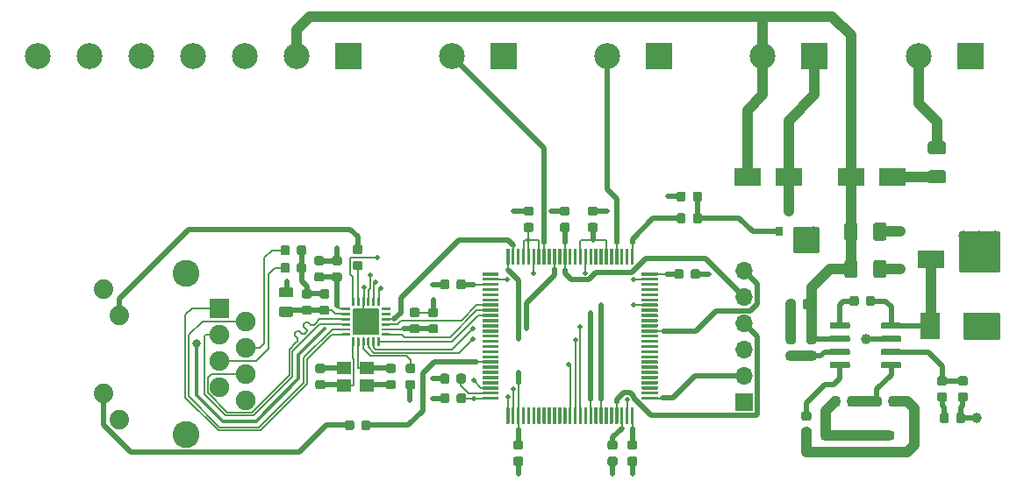
<source format=gbr>
G04 #@! TF.GenerationSoftware,KiCad,Pcbnew,5.1.5-52549c5~86~ubuntu18.04.1*
G04 #@! TF.CreationDate,2020-04-16T21:51:48+01:00*
G04 #@! TF.ProjectId,accesscontrol,61636365-7373-4636-9f6e-74726f6c2e6b,rev?*
G04 #@! TF.SameCoordinates,Original*
G04 #@! TF.FileFunction,Copper,L1,Top*
G04 #@! TF.FilePolarity,Positive*
%FSLAX46Y46*%
G04 Gerber Fmt 4.6, Leading zero omitted, Abs format (unit mm)*
G04 Created by KiCad (PCBNEW 5.1.5-52549c5~86~ubuntu18.04.1) date 2020-04-16 21:51:48*
%MOMM*%
%LPD*%
G04 APERTURE LIST*
%ADD10C,0.100000*%
%ADD11C,2.500000*%
%ADD12R,2.500000X2.500000*%
%ADD13R,0.800000X0.900000*%
%ADD14R,1.900000X2.500000*%
%ADD15R,2.500000X1.800000*%
%ADD16R,1.900000X1.900000*%
%ADD17C,1.900000*%
%ADD18C,1.890000*%
%ADD19C,2.600000*%
%ADD20R,1.400000X1.200000*%
%ADD21O,1.700000X1.700000*%
%ADD22R,1.700000X1.700000*%
%ADD23C,0.500000*%
%ADD24C,0.800000*%
%ADD25C,1.000000*%
%ADD26C,0.150000*%
%ADD27C,0.300000*%
%ADD28C,1.000000*%
%ADD29C,0.500000*%
%ADD30C,0.254000*%
G04 APERTURE END LIST*
G04 #@! TA.AperFunction,SMDPad,CuDef*
D10*
G36*
X160449504Y-79676204D02*
G01*
X160473773Y-79679804D01*
X160497571Y-79685765D01*
X160520671Y-79694030D01*
X160542849Y-79704520D01*
X160563893Y-79717133D01*
X160583598Y-79731747D01*
X160601777Y-79748223D01*
X160618253Y-79766402D01*
X160632867Y-79786107D01*
X160645480Y-79807151D01*
X160655970Y-79829329D01*
X160664235Y-79852429D01*
X160670196Y-79876227D01*
X160673796Y-79900496D01*
X160675000Y-79925000D01*
X160675000Y-80675000D01*
X160673796Y-80699504D01*
X160670196Y-80723773D01*
X160664235Y-80747571D01*
X160655970Y-80770671D01*
X160645480Y-80792849D01*
X160632867Y-80813893D01*
X160618253Y-80833598D01*
X160601777Y-80851777D01*
X160583598Y-80868253D01*
X160563893Y-80882867D01*
X160542849Y-80895480D01*
X160520671Y-80905970D01*
X160497571Y-80914235D01*
X160473773Y-80920196D01*
X160449504Y-80923796D01*
X160425000Y-80925000D01*
X159175000Y-80925000D01*
X159150496Y-80923796D01*
X159126227Y-80920196D01*
X159102429Y-80914235D01*
X159079329Y-80905970D01*
X159057151Y-80895480D01*
X159036107Y-80882867D01*
X159016402Y-80868253D01*
X158998223Y-80851777D01*
X158981747Y-80833598D01*
X158967133Y-80813893D01*
X158954520Y-80792849D01*
X158944030Y-80770671D01*
X158935765Y-80747571D01*
X158929804Y-80723773D01*
X158926204Y-80699504D01*
X158925000Y-80675000D01*
X158925000Y-79925000D01*
X158926204Y-79900496D01*
X158929804Y-79876227D01*
X158935765Y-79852429D01*
X158944030Y-79829329D01*
X158954520Y-79807151D01*
X158967133Y-79786107D01*
X158981747Y-79766402D01*
X158998223Y-79748223D01*
X159016402Y-79731747D01*
X159036107Y-79717133D01*
X159057151Y-79704520D01*
X159079329Y-79694030D01*
X159102429Y-79685765D01*
X159126227Y-79679804D01*
X159150496Y-79676204D01*
X159175000Y-79675000D01*
X160425000Y-79675000D01*
X160449504Y-79676204D01*
G37*
G04 #@! TD.AperFunction*
G04 #@! TA.AperFunction,SMDPad,CuDef*
G36*
X160449504Y-82476204D02*
G01*
X160473773Y-82479804D01*
X160497571Y-82485765D01*
X160520671Y-82494030D01*
X160542849Y-82504520D01*
X160563893Y-82517133D01*
X160583598Y-82531747D01*
X160601777Y-82548223D01*
X160618253Y-82566402D01*
X160632867Y-82586107D01*
X160645480Y-82607151D01*
X160655970Y-82629329D01*
X160664235Y-82652429D01*
X160670196Y-82676227D01*
X160673796Y-82700496D01*
X160675000Y-82725000D01*
X160675000Y-83475000D01*
X160673796Y-83499504D01*
X160670196Y-83523773D01*
X160664235Y-83547571D01*
X160655970Y-83570671D01*
X160645480Y-83592849D01*
X160632867Y-83613893D01*
X160618253Y-83633598D01*
X160601777Y-83651777D01*
X160583598Y-83668253D01*
X160563893Y-83682867D01*
X160542849Y-83695480D01*
X160520671Y-83705970D01*
X160497571Y-83714235D01*
X160473773Y-83720196D01*
X160449504Y-83723796D01*
X160425000Y-83725000D01*
X159175000Y-83725000D01*
X159150496Y-83723796D01*
X159126227Y-83720196D01*
X159102429Y-83714235D01*
X159079329Y-83705970D01*
X159057151Y-83695480D01*
X159036107Y-83682867D01*
X159016402Y-83668253D01*
X158998223Y-83651777D01*
X158981747Y-83633598D01*
X158967133Y-83613893D01*
X158954520Y-83592849D01*
X158944030Y-83570671D01*
X158935765Y-83547571D01*
X158929804Y-83523773D01*
X158926204Y-83499504D01*
X158925000Y-83475000D01*
X158925000Y-82725000D01*
X158926204Y-82700496D01*
X158929804Y-82676227D01*
X158935765Y-82652429D01*
X158944030Y-82629329D01*
X158954520Y-82607151D01*
X158967133Y-82586107D01*
X158981747Y-82566402D01*
X158998223Y-82548223D01*
X159016402Y-82531747D01*
X159036107Y-82517133D01*
X159057151Y-82504520D01*
X159079329Y-82494030D01*
X159102429Y-82485765D01*
X159126227Y-82479804D01*
X159150496Y-82476204D01*
X159175000Y-82475000D01*
X160425000Y-82475000D01*
X160449504Y-82476204D01*
G37*
G04 #@! TD.AperFunction*
G04 #@! TA.AperFunction,SMDPad,CuDef*
G36*
X97480142Y-95651174D02*
G01*
X97503803Y-95654684D01*
X97527007Y-95660496D01*
X97549529Y-95668554D01*
X97571153Y-95678782D01*
X97591670Y-95691079D01*
X97610883Y-95705329D01*
X97628607Y-95721393D01*
X97644671Y-95739117D01*
X97658921Y-95758330D01*
X97671218Y-95778847D01*
X97681446Y-95800471D01*
X97689504Y-95822993D01*
X97695316Y-95846197D01*
X97698826Y-95869858D01*
X97700000Y-95893750D01*
X97700000Y-96381250D01*
X97698826Y-96405142D01*
X97695316Y-96428803D01*
X97689504Y-96452007D01*
X97681446Y-96474529D01*
X97671218Y-96496153D01*
X97658921Y-96516670D01*
X97644671Y-96535883D01*
X97628607Y-96553607D01*
X97610883Y-96569671D01*
X97591670Y-96583921D01*
X97571153Y-96596218D01*
X97549529Y-96606446D01*
X97527007Y-96614504D01*
X97503803Y-96620316D01*
X97480142Y-96623826D01*
X97456250Y-96625000D01*
X96543750Y-96625000D01*
X96519858Y-96623826D01*
X96496197Y-96620316D01*
X96472993Y-96614504D01*
X96450471Y-96606446D01*
X96428847Y-96596218D01*
X96408330Y-96583921D01*
X96389117Y-96569671D01*
X96371393Y-96553607D01*
X96355329Y-96535883D01*
X96341079Y-96516670D01*
X96328782Y-96496153D01*
X96318554Y-96474529D01*
X96310496Y-96452007D01*
X96304684Y-96428803D01*
X96301174Y-96405142D01*
X96300000Y-96381250D01*
X96300000Y-95893750D01*
X96301174Y-95869858D01*
X96304684Y-95846197D01*
X96310496Y-95822993D01*
X96318554Y-95800471D01*
X96328782Y-95778847D01*
X96341079Y-95758330D01*
X96355329Y-95739117D01*
X96371393Y-95721393D01*
X96389117Y-95705329D01*
X96408330Y-95691079D01*
X96428847Y-95678782D01*
X96450471Y-95668554D01*
X96472993Y-95660496D01*
X96496197Y-95654684D01*
X96519858Y-95651174D01*
X96543750Y-95650000D01*
X97456250Y-95650000D01*
X97480142Y-95651174D01*
G37*
G04 #@! TD.AperFunction*
G04 #@! TA.AperFunction,SMDPad,CuDef*
G36*
X97480142Y-93776174D02*
G01*
X97503803Y-93779684D01*
X97527007Y-93785496D01*
X97549529Y-93793554D01*
X97571153Y-93803782D01*
X97591670Y-93816079D01*
X97610883Y-93830329D01*
X97628607Y-93846393D01*
X97644671Y-93864117D01*
X97658921Y-93883330D01*
X97671218Y-93903847D01*
X97681446Y-93925471D01*
X97689504Y-93947993D01*
X97695316Y-93971197D01*
X97698826Y-93994858D01*
X97700000Y-94018750D01*
X97700000Y-94506250D01*
X97698826Y-94530142D01*
X97695316Y-94553803D01*
X97689504Y-94577007D01*
X97681446Y-94599529D01*
X97671218Y-94621153D01*
X97658921Y-94641670D01*
X97644671Y-94660883D01*
X97628607Y-94678607D01*
X97610883Y-94694671D01*
X97591670Y-94708921D01*
X97571153Y-94721218D01*
X97549529Y-94731446D01*
X97527007Y-94739504D01*
X97503803Y-94745316D01*
X97480142Y-94748826D01*
X97456250Y-94750000D01*
X96543750Y-94750000D01*
X96519858Y-94748826D01*
X96496197Y-94745316D01*
X96472993Y-94739504D01*
X96450471Y-94731446D01*
X96428847Y-94721218D01*
X96408330Y-94708921D01*
X96389117Y-94694671D01*
X96371393Y-94678607D01*
X96355329Y-94660883D01*
X96341079Y-94641670D01*
X96328782Y-94621153D01*
X96318554Y-94599529D01*
X96310496Y-94577007D01*
X96304684Y-94553803D01*
X96301174Y-94530142D01*
X96300000Y-94506250D01*
X96300000Y-94018750D01*
X96301174Y-93994858D01*
X96304684Y-93971197D01*
X96310496Y-93947993D01*
X96318554Y-93925471D01*
X96328782Y-93903847D01*
X96341079Y-93883330D01*
X96355329Y-93864117D01*
X96371393Y-93846393D01*
X96389117Y-93830329D01*
X96408330Y-93816079D01*
X96428847Y-93803782D01*
X96450471Y-93793554D01*
X96472993Y-93785496D01*
X96496197Y-93779684D01*
X96519858Y-93776174D01*
X96543750Y-93775000D01*
X97456250Y-93775000D01*
X97480142Y-93776174D01*
G37*
G04 #@! TD.AperFunction*
D11*
X158000000Y-71400000D03*
D12*
X163000000Y-71400000D03*
D11*
X128000000Y-71400000D03*
D12*
X133000000Y-71400000D03*
D11*
X113000000Y-71400000D03*
D12*
X118000000Y-71400000D03*
D11*
X73000000Y-71400000D03*
X78000000Y-71400000D03*
X83000000Y-71400000D03*
X88000000Y-71400000D03*
X93000000Y-71400000D03*
X98000000Y-71400000D03*
D12*
X103000000Y-71400000D03*
D11*
X143000000Y-71400000D03*
D12*
X148000000Y-71400000D03*
D13*
X145500000Y-86400000D03*
X146450000Y-88400000D03*
X144550000Y-88400000D03*
G04 #@! TA.AperFunction,SMDPad,CuDef*
D10*
G36*
X156214703Y-97195722D02*
G01*
X156229264Y-97197882D01*
X156243543Y-97201459D01*
X156257403Y-97206418D01*
X156270710Y-97212712D01*
X156283336Y-97220280D01*
X156295159Y-97229048D01*
X156306066Y-97238934D01*
X156315952Y-97249841D01*
X156324720Y-97261664D01*
X156332288Y-97274290D01*
X156338582Y-97287597D01*
X156343541Y-97301457D01*
X156347118Y-97315736D01*
X156349278Y-97330297D01*
X156350000Y-97345000D01*
X156350000Y-97645000D01*
X156349278Y-97659703D01*
X156347118Y-97674264D01*
X156343541Y-97688543D01*
X156338582Y-97702403D01*
X156332288Y-97715710D01*
X156324720Y-97728336D01*
X156315952Y-97740159D01*
X156306066Y-97751066D01*
X156295159Y-97760952D01*
X156283336Y-97769720D01*
X156270710Y-97777288D01*
X156257403Y-97783582D01*
X156243543Y-97788541D01*
X156229264Y-97792118D01*
X156214703Y-97794278D01*
X156200000Y-97795000D01*
X154550000Y-97795000D01*
X154535297Y-97794278D01*
X154520736Y-97792118D01*
X154506457Y-97788541D01*
X154492597Y-97783582D01*
X154479290Y-97777288D01*
X154466664Y-97769720D01*
X154454841Y-97760952D01*
X154443934Y-97751066D01*
X154434048Y-97740159D01*
X154425280Y-97728336D01*
X154417712Y-97715710D01*
X154411418Y-97702403D01*
X154406459Y-97688543D01*
X154402882Y-97674264D01*
X154400722Y-97659703D01*
X154400000Y-97645000D01*
X154400000Y-97345000D01*
X154400722Y-97330297D01*
X154402882Y-97315736D01*
X154406459Y-97301457D01*
X154411418Y-97287597D01*
X154417712Y-97274290D01*
X154425280Y-97261664D01*
X154434048Y-97249841D01*
X154443934Y-97238934D01*
X154454841Y-97229048D01*
X154466664Y-97220280D01*
X154479290Y-97212712D01*
X154492597Y-97206418D01*
X154506457Y-97201459D01*
X154520736Y-97197882D01*
X154535297Y-97195722D01*
X154550000Y-97195000D01*
X156200000Y-97195000D01*
X156214703Y-97195722D01*
G37*
G04 #@! TD.AperFunction*
G04 #@! TA.AperFunction,SMDPad,CuDef*
G36*
X156214703Y-98465722D02*
G01*
X156229264Y-98467882D01*
X156243543Y-98471459D01*
X156257403Y-98476418D01*
X156270710Y-98482712D01*
X156283336Y-98490280D01*
X156295159Y-98499048D01*
X156306066Y-98508934D01*
X156315952Y-98519841D01*
X156324720Y-98531664D01*
X156332288Y-98544290D01*
X156338582Y-98557597D01*
X156343541Y-98571457D01*
X156347118Y-98585736D01*
X156349278Y-98600297D01*
X156350000Y-98615000D01*
X156350000Y-98915000D01*
X156349278Y-98929703D01*
X156347118Y-98944264D01*
X156343541Y-98958543D01*
X156338582Y-98972403D01*
X156332288Y-98985710D01*
X156324720Y-98998336D01*
X156315952Y-99010159D01*
X156306066Y-99021066D01*
X156295159Y-99030952D01*
X156283336Y-99039720D01*
X156270710Y-99047288D01*
X156257403Y-99053582D01*
X156243543Y-99058541D01*
X156229264Y-99062118D01*
X156214703Y-99064278D01*
X156200000Y-99065000D01*
X154550000Y-99065000D01*
X154535297Y-99064278D01*
X154520736Y-99062118D01*
X154506457Y-99058541D01*
X154492597Y-99053582D01*
X154479290Y-99047288D01*
X154466664Y-99039720D01*
X154454841Y-99030952D01*
X154443934Y-99021066D01*
X154434048Y-99010159D01*
X154425280Y-98998336D01*
X154417712Y-98985710D01*
X154411418Y-98972403D01*
X154406459Y-98958543D01*
X154402882Y-98944264D01*
X154400722Y-98929703D01*
X154400000Y-98915000D01*
X154400000Y-98615000D01*
X154400722Y-98600297D01*
X154402882Y-98585736D01*
X154406459Y-98571457D01*
X154411418Y-98557597D01*
X154417712Y-98544290D01*
X154425280Y-98531664D01*
X154434048Y-98519841D01*
X154443934Y-98508934D01*
X154454841Y-98499048D01*
X154466664Y-98490280D01*
X154479290Y-98482712D01*
X154492597Y-98476418D01*
X154506457Y-98471459D01*
X154520736Y-98467882D01*
X154535297Y-98465722D01*
X154550000Y-98465000D01*
X156200000Y-98465000D01*
X156214703Y-98465722D01*
G37*
G04 #@! TD.AperFunction*
G04 #@! TA.AperFunction,SMDPad,CuDef*
G36*
X156214703Y-99735722D02*
G01*
X156229264Y-99737882D01*
X156243543Y-99741459D01*
X156257403Y-99746418D01*
X156270710Y-99752712D01*
X156283336Y-99760280D01*
X156295159Y-99769048D01*
X156306066Y-99778934D01*
X156315952Y-99789841D01*
X156324720Y-99801664D01*
X156332288Y-99814290D01*
X156338582Y-99827597D01*
X156343541Y-99841457D01*
X156347118Y-99855736D01*
X156349278Y-99870297D01*
X156350000Y-99885000D01*
X156350000Y-100185000D01*
X156349278Y-100199703D01*
X156347118Y-100214264D01*
X156343541Y-100228543D01*
X156338582Y-100242403D01*
X156332288Y-100255710D01*
X156324720Y-100268336D01*
X156315952Y-100280159D01*
X156306066Y-100291066D01*
X156295159Y-100300952D01*
X156283336Y-100309720D01*
X156270710Y-100317288D01*
X156257403Y-100323582D01*
X156243543Y-100328541D01*
X156229264Y-100332118D01*
X156214703Y-100334278D01*
X156200000Y-100335000D01*
X154550000Y-100335000D01*
X154535297Y-100334278D01*
X154520736Y-100332118D01*
X154506457Y-100328541D01*
X154492597Y-100323582D01*
X154479290Y-100317288D01*
X154466664Y-100309720D01*
X154454841Y-100300952D01*
X154443934Y-100291066D01*
X154434048Y-100280159D01*
X154425280Y-100268336D01*
X154417712Y-100255710D01*
X154411418Y-100242403D01*
X154406459Y-100228543D01*
X154402882Y-100214264D01*
X154400722Y-100199703D01*
X154400000Y-100185000D01*
X154400000Y-99885000D01*
X154400722Y-99870297D01*
X154402882Y-99855736D01*
X154406459Y-99841457D01*
X154411418Y-99827597D01*
X154417712Y-99814290D01*
X154425280Y-99801664D01*
X154434048Y-99789841D01*
X154443934Y-99778934D01*
X154454841Y-99769048D01*
X154466664Y-99760280D01*
X154479290Y-99752712D01*
X154492597Y-99746418D01*
X154506457Y-99741459D01*
X154520736Y-99737882D01*
X154535297Y-99735722D01*
X154550000Y-99735000D01*
X156200000Y-99735000D01*
X156214703Y-99735722D01*
G37*
G04 #@! TD.AperFunction*
G04 #@! TA.AperFunction,SMDPad,CuDef*
G36*
X156214703Y-101005722D02*
G01*
X156229264Y-101007882D01*
X156243543Y-101011459D01*
X156257403Y-101016418D01*
X156270710Y-101022712D01*
X156283336Y-101030280D01*
X156295159Y-101039048D01*
X156306066Y-101048934D01*
X156315952Y-101059841D01*
X156324720Y-101071664D01*
X156332288Y-101084290D01*
X156338582Y-101097597D01*
X156343541Y-101111457D01*
X156347118Y-101125736D01*
X156349278Y-101140297D01*
X156350000Y-101155000D01*
X156350000Y-101455000D01*
X156349278Y-101469703D01*
X156347118Y-101484264D01*
X156343541Y-101498543D01*
X156338582Y-101512403D01*
X156332288Y-101525710D01*
X156324720Y-101538336D01*
X156315952Y-101550159D01*
X156306066Y-101561066D01*
X156295159Y-101570952D01*
X156283336Y-101579720D01*
X156270710Y-101587288D01*
X156257403Y-101593582D01*
X156243543Y-101598541D01*
X156229264Y-101602118D01*
X156214703Y-101604278D01*
X156200000Y-101605000D01*
X154550000Y-101605000D01*
X154535297Y-101604278D01*
X154520736Y-101602118D01*
X154506457Y-101598541D01*
X154492597Y-101593582D01*
X154479290Y-101587288D01*
X154466664Y-101579720D01*
X154454841Y-101570952D01*
X154443934Y-101561066D01*
X154434048Y-101550159D01*
X154425280Y-101538336D01*
X154417712Y-101525710D01*
X154411418Y-101512403D01*
X154406459Y-101498543D01*
X154402882Y-101484264D01*
X154400722Y-101469703D01*
X154400000Y-101455000D01*
X154400000Y-101155000D01*
X154400722Y-101140297D01*
X154402882Y-101125736D01*
X154406459Y-101111457D01*
X154411418Y-101097597D01*
X154417712Y-101084290D01*
X154425280Y-101071664D01*
X154434048Y-101059841D01*
X154443934Y-101048934D01*
X154454841Y-101039048D01*
X154466664Y-101030280D01*
X154479290Y-101022712D01*
X154492597Y-101016418D01*
X154506457Y-101011459D01*
X154520736Y-101007882D01*
X154535297Y-101005722D01*
X154550000Y-101005000D01*
X156200000Y-101005000D01*
X156214703Y-101005722D01*
G37*
G04 #@! TD.AperFunction*
G04 #@! TA.AperFunction,SMDPad,CuDef*
G36*
X151264703Y-101005722D02*
G01*
X151279264Y-101007882D01*
X151293543Y-101011459D01*
X151307403Y-101016418D01*
X151320710Y-101022712D01*
X151333336Y-101030280D01*
X151345159Y-101039048D01*
X151356066Y-101048934D01*
X151365952Y-101059841D01*
X151374720Y-101071664D01*
X151382288Y-101084290D01*
X151388582Y-101097597D01*
X151393541Y-101111457D01*
X151397118Y-101125736D01*
X151399278Y-101140297D01*
X151400000Y-101155000D01*
X151400000Y-101455000D01*
X151399278Y-101469703D01*
X151397118Y-101484264D01*
X151393541Y-101498543D01*
X151388582Y-101512403D01*
X151382288Y-101525710D01*
X151374720Y-101538336D01*
X151365952Y-101550159D01*
X151356066Y-101561066D01*
X151345159Y-101570952D01*
X151333336Y-101579720D01*
X151320710Y-101587288D01*
X151307403Y-101593582D01*
X151293543Y-101598541D01*
X151279264Y-101602118D01*
X151264703Y-101604278D01*
X151250000Y-101605000D01*
X149600000Y-101605000D01*
X149585297Y-101604278D01*
X149570736Y-101602118D01*
X149556457Y-101598541D01*
X149542597Y-101593582D01*
X149529290Y-101587288D01*
X149516664Y-101579720D01*
X149504841Y-101570952D01*
X149493934Y-101561066D01*
X149484048Y-101550159D01*
X149475280Y-101538336D01*
X149467712Y-101525710D01*
X149461418Y-101512403D01*
X149456459Y-101498543D01*
X149452882Y-101484264D01*
X149450722Y-101469703D01*
X149450000Y-101455000D01*
X149450000Y-101155000D01*
X149450722Y-101140297D01*
X149452882Y-101125736D01*
X149456459Y-101111457D01*
X149461418Y-101097597D01*
X149467712Y-101084290D01*
X149475280Y-101071664D01*
X149484048Y-101059841D01*
X149493934Y-101048934D01*
X149504841Y-101039048D01*
X149516664Y-101030280D01*
X149529290Y-101022712D01*
X149542597Y-101016418D01*
X149556457Y-101011459D01*
X149570736Y-101007882D01*
X149585297Y-101005722D01*
X149600000Y-101005000D01*
X151250000Y-101005000D01*
X151264703Y-101005722D01*
G37*
G04 #@! TD.AperFunction*
G04 #@! TA.AperFunction,SMDPad,CuDef*
G36*
X151264703Y-99735722D02*
G01*
X151279264Y-99737882D01*
X151293543Y-99741459D01*
X151307403Y-99746418D01*
X151320710Y-99752712D01*
X151333336Y-99760280D01*
X151345159Y-99769048D01*
X151356066Y-99778934D01*
X151365952Y-99789841D01*
X151374720Y-99801664D01*
X151382288Y-99814290D01*
X151388582Y-99827597D01*
X151393541Y-99841457D01*
X151397118Y-99855736D01*
X151399278Y-99870297D01*
X151400000Y-99885000D01*
X151400000Y-100185000D01*
X151399278Y-100199703D01*
X151397118Y-100214264D01*
X151393541Y-100228543D01*
X151388582Y-100242403D01*
X151382288Y-100255710D01*
X151374720Y-100268336D01*
X151365952Y-100280159D01*
X151356066Y-100291066D01*
X151345159Y-100300952D01*
X151333336Y-100309720D01*
X151320710Y-100317288D01*
X151307403Y-100323582D01*
X151293543Y-100328541D01*
X151279264Y-100332118D01*
X151264703Y-100334278D01*
X151250000Y-100335000D01*
X149600000Y-100335000D01*
X149585297Y-100334278D01*
X149570736Y-100332118D01*
X149556457Y-100328541D01*
X149542597Y-100323582D01*
X149529290Y-100317288D01*
X149516664Y-100309720D01*
X149504841Y-100300952D01*
X149493934Y-100291066D01*
X149484048Y-100280159D01*
X149475280Y-100268336D01*
X149467712Y-100255710D01*
X149461418Y-100242403D01*
X149456459Y-100228543D01*
X149452882Y-100214264D01*
X149450722Y-100199703D01*
X149450000Y-100185000D01*
X149450000Y-99885000D01*
X149450722Y-99870297D01*
X149452882Y-99855736D01*
X149456459Y-99841457D01*
X149461418Y-99827597D01*
X149467712Y-99814290D01*
X149475280Y-99801664D01*
X149484048Y-99789841D01*
X149493934Y-99778934D01*
X149504841Y-99769048D01*
X149516664Y-99760280D01*
X149529290Y-99752712D01*
X149542597Y-99746418D01*
X149556457Y-99741459D01*
X149570736Y-99737882D01*
X149585297Y-99735722D01*
X149600000Y-99735000D01*
X151250000Y-99735000D01*
X151264703Y-99735722D01*
G37*
G04 #@! TD.AperFunction*
G04 #@! TA.AperFunction,SMDPad,CuDef*
G36*
X151264703Y-98465722D02*
G01*
X151279264Y-98467882D01*
X151293543Y-98471459D01*
X151307403Y-98476418D01*
X151320710Y-98482712D01*
X151333336Y-98490280D01*
X151345159Y-98499048D01*
X151356066Y-98508934D01*
X151365952Y-98519841D01*
X151374720Y-98531664D01*
X151382288Y-98544290D01*
X151388582Y-98557597D01*
X151393541Y-98571457D01*
X151397118Y-98585736D01*
X151399278Y-98600297D01*
X151400000Y-98615000D01*
X151400000Y-98915000D01*
X151399278Y-98929703D01*
X151397118Y-98944264D01*
X151393541Y-98958543D01*
X151388582Y-98972403D01*
X151382288Y-98985710D01*
X151374720Y-98998336D01*
X151365952Y-99010159D01*
X151356066Y-99021066D01*
X151345159Y-99030952D01*
X151333336Y-99039720D01*
X151320710Y-99047288D01*
X151307403Y-99053582D01*
X151293543Y-99058541D01*
X151279264Y-99062118D01*
X151264703Y-99064278D01*
X151250000Y-99065000D01*
X149600000Y-99065000D01*
X149585297Y-99064278D01*
X149570736Y-99062118D01*
X149556457Y-99058541D01*
X149542597Y-99053582D01*
X149529290Y-99047288D01*
X149516664Y-99039720D01*
X149504841Y-99030952D01*
X149493934Y-99021066D01*
X149484048Y-99010159D01*
X149475280Y-98998336D01*
X149467712Y-98985710D01*
X149461418Y-98972403D01*
X149456459Y-98958543D01*
X149452882Y-98944264D01*
X149450722Y-98929703D01*
X149450000Y-98915000D01*
X149450000Y-98615000D01*
X149450722Y-98600297D01*
X149452882Y-98585736D01*
X149456459Y-98571457D01*
X149461418Y-98557597D01*
X149467712Y-98544290D01*
X149475280Y-98531664D01*
X149484048Y-98519841D01*
X149493934Y-98508934D01*
X149504841Y-98499048D01*
X149516664Y-98490280D01*
X149529290Y-98482712D01*
X149542597Y-98476418D01*
X149556457Y-98471459D01*
X149570736Y-98467882D01*
X149585297Y-98465722D01*
X149600000Y-98465000D01*
X151250000Y-98465000D01*
X151264703Y-98465722D01*
G37*
G04 #@! TD.AperFunction*
G04 #@! TA.AperFunction,SMDPad,CuDef*
G36*
X151264703Y-97195722D02*
G01*
X151279264Y-97197882D01*
X151293543Y-97201459D01*
X151307403Y-97206418D01*
X151320710Y-97212712D01*
X151333336Y-97220280D01*
X151345159Y-97229048D01*
X151356066Y-97238934D01*
X151365952Y-97249841D01*
X151374720Y-97261664D01*
X151382288Y-97274290D01*
X151388582Y-97287597D01*
X151393541Y-97301457D01*
X151397118Y-97315736D01*
X151399278Y-97330297D01*
X151400000Y-97345000D01*
X151400000Y-97645000D01*
X151399278Y-97659703D01*
X151397118Y-97674264D01*
X151393541Y-97688543D01*
X151388582Y-97702403D01*
X151382288Y-97715710D01*
X151374720Y-97728336D01*
X151365952Y-97740159D01*
X151356066Y-97751066D01*
X151345159Y-97760952D01*
X151333336Y-97769720D01*
X151320710Y-97777288D01*
X151307403Y-97783582D01*
X151293543Y-97788541D01*
X151279264Y-97792118D01*
X151264703Y-97794278D01*
X151250000Y-97795000D01*
X149600000Y-97795000D01*
X149585297Y-97794278D01*
X149570736Y-97792118D01*
X149556457Y-97788541D01*
X149542597Y-97783582D01*
X149529290Y-97777288D01*
X149516664Y-97769720D01*
X149504841Y-97760952D01*
X149493934Y-97751066D01*
X149484048Y-97740159D01*
X149475280Y-97728336D01*
X149467712Y-97715710D01*
X149461418Y-97702403D01*
X149456459Y-97688543D01*
X149452882Y-97674264D01*
X149450722Y-97659703D01*
X149450000Y-97645000D01*
X149450000Y-97345000D01*
X149450722Y-97330297D01*
X149452882Y-97315736D01*
X149456459Y-97301457D01*
X149461418Y-97287597D01*
X149467712Y-97274290D01*
X149475280Y-97261664D01*
X149484048Y-97249841D01*
X149493934Y-97238934D01*
X149504841Y-97229048D01*
X149516664Y-97220280D01*
X149529290Y-97212712D01*
X149542597Y-97206418D01*
X149556457Y-97201459D01*
X149570736Y-97197882D01*
X149585297Y-97195722D01*
X149600000Y-97195000D01*
X151250000Y-97195000D01*
X151264703Y-97195722D01*
G37*
G04 #@! TD.AperFunction*
G04 #@! TA.AperFunction,SMDPad,CuDef*
G36*
X162327691Y-105926053D02*
G01*
X162348926Y-105929203D01*
X162369750Y-105934419D01*
X162389962Y-105941651D01*
X162409368Y-105950830D01*
X162427781Y-105961866D01*
X162445024Y-105974654D01*
X162460930Y-105989070D01*
X162475346Y-106004976D01*
X162488134Y-106022219D01*
X162499170Y-106040632D01*
X162508349Y-106060038D01*
X162515581Y-106080250D01*
X162520797Y-106101074D01*
X162523947Y-106122309D01*
X162525000Y-106143750D01*
X162525000Y-106656250D01*
X162523947Y-106677691D01*
X162520797Y-106698926D01*
X162515581Y-106719750D01*
X162508349Y-106739962D01*
X162499170Y-106759368D01*
X162488134Y-106777781D01*
X162475346Y-106795024D01*
X162460930Y-106810930D01*
X162445024Y-106825346D01*
X162427781Y-106838134D01*
X162409368Y-106849170D01*
X162389962Y-106858349D01*
X162369750Y-106865581D01*
X162348926Y-106870797D01*
X162327691Y-106873947D01*
X162306250Y-106875000D01*
X161868750Y-106875000D01*
X161847309Y-106873947D01*
X161826074Y-106870797D01*
X161805250Y-106865581D01*
X161785038Y-106858349D01*
X161765632Y-106849170D01*
X161747219Y-106838134D01*
X161729976Y-106825346D01*
X161714070Y-106810930D01*
X161699654Y-106795024D01*
X161686866Y-106777781D01*
X161675830Y-106759368D01*
X161666651Y-106739962D01*
X161659419Y-106719750D01*
X161654203Y-106698926D01*
X161651053Y-106677691D01*
X161650000Y-106656250D01*
X161650000Y-106143750D01*
X161651053Y-106122309D01*
X161654203Y-106101074D01*
X161659419Y-106080250D01*
X161666651Y-106060038D01*
X161675830Y-106040632D01*
X161686866Y-106022219D01*
X161699654Y-106004976D01*
X161714070Y-105989070D01*
X161729976Y-105974654D01*
X161747219Y-105961866D01*
X161765632Y-105950830D01*
X161785038Y-105941651D01*
X161805250Y-105934419D01*
X161826074Y-105929203D01*
X161847309Y-105926053D01*
X161868750Y-105925000D01*
X162306250Y-105925000D01*
X162327691Y-105926053D01*
G37*
G04 #@! TD.AperFunction*
G04 #@! TA.AperFunction,SMDPad,CuDef*
G36*
X160752691Y-105926053D02*
G01*
X160773926Y-105929203D01*
X160794750Y-105934419D01*
X160814962Y-105941651D01*
X160834368Y-105950830D01*
X160852781Y-105961866D01*
X160870024Y-105974654D01*
X160885930Y-105989070D01*
X160900346Y-106004976D01*
X160913134Y-106022219D01*
X160924170Y-106040632D01*
X160933349Y-106060038D01*
X160940581Y-106080250D01*
X160945797Y-106101074D01*
X160948947Y-106122309D01*
X160950000Y-106143750D01*
X160950000Y-106656250D01*
X160948947Y-106677691D01*
X160945797Y-106698926D01*
X160940581Y-106719750D01*
X160933349Y-106739962D01*
X160924170Y-106759368D01*
X160913134Y-106777781D01*
X160900346Y-106795024D01*
X160885930Y-106810930D01*
X160870024Y-106825346D01*
X160852781Y-106838134D01*
X160834368Y-106849170D01*
X160814962Y-106858349D01*
X160794750Y-106865581D01*
X160773926Y-106870797D01*
X160752691Y-106873947D01*
X160731250Y-106875000D01*
X160293750Y-106875000D01*
X160272309Y-106873947D01*
X160251074Y-106870797D01*
X160230250Y-106865581D01*
X160210038Y-106858349D01*
X160190632Y-106849170D01*
X160172219Y-106838134D01*
X160154976Y-106825346D01*
X160139070Y-106810930D01*
X160124654Y-106795024D01*
X160111866Y-106777781D01*
X160100830Y-106759368D01*
X160091651Y-106739962D01*
X160084419Y-106719750D01*
X160079203Y-106698926D01*
X160076053Y-106677691D01*
X160075000Y-106656250D01*
X160075000Y-106143750D01*
X160076053Y-106122309D01*
X160079203Y-106101074D01*
X160084419Y-106080250D01*
X160091651Y-106060038D01*
X160100830Y-106040632D01*
X160111866Y-106022219D01*
X160124654Y-106004976D01*
X160139070Y-105989070D01*
X160154976Y-105974654D01*
X160172219Y-105961866D01*
X160190632Y-105950830D01*
X160210038Y-105941651D01*
X160230250Y-105934419D01*
X160251074Y-105929203D01*
X160272309Y-105926053D01*
X160293750Y-105925000D01*
X160731250Y-105925000D01*
X160752691Y-105926053D01*
G37*
G04 #@! TD.AperFunction*
G04 #@! TA.AperFunction,SMDPad,CuDef*
G36*
X145977691Y-98376053D02*
G01*
X145998926Y-98379203D01*
X146019750Y-98384419D01*
X146039962Y-98391651D01*
X146059368Y-98400830D01*
X146077781Y-98411866D01*
X146095024Y-98424654D01*
X146110930Y-98439070D01*
X146125346Y-98454976D01*
X146138134Y-98472219D01*
X146149170Y-98490632D01*
X146158349Y-98510038D01*
X146165581Y-98530250D01*
X146170797Y-98551074D01*
X146173947Y-98572309D01*
X146175000Y-98593750D01*
X146175000Y-99031250D01*
X146173947Y-99052691D01*
X146170797Y-99073926D01*
X146165581Y-99094750D01*
X146158349Y-99114962D01*
X146149170Y-99134368D01*
X146138134Y-99152781D01*
X146125346Y-99170024D01*
X146110930Y-99185930D01*
X146095024Y-99200346D01*
X146077781Y-99213134D01*
X146059368Y-99224170D01*
X146039962Y-99233349D01*
X146019750Y-99240581D01*
X145998926Y-99245797D01*
X145977691Y-99248947D01*
X145956250Y-99250000D01*
X145443750Y-99250000D01*
X145422309Y-99248947D01*
X145401074Y-99245797D01*
X145380250Y-99240581D01*
X145360038Y-99233349D01*
X145340632Y-99224170D01*
X145322219Y-99213134D01*
X145304976Y-99200346D01*
X145289070Y-99185930D01*
X145274654Y-99170024D01*
X145261866Y-99152781D01*
X145250830Y-99134368D01*
X145241651Y-99114962D01*
X145234419Y-99094750D01*
X145229203Y-99073926D01*
X145226053Y-99052691D01*
X145225000Y-99031250D01*
X145225000Y-98593750D01*
X145226053Y-98572309D01*
X145229203Y-98551074D01*
X145234419Y-98530250D01*
X145241651Y-98510038D01*
X145250830Y-98490632D01*
X145261866Y-98472219D01*
X145274654Y-98454976D01*
X145289070Y-98439070D01*
X145304976Y-98424654D01*
X145322219Y-98411866D01*
X145340632Y-98400830D01*
X145360038Y-98391651D01*
X145380250Y-98384419D01*
X145401074Y-98379203D01*
X145422309Y-98376053D01*
X145443750Y-98375000D01*
X145956250Y-98375000D01*
X145977691Y-98376053D01*
G37*
G04 #@! TD.AperFunction*
G04 #@! TA.AperFunction,SMDPad,CuDef*
G36*
X145977691Y-99951053D02*
G01*
X145998926Y-99954203D01*
X146019750Y-99959419D01*
X146039962Y-99966651D01*
X146059368Y-99975830D01*
X146077781Y-99986866D01*
X146095024Y-99999654D01*
X146110930Y-100014070D01*
X146125346Y-100029976D01*
X146138134Y-100047219D01*
X146149170Y-100065632D01*
X146158349Y-100085038D01*
X146165581Y-100105250D01*
X146170797Y-100126074D01*
X146173947Y-100147309D01*
X146175000Y-100168750D01*
X146175000Y-100606250D01*
X146173947Y-100627691D01*
X146170797Y-100648926D01*
X146165581Y-100669750D01*
X146158349Y-100689962D01*
X146149170Y-100709368D01*
X146138134Y-100727781D01*
X146125346Y-100745024D01*
X146110930Y-100760930D01*
X146095024Y-100775346D01*
X146077781Y-100788134D01*
X146059368Y-100799170D01*
X146039962Y-100808349D01*
X146019750Y-100815581D01*
X145998926Y-100820797D01*
X145977691Y-100823947D01*
X145956250Y-100825000D01*
X145443750Y-100825000D01*
X145422309Y-100823947D01*
X145401074Y-100820797D01*
X145380250Y-100815581D01*
X145360038Y-100808349D01*
X145340632Y-100799170D01*
X145322219Y-100788134D01*
X145304976Y-100775346D01*
X145289070Y-100760930D01*
X145274654Y-100745024D01*
X145261866Y-100727781D01*
X145250830Y-100709368D01*
X145241651Y-100689962D01*
X145234419Y-100669750D01*
X145229203Y-100648926D01*
X145226053Y-100627691D01*
X145225000Y-100606250D01*
X145225000Y-100168750D01*
X145226053Y-100147309D01*
X145229203Y-100126074D01*
X145234419Y-100105250D01*
X145241651Y-100085038D01*
X145250830Y-100065632D01*
X145261866Y-100047219D01*
X145274654Y-100029976D01*
X145289070Y-100014070D01*
X145304976Y-99999654D01*
X145322219Y-99986866D01*
X145340632Y-99975830D01*
X145360038Y-99966651D01*
X145380250Y-99959419D01*
X145401074Y-99954203D01*
X145422309Y-99951053D01*
X145443750Y-99950000D01*
X145956250Y-99950000D01*
X145977691Y-99951053D01*
G37*
G04 #@! TD.AperFunction*
G04 #@! TA.AperFunction,SMDPad,CuDef*
G36*
X155827691Y-104326053D02*
G01*
X155848926Y-104329203D01*
X155869750Y-104334419D01*
X155889962Y-104341651D01*
X155909368Y-104350830D01*
X155927781Y-104361866D01*
X155945024Y-104374654D01*
X155960930Y-104389070D01*
X155975346Y-104404976D01*
X155988134Y-104422219D01*
X155999170Y-104440632D01*
X156008349Y-104460038D01*
X156015581Y-104480250D01*
X156020797Y-104501074D01*
X156023947Y-104522309D01*
X156025000Y-104543750D01*
X156025000Y-105056250D01*
X156023947Y-105077691D01*
X156020797Y-105098926D01*
X156015581Y-105119750D01*
X156008349Y-105139962D01*
X155999170Y-105159368D01*
X155988134Y-105177781D01*
X155975346Y-105195024D01*
X155960930Y-105210930D01*
X155945024Y-105225346D01*
X155927781Y-105238134D01*
X155909368Y-105249170D01*
X155889962Y-105258349D01*
X155869750Y-105265581D01*
X155848926Y-105270797D01*
X155827691Y-105273947D01*
X155806250Y-105275000D01*
X155368750Y-105275000D01*
X155347309Y-105273947D01*
X155326074Y-105270797D01*
X155305250Y-105265581D01*
X155285038Y-105258349D01*
X155265632Y-105249170D01*
X155247219Y-105238134D01*
X155229976Y-105225346D01*
X155214070Y-105210930D01*
X155199654Y-105195024D01*
X155186866Y-105177781D01*
X155175830Y-105159368D01*
X155166651Y-105139962D01*
X155159419Y-105119750D01*
X155154203Y-105098926D01*
X155151053Y-105077691D01*
X155150000Y-105056250D01*
X155150000Y-104543750D01*
X155151053Y-104522309D01*
X155154203Y-104501074D01*
X155159419Y-104480250D01*
X155166651Y-104460038D01*
X155175830Y-104440632D01*
X155186866Y-104422219D01*
X155199654Y-104404976D01*
X155214070Y-104389070D01*
X155229976Y-104374654D01*
X155247219Y-104361866D01*
X155265632Y-104350830D01*
X155285038Y-104341651D01*
X155305250Y-104334419D01*
X155326074Y-104329203D01*
X155347309Y-104326053D01*
X155368750Y-104325000D01*
X155806250Y-104325000D01*
X155827691Y-104326053D01*
G37*
G04 #@! TD.AperFunction*
G04 #@! TA.AperFunction,SMDPad,CuDef*
G36*
X154252691Y-104326053D02*
G01*
X154273926Y-104329203D01*
X154294750Y-104334419D01*
X154314962Y-104341651D01*
X154334368Y-104350830D01*
X154352781Y-104361866D01*
X154370024Y-104374654D01*
X154385930Y-104389070D01*
X154400346Y-104404976D01*
X154413134Y-104422219D01*
X154424170Y-104440632D01*
X154433349Y-104460038D01*
X154440581Y-104480250D01*
X154445797Y-104501074D01*
X154448947Y-104522309D01*
X154450000Y-104543750D01*
X154450000Y-105056250D01*
X154448947Y-105077691D01*
X154445797Y-105098926D01*
X154440581Y-105119750D01*
X154433349Y-105139962D01*
X154424170Y-105159368D01*
X154413134Y-105177781D01*
X154400346Y-105195024D01*
X154385930Y-105210930D01*
X154370024Y-105225346D01*
X154352781Y-105238134D01*
X154334368Y-105249170D01*
X154314962Y-105258349D01*
X154294750Y-105265581D01*
X154273926Y-105270797D01*
X154252691Y-105273947D01*
X154231250Y-105275000D01*
X153793750Y-105275000D01*
X153772309Y-105273947D01*
X153751074Y-105270797D01*
X153730250Y-105265581D01*
X153710038Y-105258349D01*
X153690632Y-105249170D01*
X153672219Y-105238134D01*
X153654976Y-105225346D01*
X153639070Y-105210930D01*
X153624654Y-105195024D01*
X153611866Y-105177781D01*
X153600830Y-105159368D01*
X153591651Y-105139962D01*
X153584419Y-105119750D01*
X153579203Y-105098926D01*
X153576053Y-105077691D01*
X153575000Y-105056250D01*
X153575000Y-104543750D01*
X153576053Y-104522309D01*
X153579203Y-104501074D01*
X153584419Y-104480250D01*
X153591651Y-104460038D01*
X153600830Y-104440632D01*
X153611866Y-104422219D01*
X153624654Y-104404976D01*
X153639070Y-104389070D01*
X153654976Y-104374654D01*
X153672219Y-104361866D01*
X153690632Y-104350830D01*
X153710038Y-104341651D01*
X153730250Y-104334419D01*
X153751074Y-104329203D01*
X153772309Y-104326053D01*
X153793750Y-104325000D01*
X154231250Y-104325000D01*
X154252691Y-104326053D01*
G37*
G04 #@! TD.AperFunction*
G04 #@! TA.AperFunction,SMDPad,CuDef*
G36*
X147977691Y-99951053D02*
G01*
X147998926Y-99954203D01*
X148019750Y-99959419D01*
X148039962Y-99966651D01*
X148059368Y-99975830D01*
X148077781Y-99986866D01*
X148095024Y-99999654D01*
X148110930Y-100014070D01*
X148125346Y-100029976D01*
X148138134Y-100047219D01*
X148149170Y-100065632D01*
X148158349Y-100085038D01*
X148165581Y-100105250D01*
X148170797Y-100126074D01*
X148173947Y-100147309D01*
X148175000Y-100168750D01*
X148175000Y-100606250D01*
X148173947Y-100627691D01*
X148170797Y-100648926D01*
X148165581Y-100669750D01*
X148158349Y-100689962D01*
X148149170Y-100709368D01*
X148138134Y-100727781D01*
X148125346Y-100745024D01*
X148110930Y-100760930D01*
X148095024Y-100775346D01*
X148077781Y-100788134D01*
X148059368Y-100799170D01*
X148039962Y-100808349D01*
X148019750Y-100815581D01*
X147998926Y-100820797D01*
X147977691Y-100823947D01*
X147956250Y-100825000D01*
X147443750Y-100825000D01*
X147422309Y-100823947D01*
X147401074Y-100820797D01*
X147380250Y-100815581D01*
X147360038Y-100808349D01*
X147340632Y-100799170D01*
X147322219Y-100788134D01*
X147304976Y-100775346D01*
X147289070Y-100760930D01*
X147274654Y-100745024D01*
X147261866Y-100727781D01*
X147250830Y-100709368D01*
X147241651Y-100689962D01*
X147234419Y-100669750D01*
X147229203Y-100648926D01*
X147226053Y-100627691D01*
X147225000Y-100606250D01*
X147225000Y-100168750D01*
X147226053Y-100147309D01*
X147229203Y-100126074D01*
X147234419Y-100105250D01*
X147241651Y-100085038D01*
X147250830Y-100065632D01*
X147261866Y-100047219D01*
X147274654Y-100029976D01*
X147289070Y-100014070D01*
X147304976Y-99999654D01*
X147322219Y-99986866D01*
X147340632Y-99975830D01*
X147360038Y-99966651D01*
X147380250Y-99959419D01*
X147401074Y-99954203D01*
X147422309Y-99951053D01*
X147443750Y-99950000D01*
X147956250Y-99950000D01*
X147977691Y-99951053D01*
G37*
G04 #@! TD.AperFunction*
G04 #@! TA.AperFunction,SMDPad,CuDef*
G36*
X147977691Y-98376053D02*
G01*
X147998926Y-98379203D01*
X148019750Y-98384419D01*
X148039962Y-98391651D01*
X148059368Y-98400830D01*
X148077781Y-98411866D01*
X148095024Y-98424654D01*
X148110930Y-98439070D01*
X148125346Y-98454976D01*
X148138134Y-98472219D01*
X148149170Y-98490632D01*
X148158349Y-98510038D01*
X148165581Y-98530250D01*
X148170797Y-98551074D01*
X148173947Y-98572309D01*
X148175000Y-98593750D01*
X148175000Y-99031250D01*
X148173947Y-99052691D01*
X148170797Y-99073926D01*
X148165581Y-99094750D01*
X148158349Y-99114962D01*
X148149170Y-99134368D01*
X148138134Y-99152781D01*
X148125346Y-99170024D01*
X148110930Y-99185930D01*
X148095024Y-99200346D01*
X148077781Y-99213134D01*
X148059368Y-99224170D01*
X148039962Y-99233349D01*
X148019750Y-99240581D01*
X147998926Y-99245797D01*
X147977691Y-99248947D01*
X147956250Y-99250000D01*
X147443750Y-99250000D01*
X147422309Y-99248947D01*
X147401074Y-99245797D01*
X147380250Y-99240581D01*
X147360038Y-99233349D01*
X147340632Y-99224170D01*
X147322219Y-99213134D01*
X147304976Y-99200346D01*
X147289070Y-99185930D01*
X147274654Y-99170024D01*
X147261866Y-99152781D01*
X147250830Y-99134368D01*
X147241651Y-99114962D01*
X147234419Y-99094750D01*
X147229203Y-99073926D01*
X147226053Y-99052691D01*
X147225000Y-99031250D01*
X147225000Y-98593750D01*
X147226053Y-98572309D01*
X147229203Y-98551074D01*
X147234419Y-98530250D01*
X147241651Y-98510038D01*
X147250830Y-98490632D01*
X147261866Y-98472219D01*
X147274654Y-98454976D01*
X147289070Y-98439070D01*
X147304976Y-98424654D01*
X147322219Y-98411866D01*
X147340632Y-98400830D01*
X147360038Y-98391651D01*
X147380250Y-98384419D01*
X147401074Y-98379203D01*
X147422309Y-98376053D01*
X147443750Y-98375000D01*
X147956250Y-98375000D01*
X147977691Y-98376053D01*
G37*
G04 #@! TD.AperFunction*
G04 #@! TA.AperFunction,SMDPad,CuDef*
G36*
X151827691Y-104326053D02*
G01*
X151848926Y-104329203D01*
X151869750Y-104334419D01*
X151889962Y-104341651D01*
X151909368Y-104350830D01*
X151927781Y-104361866D01*
X151945024Y-104374654D01*
X151960930Y-104389070D01*
X151975346Y-104404976D01*
X151988134Y-104422219D01*
X151999170Y-104440632D01*
X152008349Y-104460038D01*
X152015581Y-104480250D01*
X152020797Y-104501074D01*
X152023947Y-104522309D01*
X152025000Y-104543750D01*
X152025000Y-105056250D01*
X152023947Y-105077691D01*
X152020797Y-105098926D01*
X152015581Y-105119750D01*
X152008349Y-105139962D01*
X151999170Y-105159368D01*
X151988134Y-105177781D01*
X151975346Y-105195024D01*
X151960930Y-105210930D01*
X151945024Y-105225346D01*
X151927781Y-105238134D01*
X151909368Y-105249170D01*
X151889962Y-105258349D01*
X151869750Y-105265581D01*
X151848926Y-105270797D01*
X151827691Y-105273947D01*
X151806250Y-105275000D01*
X151368750Y-105275000D01*
X151347309Y-105273947D01*
X151326074Y-105270797D01*
X151305250Y-105265581D01*
X151285038Y-105258349D01*
X151265632Y-105249170D01*
X151247219Y-105238134D01*
X151229976Y-105225346D01*
X151214070Y-105210930D01*
X151199654Y-105195024D01*
X151186866Y-105177781D01*
X151175830Y-105159368D01*
X151166651Y-105139962D01*
X151159419Y-105119750D01*
X151154203Y-105098926D01*
X151151053Y-105077691D01*
X151150000Y-105056250D01*
X151150000Y-104543750D01*
X151151053Y-104522309D01*
X151154203Y-104501074D01*
X151159419Y-104480250D01*
X151166651Y-104460038D01*
X151175830Y-104440632D01*
X151186866Y-104422219D01*
X151199654Y-104404976D01*
X151214070Y-104389070D01*
X151229976Y-104374654D01*
X151247219Y-104361866D01*
X151265632Y-104350830D01*
X151285038Y-104341651D01*
X151305250Y-104334419D01*
X151326074Y-104329203D01*
X151347309Y-104326053D01*
X151368750Y-104325000D01*
X151806250Y-104325000D01*
X151827691Y-104326053D01*
G37*
G04 #@! TD.AperFunction*
G04 #@! TA.AperFunction,SMDPad,CuDef*
G36*
X150252691Y-104326053D02*
G01*
X150273926Y-104329203D01*
X150294750Y-104334419D01*
X150314962Y-104341651D01*
X150334368Y-104350830D01*
X150352781Y-104361866D01*
X150370024Y-104374654D01*
X150385930Y-104389070D01*
X150400346Y-104404976D01*
X150413134Y-104422219D01*
X150424170Y-104440632D01*
X150433349Y-104460038D01*
X150440581Y-104480250D01*
X150445797Y-104501074D01*
X150448947Y-104522309D01*
X150450000Y-104543750D01*
X150450000Y-105056250D01*
X150448947Y-105077691D01*
X150445797Y-105098926D01*
X150440581Y-105119750D01*
X150433349Y-105139962D01*
X150424170Y-105159368D01*
X150413134Y-105177781D01*
X150400346Y-105195024D01*
X150385930Y-105210930D01*
X150370024Y-105225346D01*
X150352781Y-105238134D01*
X150334368Y-105249170D01*
X150314962Y-105258349D01*
X150294750Y-105265581D01*
X150273926Y-105270797D01*
X150252691Y-105273947D01*
X150231250Y-105275000D01*
X149793750Y-105275000D01*
X149772309Y-105273947D01*
X149751074Y-105270797D01*
X149730250Y-105265581D01*
X149710038Y-105258349D01*
X149690632Y-105249170D01*
X149672219Y-105238134D01*
X149654976Y-105225346D01*
X149639070Y-105210930D01*
X149624654Y-105195024D01*
X149611866Y-105177781D01*
X149600830Y-105159368D01*
X149591651Y-105139962D01*
X149584419Y-105119750D01*
X149579203Y-105098926D01*
X149576053Y-105077691D01*
X149575000Y-105056250D01*
X149575000Y-104543750D01*
X149576053Y-104522309D01*
X149579203Y-104501074D01*
X149584419Y-104480250D01*
X149591651Y-104460038D01*
X149600830Y-104440632D01*
X149611866Y-104422219D01*
X149624654Y-104404976D01*
X149639070Y-104389070D01*
X149654976Y-104374654D01*
X149672219Y-104361866D01*
X149690632Y-104350830D01*
X149710038Y-104341651D01*
X149730250Y-104334419D01*
X149751074Y-104329203D01*
X149772309Y-104326053D01*
X149793750Y-104325000D01*
X150231250Y-104325000D01*
X150252691Y-104326053D01*
G37*
G04 #@! TD.AperFunction*
D14*
X159150000Y-97500000D03*
X163250000Y-97500000D03*
D15*
X145500000Y-83100000D03*
X141500000Y-83100000D03*
X155500000Y-83100000D03*
X151500000Y-83100000D03*
X163200000Y-91100000D03*
X159200000Y-91100000D03*
G04 #@! TA.AperFunction,SMDPad,CuDef*
D10*
G36*
X149377691Y-107676053D02*
G01*
X149398926Y-107679203D01*
X149419750Y-107684419D01*
X149439962Y-107691651D01*
X149459368Y-107700830D01*
X149477781Y-107711866D01*
X149495024Y-107724654D01*
X149510930Y-107739070D01*
X149525346Y-107754976D01*
X149538134Y-107772219D01*
X149549170Y-107790632D01*
X149558349Y-107810038D01*
X149565581Y-107830250D01*
X149570797Y-107851074D01*
X149573947Y-107872309D01*
X149575000Y-107893750D01*
X149575000Y-108331250D01*
X149573947Y-108352691D01*
X149570797Y-108373926D01*
X149565581Y-108394750D01*
X149558349Y-108414962D01*
X149549170Y-108434368D01*
X149538134Y-108452781D01*
X149525346Y-108470024D01*
X149510930Y-108485930D01*
X149495024Y-108500346D01*
X149477781Y-108513134D01*
X149459368Y-108524170D01*
X149439962Y-108533349D01*
X149419750Y-108540581D01*
X149398926Y-108545797D01*
X149377691Y-108548947D01*
X149356250Y-108550000D01*
X148843750Y-108550000D01*
X148822309Y-108548947D01*
X148801074Y-108545797D01*
X148780250Y-108540581D01*
X148760038Y-108533349D01*
X148740632Y-108524170D01*
X148722219Y-108513134D01*
X148704976Y-108500346D01*
X148689070Y-108485930D01*
X148674654Y-108470024D01*
X148661866Y-108452781D01*
X148650830Y-108434368D01*
X148641651Y-108414962D01*
X148634419Y-108394750D01*
X148629203Y-108373926D01*
X148626053Y-108352691D01*
X148625000Y-108331250D01*
X148625000Y-107893750D01*
X148626053Y-107872309D01*
X148629203Y-107851074D01*
X148634419Y-107830250D01*
X148641651Y-107810038D01*
X148650830Y-107790632D01*
X148661866Y-107772219D01*
X148674654Y-107754976D01*
X148689070Y-107739070D01*
X148704976Y-107724654D01*
X148722219Y-107711866D01*
X148740632Y-107700830D01*
X148760038Y-107691651D01*
X148780250Y-107684419D01*
X148801074Y-107679203D01*
X148822309Y-107676053D01*
X148843750Y-107675000D01*
X149356250Y-107675000D01*
X149377691Y-107676053D01*
G37*
G04 #@! TD.AperFunction*
G04 #@! TA.AperFunction,SMDPad,CuDef*
G36*
X149377691Y-109251053D02*
G01*
X149398926Y-109254203D01*
X149419750Y-109259419D01*
X149439962Y-109266651D01*
X149459368Y-109275830D01*
X149477781Y-109286866D01*
X149495024Y-109299654D01*
X149510930Y-109314070D01*
X149525346Y-109329976D01*
X149538134Y-109347219D01*
X149549170Y-109365632D01*
X149558349Y-109385038D01*
X149565581Y-109405250D01*
X149570797Y-109426074D01*
X149573947Y-109447309D01*
X149575000Y-109468750D01*
X149575000Y-109906250D01*
X149573947Y-109927691D01*
X149570797Y-109948926D01*
X149565581Y-109969750D01*
X149558349Y-109989962D01*
X149549170Y-110009368D01*
X149538134Y-110027781D01*
X149525346Y-110045024D01*
X149510930Y-110060930D01*
X149495024Y-110075346D01*
X149477781Y-110088134D01*
X149459368Y-110099170D01*
X149439962Y-110108349D01*
X149419750Y-110115581D01*
X149398926Y-110120797D01*
X149377691Y-110123947D01*
X149356250Y-110125000D01*
X148843750Y-110125000D01*
X148822309Y-110123947D01*
X148801074Y-110120797D01*
X148780250Y-110115581D01*
X148760038Y-110108349D01*
X148740632Y-110099170D01*
X148722219Y-110088134D01*
X148704976Y-110075346D01*
X148689070Y-110060930D01*
X148674654Y-110045024D01*
X148661866Y-110027781D01*
X148650830Y-110009368D01*
X148641651Y-109989962D01*
X148634419Y-109969750D01*
X148629203Y-109948926D01*
X148626053Y-109927691D01*
X148625000Y-109906250D01*
X148625000Y-109468750D01*
X148626053Y-109447309D01*
X148629203Y-109426074D01*
X148634419Y-109405250D01*
X148641651Y-109385038D01*
X148650830Y-109365632D01*
X148661866Y-109347219D01*
X148674654Y-109329976D01*
X148689070Y-109314070D01*
X148704976Y-109299654D01*
X148722219Y-109286866D01*
X148740632Y-109275830D01*
X148760038Y-109266651D01*
X148780250Y-109259419D01*
X148801074Y-109254203D01*
X148822309Y-109251053D01*
X148843750Y-109250000D01*
X149356250Y-109250000D01*
X149377691Y-109251053D01*
G37*
G04 #@! TD.AperFunction*
G04 #@! TA.AperFunction,SMDPad,CuDef*
G36*
X151377691Y-107676053D02*
G01*
X151398926Y-107679203D01*
X151419750Y-107684419D01*
X151439962Y-107691651D01*
X151459368Y-107700830D01*
X151477781Y-107711866D01*
X151495024Y-107724654D01*
X151510930Y-107739070D01*
X151525346Y-107754976D01*
X151538134Y-107772219D01*
X151549170Y-107790632D01*
X151558349Y-107810038D01*
X151565581Y-107830250D01*
X151570797Y-107851074D01*
X151573947Y-107872309D01*
X151575000Y-107893750D01*
X151575000Y-108331250D01*
X151573947Y-108352691D01*
X151570797Y-108373926D01*
X151565581Y-108394750D01*
X151558349Y-108414962D01*
X151549170Y-108434368D01*
X151538134Y-108452781D01*
X151525346Y-108470024D01*
X151510930Y-108485930D01*
X151495024Y-108500346D01*
X151477781Y-108513134D01*
X151459368Y-108524170D01*
X151439962Y-108533349D01*
X151419750Y-108540581D01*
X151398926Y-108545797D01*
X151377691Y-108548947D01*
X151356250Y-108550000D01*
X150843750Y-108550000D01*
X150822309Y-108548947D01*
X150801074Y-108545797D01*
X150780250Y-108540581D01*
X150760038Y-108533349D01*
X150740632Y-108524170D01*
X150722219Y-108513134D01*
X150704976Y-108500346D01*
X150689070Y-108485930D01*
X150674654Y-108470024D01*
X150661866Y-108452781D01*
X150650830Y-108434368D01*
X150641651Y-108414962D01*
X150634419Y-108394750D01*
X150629203Y-108373926D01*
X150626053Y-108352691D01*
X150625000Y-108331250D01*
X150625000Y-107893750D01*
X150626053Y-107872309D01*
X150629203Y-107851074D01*
X150634419Y-107830250D01*
X150641651Y-107810038D01*
X150650830Y-107790632D01*
X150661866Y-107772219D01*
X150674654Y-107754976D01*
X150689070Y-107739070D01*
X150704976Y-107724654D01*
X150722219Y-107711866D01*
X150740632Y-107700830D01*
X150760038Y-107691651D01*
X150780250Y-107684419D01*
X150801074Y-107679203D01*
X150822309Y-107676053D01*
X150843750Y-107675000D01*
X151356250Y-107675000D01*
X151377691Y-107676053D01*
G37*
G04 #@! TD.AperFunction*
G04 #@! TA.AperFunction,SMDPad,CuDef*
G36*
X151377691Y-109251053D02*
G01*
X151398926Y-109254203D01*
X151419750Y-109259419D01*
X151439962Y-109266651D01*
X151459368Y-109275830D01*
X151477781Y-109286866D01*
X151495024Y-109299654D01*
X151510930Y-109314070D01*
X151525346Y-109329976D01*
X151538134Y-109347219D01*
X151549170Y-109365632D01*
X151558349Y-109385038D01*
X151565581Y-109405250D01*
X151570797Y-109426074D01*
X151573947Y-109447309D01*
X151575000Y-109468750D01*
X151575000Y-109906250D01*
X151573947Y-109927691D01*
X151570797Y-109948926D01*
X151565581Y-109969750D01*
X151558349Y-109989962D01*
X151549170Y-110009368D01*
X151538134Y-110027781D01*
X151525346Y-110045024D01*
X151510930Y-110060930D01*
X151495024Y-110075346D01*
X151477781Y-110088134D01*
X151459368Y-110099170D01*
X151439962Y-110108349D01*
X151419750Y-110115581D01*
X151398926Y-110120797D01*
X151377691Y-110123947D01*
X151356250Y-110125000D01*
X150843750Y-110125000D01*
X150822309Y-110123947D01*
X150801074Y-110120797D01*
X150780250Y-110115581D01*
X150760038Y-110108349D01*
X150740632Y-110099170D01*
X150722219Y-110088134D01*
X150704976Y-110075346D01*
X150689070Y-110060930D01*
X150674654Y-110045024D01*
X150661866Y-110027781D01*
X150650830Y-110009368D01*
X150641651Y-109989962D01*
X150634419Y-109969750D01*
X150629203Y-109948926D01*
X150626053Y-109927691D01*
X150625000Y-109906250D01*
X150625000Y-109468750D01*
X150626053Y-109447309D01*
X150629203Y-109426074D01*
X150634419Y-109405250D01*
X150641651Y-109385038D01*
X150650830Y-109365632D01*
X150661866Y-109347219D01*
X150674654Y-109329976D01*
X150689070Y-109314070D01*
X150704976Y-109299654D01*
X150722219Y-109286866D01*
X150740632Y-109275830D01*
X150760038Y-109266651D01*
X150780250Y-109259419D01*
X150801074Y-109254203D01*
X150822309Y-109251053D01*
X150843750Y-109250000D01*
X151356250Y-109250000D01*
X151377691Y-109251053D01*
G37*
G04 #@! TD.AperFunction*
G04 #@! TA.AperFunction,SMDPad,CuDef*
G36*
X147477691Y-105776053D02*
G01*
X147498926Y-105779203D01*
X147519750Y-105784419D01*
X147539962Y-105791651D01*
X147559368Y-105800830D01*
X147577781Y-105811866D01*
X147595024Y-105824654D01*
X147610930Y-105839070D01*
X147625346Y-105854976D01*
X147638134Y-105872219D01*
X147649170Y-105890632D01*
X147658349Y-105910038D01*
X147665581Y-105930250D01*
X147670797Y-105951074D01*
X147673947Y-105972309D01*
X147675000Y-105993750D01*
X147675000Y-106431250D01*
X147673947Y-106452691D01*
X147670797Y-106473926D01*
X147665581Y-106494750D01*
X147658349Y-106514962D01*
X147649170Y-106534368D01*
X147638134Y-106552781D01*
X147625346Y-106570024D01*
X147610930Y-106585930D01*
X147595024Y-106600346D01*
X147577781Y-106613134D01*
X147559368Y-106624170D01*
X147539962Y-106633349D01*
X147519750Y-106640581D01*
X147498926Y-106645797D01*
X147477691Y-106648947D01*
X147456250Y-106650000D01*
X146943750Y-106650000D01*
X146922309Y-106648947D01*
X146901074Y-106645797D01*
X146880250Y-106640581D01*
X146860038Y-106633349D01*
X146840632Y-106624170D01*
X146822219Y-106613134D01*
X146804976Y-106600346D01*
X146789070Y-106585930D01*
X146774654Y-106570024D01*
X146761866Y-106552781D01*
X146750830Y-106534368D01*
X146741651Y-106514962D01*
X146734419Y-106494750D01*
X146729203Y-106473926D01*
X146726053Y-106452691D01*
X146725000Y-106431250D01*
X146725000Y-105993750D01*
X146726053Y-105972309D01*
X146729203Y-105951074D01*
X146734419Y-105930250D01*
X146741651Y-105910038D01*
X146750830Y-105890632D01*
X146761866Y-105872219D01*
X146774654Y-105854976D01*
X146789070Y-105839070D01*
X146804976Y-105824654D01*
X146822219Y-105811866D01*
X146840632Y-105800830D01*
X146860038Y-105791651D01*
X146880250Y-105784419D01*
X146901074Y-105779203D01*
X146922309Y-105776053D01*
X146943750Y-105775000D01*
X147456250Y-105775000D01*
X147477691Y-105776053D01*
G37*
G04 #@! TD.AperFunction*
G04 #@! TA.AperFunction,SMDPad,CuDef*
G36*
X147477691Y-107351053D02*
G01*
X147498926Y-107354203D01*
X147519750Y-107359419D01*
X147539962Y-107366651D01*
X147559368Y-107375830D01*
X147577781Y-107386866D01*
X147595024Y-107399654D01*
X147610930Y-107414070D01*
X147625346Y-107429976D01*
X147638134Y-107447219D01*
X147649170Y-107465632D01*
X147658349Y-107485038D01*
X147665581Y-107505250D01*
X147670797Y-107526074D01*
X147673947Y-107547309D01*
X147675000Y-107568750D01*
X147675000Y-108006250D01*
X147673947Y-108027691D01*
X147670797Y-108048926D01*
X147665581Y-108069750D01*
X147658349Y-108089962D01*
X147649170Y-108109368D01*
X147638134Y-108127781D01*
X147625346Y-108145024D01*
X147610930Y-108160930D01*
X147595024Y-108175346D01*
X147577781Y-108188134D01*
X147559368Y-108199170D01*
X147539962Y-108208349D01*
X147519750Y-108215581D01*
X147498926Y-108220797D01*
X147477691Y-108223947D01*
X147456250Y-108225000D01*
X146943750Y-108225000D01*
X146922309Y-108223947D01*
X146901074Y-108220797D01*
X146880250Y-108215581D01*
X146860038Y-108208349D01*
X146840632Y-108199170D01*
X146822219Y-108188134D01*
X146804976Y-108175346D01*
X146789070Y-108160930D01*
X146774654Y-108145024D01*
X146761866Y-108127781D01*
X146750830Y-108109368D01*
X146741651Y-108089962D01*
X146734419Y-108069750D01*
X146729203Y-108048926D01*
X146726053Y-108027691D01*
X146725000Y-108006250D01*
X146725000Y-107568750D01*
X146726053Y-107547309D01*
X146729203Y-107526074D01*
X146734419Y-107505250D01*
X146741651Y-107485038D01*
X146750830Y-107465632D01*
X146761866Y-107447219D01*
X146774654Y-107429976D01*
X146789070Y-107414070D01*
X146804976Y-107399654D01*
X146822219Y-107386866D01*
X146840632Y-107375830D01*
X146860038Y-107366651D01*
X146880250Y-107359419D01*
X146901074Y-107354203D01*
X146922309Y-107351053D01*
X146943750Y-107350000D01*
X147456250Y-107350000D01*
X147477691Y-107351053D01*
G37*
G04 #@! TD.AperFunction*
G04 #@! TA.AperFunction,SMDPad,CuDef*
G36*
X162577691Y-102376053D02*
G01*
X162598926Y-102379203D01*
X162619750Y-102384419D01*
X162639962Y-102391651D01*
X162659368Y-102400830D01*
X162677781Y-102411866D01*
X162695024Y-102424654D01*
X162710930Y-102439070D01*
X162725346Y-102454976D01*
X162738134Y-102472219D01*
X162749170Y-102490632D01*
X162758349Y-102510038D01*
X162765581Y-102530250D01*
X162770797Y-102551074D01*
X162773947Y-102572309D01*
X162775000Y-102593750D01*
X162775000Y-103031250D01*
X162773947Y-103052691D01*
X162770797Y-103073926D01*
X162765581Y-103094750D01*
X162758349Y-103114962D01*
X162749170Y-103134368D01*
X162738134Y-103152781D01*
X162725346Y-103170024D01*
X162710930Y-103185930D01*
X162695024Y-103200346D01*
X162677781Y-103213134D01*
X162659368Y-103224170D01*
X162639962Y-103233349D01*
X162619750Y-103240581D01*
X162598926Y-103245797D01*
X162577691Y-103248947D01*
X162556250Y-103250000D01*
X162043750Y-103250000D01*
X162022309Y-103248947D01*
X162001074Y-103245797D01*
X161980250Y-103240581D01*
X161960038Y-103233349D01*
X161940632Y-103224170D01*
X161922219Y-103213134D01*
X161904976Y-103200346D01*
X161889070Y-103185930D01*
X161874654Y-103170024D01*
X161861866Y-103152781D01*
X161850830Y-103134368D01*
X161841651Y-103114962D01*
X161834419Y-103094750D01*
X161829203Y-103073926D01*
X161826053Y-103052691D01*
X161825000Y-103031250D01*
X161825000Y-102593750D01*
X161826053Y-102572309D01*
X161829203Y-102551074D01*
X161834419Y-102530250D01*
X161841651Y-102510038D01*
X161850830Y-102490632D01*
X161861866Y-102472219D01*
X161874654Y-102454976D01*
X161889070Y-102439070D01*
X161904976Y-102424654D01*
X161922219Y-102411866D01*
X161940632Y-102400830D01*
X161960038Y-102391651D01*
X161980250Y-102384419D01*
X162001074Y-102379203D01*
X162022309Y-102376053D01*
X162043750Y-102375000D01*
X162556250Y-102375000D01*
X162577691Y-102376053D01*
G37*
G04 #@! TD.AperFunction*
G04 #@! TA.AperFunction,SMDPad,CuDef*
G36*
X162577691Y-103951053D02*
G01*
X162598926Y-103954203D01*
X162619750Y-103959419D01*
X162639962Y-103966651D01*
X162659368Y-103975830D01*
X162677781Y-103986866D01*
X162695024Y-103999654D01*
X162710930Y-104014070D01*
X162725346Y-104029976D01*
X162738134Y-104047219D01*
X162749170Y-104065632D01*
X162758349Y-104085038D01*
X162765581Y-104105250D01*
X162770797Y-104126074D01*
X162773947Y-104147309D01*
X162775000Y-104168750D01*
X162775000Y-104606250D01*
X162773947Y-104627691D01*
X162770797Y-104648926D01*
X162765581Y-104669750D01*
X162758349Y-104689962D01*
X162749170Y-104709368D01*
X162738134Y-104727781D01*
X162725346Y-104745024D01*
X162710930Y-104760930D01*
X162695024Y-104775346D01*
X162677781Y-104788134D01*
X162659368Y-104799170D01*
X162639962Y-104808349D01*
X162619750Y-104815581D01*
X162598926Y-104820797D01*
X162577691Y-104823947D01*
X162556250Y-104825000D01*
X162043750Y-104825000D01*
X162022309Y-104823947D01*
X162001074Y-104820797D01*
X161980250Y-104815581D01*
X161960038Y-104808349D01*
X161940632Y-104799170D01*
X161922219Y-104788134D01*
X161904976Y-104775346D01*
X161889070Y-104760930D01*
X161874654Y-104745024D01*
X161861866Y-104727781D01*
X161850830Y-104709368D01*
X161841651Y-104689962D01*
X161834419Y-104669750D01*
X161829203Y-104648926D01*
X161826053Y-104627691D01*
X161825000Y-104606250D01*
X161825000Y-104168750D01*
X161826053Y-104147309D01*
X161829203Y-104126074D01*
X161834419Y-104105250D01*
X161841651Y-104085038D01*
X161850830Y-104065632D01*
X161861866Y-104047219D01*
X161874654Y-104029976D01*
X161889070Y-104014070D01*
X161904976Y-103999654D01*
X161922219Y-103986866D01*
X161940632Y-103975830D01*
X161960038Y-103966651D01*
X161980250Y-103959419D01*
X162001074Y-103954203D01*
X162022309Y-103951053D01*
X162043750Y-103950000D01*
X162556250Y-103950000D01*
X162577691Y-103951053D01*
G37*
G04 #@! TD.AperFunction*
G04 #@! TA.AperFunction,SMDPad,CuDef*
G36*
X160577691Y-102376053D02*
G01*
X160598926Y-102379203D01*
X160619750Y-102384419D01*
X160639962Y-102391651D01*
X160659368Y-102400830D01*
X160677781Y-102411866D01*
X160695024Y-102424654D01*
X160710930Y-102439070D01*
X160725346Y-102454976D01*
X160738134Y-102472219D01*
X160749170Y-102490632D01*
X160758349Y-102510038D01*
X160765581Y-102530250D01*
X160770797Y-102551074D01*
X160773947Y-102572309D01*
X160775000Y-102593750D01*
X160775000Y-103031250D01*
X160773947Y-103052691D01*
X160770797Y-103073926D01*
X160765581Y-103094750D01*
X160758349Y-103114962D01*
X160749170Y-103134368D01*
X160738134Y-103152781D01*
X160725346Y-103170024D01*
X160710930Y-103185930D01*
X160695024Y-103200346D01*
X160677781Y-103213134D01*
X160659368Y-103224170D01*
X160639962Y-103233349D01*
X160619750Y-103240581D01*
X160598926Y-103245797D01*
X160577691Y-103248947D01*
X160556250Y-103250000D01*
X160043750Y-103250000D01*
X160022309Y-103248947D01*
X160001074Y-103245797D01*
X159980250Y-103240581D01*
X159960038Y-103233349D01*
X159940632Y-103224170D01*
X159922219Y-103213134D01*
X159904976Y-103200346D01*
X159889070Y-103185930D01*
X159874654Y-103170024D01*
X159861866Y-103152781D01*
X159850830Y-103134368D01*
X159841651Y-103114962D01*
X159834419Y-103094750D01*
X159829203Y-103073926D01*
X159826053Y-103052691D01*
X159825000Y-103031250D01*
X159825000Y-102593750D01*
X159826053Y-102572309D01*
X159829203Y-102551074D01*
X159834419Y-102530250D01*
X159841651Y-102510038D01*
X159850830Y-102490632D01*
X159861866Y-102472219D01*
X159874654Y-102454976D01*
X159889070Y-102439070D01*
X159904976Y-102424654D01*
X159922219Y-102411866D01*
X159940632Y-102400830D01*
X159960038Y-102391651D01*
X159980250Y-102384419D01*
X160001074Y-102379203D01*
X160022309Y-102376053D01*
X160043750Y-102375000D01*
X160556250Y-102375000D01*
X160577691Y-102376053D01*
G37*
G04 #@! TD.AperFunction*
G04 #@! TA.AperFunction,SMDPad,CuDef*
G36*
X160577691Y-103951053D02*
G01*
X160598926Y-103954203D01*
X160619750Y-103959419D01*
X160639962Y-103966651D01*
X160659368Y-103975830D01*
X160677781Y-103986866D01*
X160695024Y-103999654D01*
X160710930Y-104014070D01*
X160725346Y-104029976D01*
X160738134Y-104047219D01*
X160749170Y-104065632D01*
X160758349Y-104085038D01*
X160765581Y-104105250D01*
X160770797Y-104126074D01*
X160773947Y-104147309D01*
X160775000Y-104168750D01*
X160775000Y-104606250D01*
X160773947Y-104627691D01*
X160770797Y-104648926D01*
X160765581Y-104669750D01*
X160758349Y-104689962D01*
X160749170Y-104709368D01*
X160738134Y-104727781D01*
X160725346Y-104745024D01*
X160710930Y-104760930D01*
X160695024Y-104775346D01*
X160677781Y-104788134D01*
X160659368Y-104799170D01*
X160639962Y-104808349D01*
X160619750Y-104815581D01*
X160598926Y-104820797D01*
X160577691Y-104823947D01*
X160556250Y-104825000D01*
X160043750Y-104825000D01*
X160022309Y-104823947D01*
X160001074Y-104820797D01*
X159980250Y-104815581D01*
X159960038Y-104808349D01*
X159940632Y-104799170D01*
X159922219Y-104788134D01*
X159904976Y-104775346D01*
X159889070Y-104760930D01*
X159874654Y-104745024D01*
X159861866Y-104727781D01*
X159850830Y-104709368D01*
X159841651Y-104689962D01*
X159834419Y-104669750D01*
X159829203Y-104648926D01*
X159826053Y-104627691D01*
X159825000Y-104606250D01*
X159825000Y-104168750D01*
X159826053Y-104147309D01*
X159829203Y-104126074D01*
X159834419Y-104105250D01*
X159841651Y-104085038D01*
X159850830Y-104065632D01*
X159861866Y-104047219D01*
X159874654Y-104029976D01*
X159889070Y-104014070D01*
X159904976Y-103999654D01*
X159922219Y-103986866D01*
X159940632Y-103975830D01*
X159960038Y-103966651D01*
X159980250Y-103959419D01*
X160001074Y-103954203D01*
X160022309Y-103951053D01*
X160043750Y-103950000D01*
X160556250Y-103950000D01*
X160577691Y-103951053D01*
G37*
G04 #@! TD.AperFunction*
G04 #@! TA.AperFunction,SMDPad,CuDef*
G36*
X147527691Y-94926053D02*
G01*
X147548926Y-94929203D01*
X147569750Y-94934419D01*
X147589962Y-94941651D01*
X147609368Y-94950830D01*
X147627781Y-94961866D01*
X147645024Y-94974654D01*
X147660930Y-94989070D01*
X147675346Y-95004976D01*
X147688134Y-95022219D01*
X147699170Y-95040632D01*
X147708349Y-95060038D01*
X147715581Y-95080250D01*
X147720797Y-95101074D01*
X147723947Y-95122309D01*
X147725000Y-95143750D01*
X147725000Y-95656250D01*
X147723947Y-95677691D01*
X147720797Y-95698926D01*
X147715581Y-95719750D01*
X147708349Y-95739962D01*
X147699170Y-95759368D01*
X147688134Y-95777781D01*
X147675346Y-95795024D01*
X147660930Y-95810930D01*
X147645024Y-95825346D01*
X147627781Y-95838134D01*
X147609368Y-95849170D01*
X147589962Y-95858349D01*
X147569750Y-95865581D01*
X147548926Y-95870797D01*
X147527691Y-95873947D01*
X147506250Y-95875000D01*
X147068750Y-95875000D01*
X147047309Y-95873947D01*
X147026074Y-95870797D01*
X147005250Y-95865581D01*
X146985038Y-95858349D01*
X146965632Y-95849170D01*
X146947219Y-95838134D01*
X146929976Y-95825346D01*
X146914070Y-95810930D01*
X146899654Y-95795024D01*
X146886866Y-95777781D01*
X146875830Y-95759368D01*
X146866651Y-95739962D01*
X146859419Y-95719750D01*
X146854203Y-95698926D01*
X146851053Y-95677691D01*
X146850000Y-95656250D01*
X146850000Y-95143750D01*
X146851053Y-95122309D01*
X146854203Y-95101074D01*
X146859419Y-95080250D01*
X146866651Y-95060038D01*
X146875830Y-95040632D01*
X146886866Y-95022219D01*
X146899654Y-95004976D01*
X146914070Y-94989070D01*
X146929976Y-94974654D01*
X146947219Y-94961866D01*
X146965632Y-94950830D01*
X146985038Y-94941651D01*
X147005250Y-94934419D01*
X147026074Y-94929203D01*
X147047309Y-94926053D01*
X147068750Y-94925000D01*
X147506250Y-94925000D01*
X147527691Y-94926053D01*
G37*
G04 #@! TD.AperFunction*
G04 #@! TA.AperFunction,SMDPad,CuDef*
G36*
X145952691Y-94926053D02*
G01*
X145973926Y-94929203D01*
X145994750Y-94934419D01*
X146014962Y-94941651D01*
X146034368Y-94950830D01*
X146052781Y-94961866D01*
X146070024Y-94974654D01*
X146085930Y-94989070D01*
X146100346Y-95004976D01*
X146113134Y-95022219D01*
X146124170Y-95040632D01*
X146133349Y-95060038D01*
X146140581Y-95080250D01*
X146145797Y-95101074D01*
X146148947Y-95122309D01*
X146150000Y-95143750D01*
X146150000Y-95656250D01*
X146148947Y-95677691D01*
X146145797Y-95698926D01*
X146140581Y-95719750D01*
X146133349Y-95739962D01*
X146124170Y-95759368D01*
X146113134Y-95777781D01*
X146100346Y-95795024D01*
X146085930Y-95810930D01*
X146070024Y-95825346D01*
X146052781Y-95838134D01*
X146034368Y-95849170D01*
X146014962Y-95858349D01*
X145994750Y-95865581D01*
X145973926Y-95870797D01*
X145952691Y-95873947D01*
X145931250Y-95875000D01*
X145493750Y-95875000D01*
X145472309Y-95873947D01*
X145451074Y-95870797D01*
X145430250Y-95865581D01*
X145410038Y-95858349D01*
X145390632Y-95849170D01*
X145372219Y-95838134D01*
X145354976Y-95825346D01*
X145339070Y-95810930D01*
X145324654Y-95795024D01*
X145311866Y-95777781D01*
X145300830Y-95759368D01*
X145291651Y-95739962D01*
X145284419Y-95719750D01*
X145279203Y-95698926D01*
X145276053Y-95677691D01*
X145275000Y-95656250D01*
X145275000Y-95143750D01*
X145276053Y-95122309D01*
X145279203Y-95101074D01*
X145284419Y-95080250D01*
X145291651Y-95060038D01*
X145300830Y-95040632D01*
X145311866Y-95022219D01*
X145324654Y-95004976D01*
X145339070Y-94989070D01*
X145354976Y-94974654D01*
X145372219Y-94961866D01*
X145390632Y-94950830D01*
X145410038Y-94941651D01*
X145430250Y-94934419D01*
X145451074Y-94929203D01*
X145472309Y-94926053D01*
X145493750Y-94925000D01*
X145931250Y-94925000D01*
X145952691Y-94926053D01*
G37*
G04 #@! TD.AperFunction*
G04 #@! TA.AperFunction,SMDPad,CuDef*
G36*
X151899504Y-91126204D02*
G01*
X151923773Y-91129804D01*
X151947571Y-91135765D01*
X151970671Y-91144030D01*
X151992849Y-91154520D01*
X152013893Y-91167133D01*
X152033598Y-91181747D01*
X152051777Y-91198223D01*
X152068253Y-91216402D01*
X152082867Y-91236107D01*
X152095480Y-91257151D01*
X152105970Y-91279329D01*
X152114235Y-91302429D01*
X152120196Y-91326227D01*
X152123796Y-91350496D01*
X152125000Y-91375000D01*
X152125000Y-92625000D01*
X152123796Y-92649504D01*
X152120196Y-92673773D01*
X152114235Y-92697571D01*
X152105970Y-92720671D01*
X152095480Y-92742849D01*
X152082867Y-92763893D01*
X152068253Y-92783598D01*
X152051777Y-92801777D01*
X152033598Y-92818253D01*
X152013893Y-92832867D01*
X151992849Y-92845480D01*
X151970671Y-92855970D01*
X151947571Y-92864235D01*
X151923773Y-92870196D01*
X151899504Y-92873796D01*
X151875000Y-92875000D01*
X151125000Y-92875000D01*
X151100496Y-92873796D01*
X151076227Y-92870196D01*
X151052429Y-92864235D01*
X151029329Y-92855970D01*
X151007151Y-92845480D01*
X150986107Y-92832867D01*
X150966402Y-92818253D01*
X150948223Y-92801777D01*
X150931747Y-92783598D01*
X150917133Y-92763893D01*
X150904520Y-92742849D01*
X150894030Y-92720671D01*
X150885765Y-92697571D01*
X150879804Y-92673773D01*
X150876204Y-92649504D01*
X150875000Y-92625000D01*
X150875000Y-91375000D01*
X150876204Y-91350496D01*
X150879804Y-91326227D01*
X150885765Y-91302429D01*
X150894030Y-91279329D01*
X150904520Y-91257151D01*
X150917133Y-91236107D01*
X150931747Y-91216402D01*
X150948223Y-91198223D01*
X150966402Y-91181747D01*
X150986107Y-91167133D01*
X151007151Y-91154520D01*
X151029329Y-91144030D01*
X151052429Y-91135765D01*
X151076227Y-91129804D01*
X151100496Y-91126204D01*
X151125000Y-91125000D01*
X151875000Y-91125000D01*
X151899504Y-91126204D01*
G37*
G04 #@! TD.AperFunction*
G04 #@! TA.AperFunction,SMDPad,CuDef*
G36*
X154699504Y-91126204D02*
G01*
X154723773Y-91129804D01*
X154747571Y-91135765D01*
X154770671Y-91144030D01*
X154792849Y-91154520D01*
X154813893Y-91167133D01*
X154833598Y-91181747D01*
X154851777Y-91198223D01*
X154868253Y-91216402D01*
X154882867Y-91236107D01*
X154895480Y-91257151D01*
X154905970Y-91279329D01*
X154914235Y-91302429D01*
X154920196Y-91326227D01*
X154923796Y-91350496D01*
X154925000Y-91375000D01*
X154925000Y-92625000D01*
X154923796Y-92649504D01*
X154920196Y-92673773D01*
X154914235Y-92697571D01*
X154905970Y-92720671D01*
X154895480Y-92742849D01*
X154882867Y-92763893D01*
X154868253Y-92783598D01*
X154851777Y-92801777D01*
X154833598Y-92818253D01*
X154813893Y-92832867D01*
X154792849Y-92845480D01*
X154770671Y-92855970D01*
X154747571Y-92864235D01*
X154723773Y-92870196D01*
X154699504Y-92873796D01*
X154675000Y-92875000D01*
X153925000Y-92875000D01*
X153900496Y-92873796D01*
X153876227Y-92870196D01*
X153852429Y-92864235D01*
X153829329Y-92855970D01*
X153807151Y-92845480D01*
X153786107Y-92832867D01*
X153766402Y-92818253D01*
X153748223Y-92801777D01*
X153731747Y-92783598D01*
X153717133Y-92763893D01*
X153704520Y-92742849D01*
X153694030Y-92720671D01*
X153685765Y-92697571D01*
X153679804Y-92673773D01*
X153676204Y-92649504D01*
X153675000Y-92625000D01*
X153675000Y-91375000D01*
X153676204Y-91350496D01*
X153679804Y-91326227D01*
X153685765Y-91302429D01*
X153694030Y-91279329D01*
X153704520Y-91257151D01*
X153717133Y-91236107D01*
X153731747Y-91216402D01*
X153748223Y-91198223D01*
X153766402Y-91181747D01*
X153786107Y-91167133D01*
X153807151Y-91154520D01*
X153829329Y-91144030D01*
X153852429Y-91135765D01*
X153876227Y-91129804D01*
X153900496Y-91126204D01*
X153925000Y-91125000D01*
X154675000Y-91125000D01*
X154699504Y-91126204D01*
G37*
G04 #@! TD.AperFunction*
G04 #@! TA.AperFunction,SMDPad,CuDef*
G36*
X151899504Y-87526204D02*
G01*
X151923773Y-87529804D01*
X151947571Y-87535765D01*
X151970671Y-87544030D01*
X151992849Y-87554520D01*
X152013893Y-87567133D01*
X152033598Y-87581747D01*
X152051777Y-87598223D01*
X152068253Y-87616402D01*
X152082867Y-87636107D01*
X152095480Y-87657151D01*
X152105970Y-87679329D01*
X152114235Y-87702429D01*
X152120196Y-87726227D01*
X152123796Y-87750496D01*
X152125000Y-87775000D01*
X152125000Y-89025000D01*
X152123796Y-89049504D01*
X152120196Y-89073773D01*
X152114235Y-89097571D01*
X152105970Y-89120671D01*
X152095480Y-89142849D01*
X152082867Y-89163893D01*
X152068253Y-89183598D01*
X152051777Y-89201777D01*
X152033598Y-89218253D01*
X152013893Y-89232867D01*
X151992849Y-89245480D01*
X151970671Y-89255970D01*
X151947571Y-89264235D01*
X151923773Y-89270196D01*
X151899504Y-89273796D01*
X151875000Y-89275000D01*
X151125000Y-89275000D01*
X151100496Y-89273796D01*
X151076227Y-89270196D01*
X151052429Y-89264235D01*
X151029329Y-89255970D01*
X151007151Y-89245480D01*
X150986107Y-89232867D01*
X150966402Y-89218253D01*
X150948223Y-89201777D01*
X150931747Y-89183598D01*
X150917133Y-89163893D01*
X150904520Y-89142849D01*
X150894030Y-89120671D01*
X150885765Y-89097571D01*
X150879804Y-89073773D01*
X150876204Y-89049504D01*
X150875000Y-89025000D01*
X150875000Y-87775000D01*
X150876204Y-87750496D01*
X150879804Y-87726227D01*
X150885765Y-87702429D01*
X150894030Y-87679329D01*
X150904520Y-87657151D01*
X150917133Y-87636107D01*
X150931747Y-87616402D01*
X150948223Y-87598223D01*
X150966402Y-87581747D01*
X150986107Y-87567133D01*
X151007151Y-87554520D01*
X151029329Y-87544030D01*
X151052429Y-87535765D01*
X151076227Y-87529804D01*
X151100496Y-87526204D01*
X151125000Y-87525000D01*
X151875000Y-87525000D01*
X151899504Y-87526204D01*
G37*
G04 #@! TD.AperFunction*
G04 #@! TA.AperFunction,SMDPad,CuDef*
G36*
X154699504Y-87526204D02*
G01*
X154723773Y-87529804D01*
X154747571Y-87535765D01*
X154770671Y-87544030D01*
X154792849Y-87554520D01*
X154813893Y-87567133D01*
X154833598Y-87581747D01*
X154851777Y-87598223D01*
X154868253Y-87616402D01*
X154882867Y-87636107D01*
X154895480Y-87657151D01*
X154905970Y-87679329D01*
X154914235Y-87702429D01*
X154920196Y-87726227D01*
X154923796Y-87750496D01*
X154925000Y-87775000D01*
X154925000Y-89025000D01*
X154923796Y-89049504D01*
X154920196Y-89073773D01*
X154914235Y-89097571D01*
X154905970Y-89120671D01*
X154895480Y-89142849D01*
X154882867Y-89163893D01*
X154868253Y-89183598D01*
X154851777Y-89201777D01*
X154833598Y-89218253D01*
X154813893Y-89232867D01*
X154792849Y-89245480D01*
X154770671Y-89255970D01*
X154747571Y-89264235D01*
X154723773Y-89270196D01*
X154699504Y-89273796D01*
X154675000Y-89275000D01*
X153925000Y-89275000D01*
X153900496Y-89273796D01*
X153876227Y-89270196D01*
X153852429Y-89264235D01*
X153829329Y-89255970D01*
X153807151Y-89245480D01*
X153786107Y-89232867D01*
X153766402Y-89218253D01*
X153748223Y-89201777D01*
X153731747Y-89183598D01*
X153717133Y-89163893D01*
X153704520Y-89142849D01*
X153694030Y-89120671D01*
X153685765Y-89097571D01*
X153679804Y-89073773D01*
X153676204Y-89049504D01*
X153675000Y-89025000D01*
X153675000Y-87775000D01*
X153676204Y-87750496D01*
X153679804Y-87726227D01*
X153685765Y-87702429D01*
X153694030Y-87679329D01*
X153704520Y-87657151D01*
X153717133Y-87636107D01*
X153731747Y-87616402D01*
X153748223Y-87598223D01*
X153766402Y-87581747D01*
X153786107Y-87567133D01*
X153807151Y-87554520D01*
X153829329Y-87544030D01*
X153852429Y-87535765D01*
X153876227Y-87529804D01*
X153900496Y-87526204D01*
X153925000Y-87525000D01*
X154675000Y-87525000D01*
X154699504Y-87526204D01*
G37*
G04 #@! TD.AperFunction*
G04 #@! TA.AperFunction,SMDPad,CuDef*
G36*
X153377691Y-107676053D02*
G01*
X153398926Y-107679203D01*
X153419750Y-107684419D01*
X153439962Y-107691651D01*
X153459368Y-107700830D01*
X153477781Y-107711866D01*
X153495024Y-107724654D01*
X153510930Y-107739070D01*
X153525346Y-107754976D01*
X153538134Y-107772219D01*
X153549170Y-107790632D01*
X153558349Y-107810038D01*
X153565581Y-107830250D01*
X153570797Y-107851074D01*
X153573947Y-107872309D01*
X153575000Y-107893750D01*
X153575000Y-108331250D01*
X153573947Y-108352691D01*
X153570797Y-108373926D01*
X153565581Y-108394750D01*
X153558349Y-108414962D01*
X153549170Y-108434368D01*
X153538134Y-108452781D01*
X153525346Y-108470024D01*
X153510930Y-108485930D01*
X153495024Y-108500346D01*
X153477781Y-108513134D01*
X153459368Y-108524170D01*
X153439962Y-108533349D01*
X153419750Y-108540581D01*
X153398926Y-108545797D01*
X153377691Y-108548947D01*
X153356250Y-108550000D01*
X152843750Y-108550000D01*
X152822309Y-108548947D01*
X152801074Y-108545797D01*
X152780250Y-108540581D01*
X152760038Y-108533349D01*
X152740632Y-108524170D01*
X152722219Y-108513134D01*
X152704976Y-108500346D01*
X152689070Y-108485930D01*
X152674654Y-108470024D01*
X152661866Y-108452781D01*
X152650830Y-108434368D01*
X152641651Y-108414962D01*
X152634419Y-108394750D01*
X152629203Y-108373926D01*
X152626053Y-108352691D01*
X152625000Y-108331250D01*
X152625000Y-107893750D01*
X152626053Y-107872309D01*
X152629203Y-107851074D01*
X152634419Y-107830250D01*
X152641651Y-107810038D01*
X152650830Y-107790632D01*
X152661866Y-107772219D01*
X152674654Y-107754976D01*
X152689070Y-107739070D01*
X152704976Y-107724654D01*
X152722219Y-107711866D01*
X152740632Y-107700830D01*
X152760038Y-107691651D01*
X152780250Y-107684419D01*
X152801074Y-107679203D01*
X152822309Y-107676053D01*
X152843750Y-107675000D01*
X153356250Y-107675000D01*
X153377691Y-107676053D01*
G37*
G04 #@! TD.AperFunction*
G04 #@! TA.AperFunction,SMDPad,CuDef*
G36*
X153377691Y-109251053D02*
G01*
X153398926Y-109254203D01*
X153419750Y-109259419D01*
X153439962Y-109266651D01*
X153459368Y-109275830D01*
X153477781Y-109286866D01*
X153495024Y-109299654D01*
X153510930Y-109314070D01*
X153525346Y-109329976D01*
X153538134Y-109347219D01*
X153549170Y-109365632D01*
X153558349Y-109385038D01*
X153565581Y-109405250D01*
X153570797Y-109426074D01*
X153573947Y-109447309D01*
X153575000Y-109468750D01*
X153575000Y-109906250D01*
X153573947Y-109927691D01*
X153570797Y-109948926D01*
X153565581Y-109969750D01*
X153558349Y-109989962D01*
X153549170Y-110009368D01*
X153538134Y-110027781D01*
X153525346Y-110045024D01*
X153510930Y-110060930D01*
X153495024Y-110075346D01*
X153477781Y-110088134D01*
X153459368Y-110099170D01*
X153439962Y-110108349D01*
X153419750Y-110115581D01*
X153398926Y-110120797D01*
X153377691Y-110123947D01*
X153356250Y-110125000D01*
X152843750Y-110125000D01*
X152822309Y-110123947D01*
X152801074Y-110120797D01*
X152780250Y-110115581D01*
X152760038Y-110108349D01*
X152740632Y-110099170D01*
X152722219Y-110088134D01*
X152704976Y-110075346D01*
X152689070Y-110060930D01*
X152674654Y-110045024D01*
X152661866Y-110027781D01*
X152650830Y-110009368D01*
X152641651Y-109989962D01*
X152634419Y-109969750D01*
X152629203Y-109948926D01*
X152626053Y-109927691D01*
X152625000Y-109906250D01*
X152625000Y-109468750D01*
X152626053Y-109447309D01*
X152629203Y-109426074D01*
X152634419Y-109405250D01*
X152641651Y-109385038D01*
X152650830Y-109365632D01*
X152661866Y-109347219D01*
X152674654Y-109329976D01*
X152689070Y-109314070D01*
X152704976Y-109299654D01*
X152722219Y-109286866D01*
X152740632Y-109275830D01*
X152760038Y-109266651D01*
X152780250Y-109259419D01*
X152801074Y-109254203D01*
X152822309Y-109251053D01*
X152843750Y-109250000D01*
X153356250Y-109250000D01*
X153377691Y-109251053D01*
G37*
G04 #@! TD.AperFunction*
G04 #@! TA.AperFunction,SMDPad,CuDef*
G36*
X155477691Y-107676053D02*
G01*
X155498926Y-107679203D01*
X155519750Y-107684419D01*
X155539962Y-107691651D01*
X155559368Y-107700830D01*
X155577781Y-107711866D01*
X155595024Y-107724654D01*
X155610930Y-107739070D01*
X155625346Y-107754976D01*
X155638134Y-107772219D01*
X155649170Y-107790632D01*
X155658349Y-107810038D01*
X155665581Y-107830250D01*
X155670797Y-107851074D01*
X155673947Y-107872309D01*
X155675000Y-107893750D01*
X155675000Y-108331250D01*
X155673947Y-108352691D01*
X155670797Y-108373926D01*
X155665581Y-108394750D01*
X155658349Y-108414962D01*
X155649170Y-108434368D01*
X155638134Y-108452781D01*
X155625346Y-108470024D01*
X155610930Y-108485930D01*
X155595024Y-108500346D01*
X155577781Y-108513134D01*
X155559368Y-108524170D01*
X155539962Y-108533349D01*
X155519750Y-108540581D01*
X155498926Y-108545797D01*
X155477691Y-108548947D01*
X155456250Y-108550000D01*
X154943750Y-108550000D01*
X154922309Y-108548947D01*
X154901074Y-108545797D01*
X154880250Y-108540581D01*
X154860038Y-108533349D01*
X154840632Y-108524170D01*
X154822219Y-108513134D01*
X154804976Y-108500346D01*
X154789070Y-108485930D01*
X154774654Y-108470024D01*
X154761866Y-108452781D01*
X154750830Y-108434368D01*
X154741651Y-108414962D01*
X154734419Y-108394750D01*
X154729203Y-108373926D01*
X154726053Y-108352691D01*
X154725000Y-108331250D01*
X154725000Y-107893750D01*
X154726053Y-107872309D01*
X154729203Y-107851074D01*
X154734419Y-107830250D01*
X154741651Y-107810038D01*
X154750830Y-107790632D01*
X154761866Y-107772219D01*
X154774654Y-107754976D01*
X154789070Y-107739070D01*
X154804976Y-107724654D01*
X154822219Y-107711866D01*
X154840632Y-107700830D01*
X154860038Y-107691651D01*
X154880250Y-107684419D01*
X154901074Y-107679203D01*
X154922309Y-107676053D01*
X154943750Y-107675000D01*
X155456250Y-107675000D01*
X155477691Y-107676053D01*
G37*
G04 #@! TD.AperFunction*
G04 #@! TA.AperFunction,SMDPad,CuDef*
G36*
X155477691Y-109251053D02*
G01*
X155498926Y-109254203D01*
X155519750Y-109259419D01*
X155539962Y-109266651D01*
X155559368Y-109275830D01*
X155577781Y-109286866D01*
X155595024Y-109299654D01*
X155610930Y-109314070D01*
X155625346Y-109329976D01*
X155638134Y-109347219D01*
X155649170Y-109365632D01*
X155658349Y-109385038D01*
X155665581Y-109405250D01*
X155670797Y-109426074D01*
X155673947Y-109447309D01*
X155675000Y-109468750D01*
X155675000Y-109906250D01*
X155673947Y-109927691D01*
X155670797Y-109948926D01*
X155665581Y-109969750D01*
X155658349Y-109989962D01*
X155649170Y-110009368D01*
X155638134Y-110027781D01*
X155625346Y-110045024D01*
X155610930Y-110060930D01*
X155595024Y-110075346D01*
X155577781Y-110088134D01*
X155559368Y-110099170D01*
X155539962Y-110108349D01*
X155519750Y-110115581D01*
X155498926Y-110120797D01*
X155477691Y-110123947D01*
X155456250Y-110125000D01*
X154943750Y-110125000D01*
X154922309Y-110123947D01*
X154901074Y-110120797D01*
X154880250Y-110115581D01*
X154860038Y-110108349D01*
X154840632Y-110099170D01*
X154822219Y-110088134D01*
X154804976Y-110075346D01*
X154789070Y-110060930D01*
X154774654Y-110045024D01*
X154761866Y-110027781D01*
X154750830Y-110009368D01*
X154741651Y-109989962D01*
X154734419Y-109969750D01*
X154729203Y-109948926D01*
X154726053Y-109927691D01*
X154725000Y-109906250D01*
X154725000Y-109468750D01*
X154726053Y-109447309D01*
X154729203Y-109426074D01*
X154734419Y-109405250D01*
X154741651Y-109385038D01*
X154750830Y-109365632D01*
X154761866Y-109347219D01*
X154774654Y-109329976D01*
X154789070Y-109314070D01*
X154804976Y-109299654D01*
X154822219Y-109286866D01*
X154840632Y-109275830D01*
X154860038Y-109266651D01*
X154880250Y-109259419D01*
X154901074Y-109254203D01*
X154922309Y-109251053D01*
X154943750Y-109250000D01*
X155456250Y-109250000D01*
X155477691Y-109251053D01*
G37*
G04 #@! TD.AperFunction*
G04 #@! TA.AperFunction,SMDPad,CuDef*
G36*
X153627691Y-94626053D02*
G01*
X153648926Y-94629203D01*
X153669750Y-94634419D01*
X153689962Y-94641651D01*
X153709368Y-94650830D01*
X153727781Y-94661866D01*
X153745024Y-94674654D01*
X153760930Y-94689070D01*
X153775346Y-94704976D01*
X153788134Y-94722219D01*
X153799170Y-94740632D01*
X153808349Y-94760038D01*
X153815581Y-94780250D01*
X153820797Y-94801074D01*
X153823947Y-94822309D01*
X153825000Y-94843750D01*
X153825000Y-95356250D01*
X153823947Y-95377691D01*
X153820797Y-95398926D01*
X153815581Y-95419750D01*
X153808349Y-95439962D01*
X153799170Y-95459368D01*
X153788134Y-95477781D01*
X153775346Y-95495024D01*
X153760930Y-95510930D01*
X153745024Y-95525346D01*
X153727781Y-95538134D01*
X153709368Y-95549170D01*
X153689962Y-95558349D01*
X153669750Y-95565581D01*
X153648926Y-95570797D01*
X153627691Y-95573947D01*
X153606250Y-95575000D01*
X153168750Y-95575000D01*
X153147309Y-95573947D01*
X153126074Y-95570797D01*
X153105250Y-95565581D01*
X153085038Y-95558349D01*
X153065632Y-95549170D01*
X153047219Y-95538134D01*
X153029976Y-95525346D01*
X153014070Y-95510930D01*
X152999654Y-95495024D01*
X152986866Y-95477781D01*
X152975830Y-95459368D01*
X152966651Y-95439962D01*
X152959419Y-95419750D01*
X152954203Y-95398926D01*
X152951053Y-95377691D01*
X152950000Y-95356250D01*
X152950000Y-94843750D01*
X152951053Y-94822309D01*
X152954203Y-94801074D01*
X152959419Y-94780250D01*
X152966651Y-94760038D01*
X152975830Y-94740632D01*
X152986866Y-94722219D01*
X152999654Y-94704976D01*
X153014070Y-94689070D01*
X153029976Y-94674654D01*
X153047219Y-94661866D01*
X153065632Y-94650830D01*
X153085038Y-94641651D01*
X153105250Y-94634419D01*
X153126074Y-94629203D01*
X153147309Y-94626053D01*
X153168750Y-94625000D01*
X153606250Y-94625000D01*
X153627691Y-94626053D01*
G37*
G04 #@! TD.AperFunction*
G04 #@! TA.AperFunction,SMDPad,CuDef*
G36*
X152052691Y-94626053D02*
G01*
X152073926Y-94629203D01*
X152094750Y-94634419D01*
X152114962Y-94641651D01*
X152134368Y-94650830D01*
X152152781Y-94661866D01*
X152170024Y-94674654D01*
X152185930Y-94689070D01*
X152200346Y-94704976D01*
X152213134Y-94722219D01*
X152224170Y-94740632D01*
X152233349Y-94760038D01*
X152240581Y-94780250D01*
X152245797Y-94801074D01*
X152248947Y-94822309D01*
X152250000Y-94843750D01*
X152250000Y-95356250D01*
X152248947Y-95377691D01*
X152245797Y-95398926D01*
X152240581Y-95419750D01*
X152233349Y-95439962D01*
X152224170Y-95459368D01*
X152213134Y-95477781D01*
X152200346Y-95495024D01*
X152185930Y-95510930D01*
X152170024Y-95525346D01*
X152152781Y-95538134D01*
X152134368Y-95549170D01*
X152114962Y-95558349D01*
X152094750Y-95565581D01*
X152073926Y-95570797D01*
X152052691Y-95573947D01*
X152031250Y-95575000D01*
X151593750Y-95575000D01*
X151572309Y-95573947D01*
X151551074Y-95570797D01*
X151530250Y-95565581D01*
X151510038Y-95558349D01*
X151490632Y-95549170D01*
X151472219Y-95538134D01*
X151454976Y-95525346D01*
X151439070Y-95510930D01*
X151424654Y-95495024D01*
X151411866Y-95477781D01*
X151400830Y-95459368D01*
X151391651Y-95439962D01*
X151384419Y-95419750D01*
X151379203Y-95398926D01*
X151376053Y-95377691D01*
X151375000Y-95356250D01*
X151375000Y-94843750D01*
X151376053Y-94822309D01*
X151379203Y-94801074D01*
X151384419Y-94780250D01*
X151391651Y-94760038D01*
X151400830Y-94740632D01*
X151411866Y-94722219D01*
X151424654Y-94704976D01*
X151439070Y-94689070D01*
X151454976Y-94674654D01*
X151472219Y-94661866D01*
X151490632Y-94650830D01*
X151510038Y-94641651D01*
X151530250Y-94634419D01*
X151551074Y-94629203D01*
X151572309Y-94626053D01*
X151593750Y-94625000D01*
X152031250Y-94625000D01*
X152052691Y-94626053D01*
G37*
G04 #@! TD.AperFunction*
D16*
X90600000Y-95800000D03*
D17*
X93140000Y-97070000D03*
X90600000Y-98340000D03*
X93140000Y-99610000D03*
X90600000Y-100880000D03*
X93140000Y-102150000D03*
X90600000Y-103420000D03*
X93140000Y-104690000D03*
D18*
X80880000Y-106570000D03*
X79360000Y-104030000D03*
X80880000Y-96460000D03*
X79360000Y-93920000D03*
D19*
X87310000Y-92470000D03*
X87310000Y-108020000D03*
G04 #@! TA.AperFunction,SMDPad,CuDef*
D10*
G36*
X132807351Y-92350361D02*
G01*
X132814632Y-92351441D01*
X132821771Y-92353229D01*
X132828701Y-92355709D01*
X132835355Y-92358856D01*
X132841668Y-92362640D01*
X132847579Y-92367024D01*
X132853033Y-92371967D01*
X132857976Y-92377421D01*
X132862360Y-92383332D01*
X132866144Y-92389645D01*
X132869291Y-92396299D01*
X132871771Y-92403229D01*
X132873559Y-92410368D01*
X132874639Y-92417649D01*
X132875000Y-92425000D01*
X132875000Y-92575000D01*
X132874639Y-92582351D01*
X132873559Y-92589632D01*
X132871771Y-92596771D01*
X132869291Y-92603701D01*
X132866144Y-92610355D01*
X132862360Y-92616668D01*
X132857976Y-92622579D01*
X132853033Y-92628033D01*
X132847579Y-92632976D01*
X132841668Y-92637360D01*
X132835355Y-92641144D01*
X132828701Y-92644291D01*
X132821771Y-92646771D01*
X132814632Y-92648559D01*
X132807351Y-92649639D01*
X132800000Y-92650000D01*
X131350000Y-92650000D01*
X131342649Y-92649639D01*
X131335368Y-92648559D01*
X131328229Y-92646771D01*
X131321299Y-92644291D01*
X131314645Y-92641144D01*
X131308332Y-92637360D01*
X131302421Y-92632976D01*
X131296967Y-92628033D01*
X131292024Y-92622579D01*
X131287640Y-92616668D01*
X131283856Y-92610355D01*
X131280709Y-92603701D01*
X131278229Y-92596771D01*
X131276441Y-92589632D01*
X131275361Y-92582351D01*
X131275000Y-92575000D01*
X131275000Y-92425000D01*
X131275361Y-92417649D01*
X131276441Y-92410368D01*
X131278229Y-92403229D01*
X131280709Y-92396299D01*
X131283856Y-92389645D01*
X131287640Y-92383332D01*
X131292024Y-92377421D01*
X131296967Y-92371967D01*
X131302421Y-92367024D01*
X131308332Y-92362640D01*
X131314645Y-92358856D01*
X131321299Y-92355709D01*
X131328229Y-92353229D01*
X131335368Y-92351441D01*
X131342649Y-92350361D01*
X131350000Y-92350000D01*
X132800000Y-92350000D01*
X132807351Y-92350361D01*
G37*
G04 #@! TD.AperFunction*
G04 #@! TA.AperFunction,SMDPad,CuDef*
G36*
X132807351Y-92850361D02*
G01*
X132814632Y-92851441D01*
X132821771Y-92853229D01*
X132828701Y-92855709D01*
X132835355Y-92858856D01*
X132841668Y-92862640D01*
X132847579Y-92867024D01*
X132853033Y-92871967D01*
X132857976Y-92877421D01*
X132862360Y-92883332D01*
X132866144Y-92889645D01*
X132869291Y-92896299D01*
X132871771Y-92903229D01*
X132873559Y-92910368D01*
X132874639Y-92917649D01*
X132875000Y-92925000D01*
X132875000Y-93075000D01*
X132874639Y-93082351D01*
X132873559Y-93089632D01*
X132871771Y-93096771D01*
X132869291Y-93103701D01*
X132866144Y-93110355D01*
X132862360Y-93116668D01*
X132857976Y-93122579D01*
X132853033Y-93128033D01*
X132847579Y-93132976D01*
X132841668Y-93137360D01*
X132835355Y-93141144D01*
X132828701Y-93144291D01*
X132821771Y-93146771D01*
X132814632Y-93148559D01*
X132807351Y-93149639D01*
X132800000Y-93150000D01*
X131350000Y-93150000D01*
X131342649Y-93149639D01*
X131335368Y-93148559D01*
X131328229Y-93146771D01*
X131321299Y-93144291D01*
X131314645Y-93141144D01*
X131308332Y-93137360D01*
X131302421Y-93132976D01*
X131296967Y-93128033D01*
X131292024Y-93122579D01*
X131287640Y-93116668D01*
X131283856Y-93110355D01*
X131280709Y-93103701D01*
X131278229Y-93096771D01*
X131276441Y-93089632D01*
X131275361Y-93082351D01*
X131275000Y-93075000D01*
X131275000Y-92925000D01*
X131275361Y-92917649D01*
X131276441Y-92910368D01*
X131278229Y-92903229D01*
X131280709Y-92896299D01*
X131283856Y-92889645D01*
X131287640Y-92883332D01*
X131292024Y-92877421D01*
X131296967Y-92871967D01*
X131302421Y-92867024D01*
X131308332Y-92862640D01*
X131314645Y-92858856D01*
X131321299Y-92855709D01*
X131328229Y-92853229D01*
X131335368Y-92851441D01*
X131342649Y-92850361D01*
X131350000Y-92850000D01*
X132800000Y-92850000D01*
X132807351Y-92850361D01*
G37*
G04 #@! TD.AperFunction*
G04 #@! TA.AperFunction,SMDPad,CuDef*
G36*
X132807351Y-93350361D02*
G01*
X132814632Y-93351441D01*
X132821771Y-93353229D01*
X132828701Y-93355709D01*
X132835355Y-93358856D01*
X132841668Y-93362640D01*
X132847579Y-93367024D01*
X132853033Y-93371967D01*
X132857976Y-93377421D01*
X132862360Y-93383332D01*
X132866144Y-93389645D01*
X132869291Y-93396299D01*
X132871771Y-93403229D01*
X132873559Y-93410368D01*
X132874639Y-93417649D01*
X132875000Y-93425000D01*
X132875000Y-93575000D01*
X132874639Y-93582351D01*
X132873559Y-93589632D01*
X132871771Y-93596771D01*
X132869291Y-93603701D01*
X132866144Y-93610355D01*
X132862360Y-93616668D01*
X132857976Y-93622579D01*
X132853033Y-93628033D01*
X132847579Y-93632976D01*
X132841668Y-93637360D01*
X132835355Y-93641144D01*
X132828701Y-93644291D01*
X132821771Y-93646771D01*
X132814632Y-93648559D01*
X132807351Y-93649639D01*
X132800000Y-93650000D01*
X131350000Y-93650000D01*
X131342649Y-93649639D01*
X131335368Y-93648559D01*
X131328229Y-93646771D01*
X131321299Y-93644291D01*
X131314645Y-93641144D01*
X131308332Y-93637360D01*
X131302421Y-93632976D01*
X131296967Y-93628033D01*
X131292024Y-93622579D01*
X131287640Y-93616668D01*
X131283856Y-93610355D01*
X131280709Y-93603701D01*
X131278229Y-93596771D01*
X131276441Y-93589632D01*
X131275361Y-93582351D01*
X131275000Y-93575000D01*
X131275000Y-93425000D01*
X131275361Y-93417649D01*
X131276441Y-93410368D01*
X131278229Y-93403229D01*
X131280709Y-93396299D01*
X131283856Y-93389645D01*
X131287640Y-93383332D01*
X131292024Y-93377421D01*
X131296967Y-93371967D01*
X131302421Y-93367024D01*
X131308332Y-93362640D01*
X131314645Y-93358856D01*
X131321299Y-93355709D01*
X131328229Y-93353229D01*
X131335368Y-93351441D01*
X131342649Y-93350361D01*
X131350000Y-93350000D01*
X132800000Y-93350000D01*
X132807351Y-93350361D01*
G37*
G04 #@! TD.AperFunction*
G04 #@! TA.AperFunction,SMDPad,CuDef*
G36*
X132807351Y-93850361D02*
G01*
X132814632Y-93851441D01*
X132821771Y-93853229D01*
X132828701Y-93855709D01*
X132835355Y-93858856D01*
X132841668Y-93862640D01*
X132847579Y-93867024D01*
X132853033Y-93871967D01*
X132857976Y-93877421D01*
X132862360Y-93883332D01*
X132866144Y-93889645D01*
X132869291Y-93896299D01*
X132871771Y-93903229D01*
X132873559Y-93910368D01*
X132874639Y-93917649D01*
X132875000Y-93925000D01*
X132875000Y-94075000D01*
X132874639Y-94082351D01*
X132873559Y-94089632D01*
X132871771Y-94096771D01*
X132869291Y-94103701D01*
X132866144Y-94110355D01*
X132862360Y-94116668D01*
X132857976Y-94122579D01*
X132853033Y-94128033D01*
X132847579Y-94132976D01*
X132841668Y-94137360D01*
X132835355Y-94141144D01*
X132828701Y-94144291D01*
X132821771Y-94146771D01*
X132814632Y-94148559D01*
X132807351Y-94149639D01*
X132800000Y-94150000D01*
X131350000Y-94150000D01*
X131342649Y-94149639D01*
X131335368Y-94148559D01*
X131328229Y-94146771D01*
X131321299Y-94144291D01*
X131314645Y-94141144D01*
X131308332Y-94137360D01*
X131302421Y-94132976D01*
X131296967Y-94128033D01*
X131292024Y-94122579D01*
X131287640Y-94116668D01*
X131283856Y-94110355D01*
X131280709Y-94103701D01*
X131278229Y-94096771D01*
X131276441Y-94089632D01*
X131275361Y-94082351D01*
X131275000Y-94075000D01*
X131275000Y-93925000D01*
X131275361Y-93917649D01*
X131276441Y-93910368D01*
X131278229Y-93903229D01*
X131280709Y-93896299D01*
X131283856Y-93889645D01*
X131287640Y-93883332D01*
X131292024Y-93877421D01*
X131296967Y-93871967D01*
X131302421Y-93867024D01*
X131308332Y-93862640D01*
X131314645Y-93858856D01*
X131321299Y-93855709D01*
X131328229Y-93853229D01*
X131335368Y-93851441D01*
X131342649Y-93850361D01*
X131350000Y-93850000D01*
X132800000Y-93850000D01*
X132807351Y-93850361D01*
G37*
G04 #@! TD.AperFunction*
G04 #@! TA.AperFunction,SMDPad,CuDef*
G36*
X132807351Y-94350361D02*
G01*
X132814632Y-94351441D01*
X132821771Y-94353229D01*
X132828701Y-94355709D01*
X132835355Y-94358856D01*
X132841668Y-94362640D01*
X132847579Y-94367024D01*
X132853033Y-94371967D01*
X132857976Y-94377421D01*
X132862360Y-94383332D01*
X132866144Y-94389645D01*
X132869291Y-94396299D01*
X132871771Y-94403229D01*
X132873559Y-94410368D01*
X132874639Y-94417649D01*
X132875000Y-94425000D01*
X132875000Y-94575000D01*
X132874639Y-94582351D01*
X132873559Y-94589632D01*
X132871771Y-94596771D01*
X132869291Y-94603701D01*
X132866144Y-94610355D01*
X132862360Y-94616668D01*
X132857976Y-94622579D01*
X132853033Y-94628033D01*
X132847579Y-94632976D01*
X132841668Y-94637360D01*
X132835355Y-94641144D01*
X132828701Y-94644291D01*
X132821771Y-94646771D01*
X132814632Y-94648559D01*
X132807351Y-94649639D01*
X132800000Y-94650000D01*
X131350000Y-94650000D01*
X131342649Y-94649639D01*
X131335368Y-94648559D01*
X131328229Y-94646771D01*
X131321299Y-94644291D01*
X131314645Y-94641144D01*
X131308332Y-94637360D01*
X131302421Y-94632976D01*
X131296967Y-94628033D01*
X131292024Y-94622579D01*
X131287640Y-94616668D01*
X131283856Y-94610355D01*
X131280709Y-94603701D01*
X131278229Y-94596771D01*
X131276441Y-94589632D01*
X131275361Y-94582351D01*
X131275000Y-94575000D01*
X131275000Y-94425000D01*
X131275361Y-94417649D01*
X131276441Y-94410368D01*
X131278229Y-94403229D01*
X131280709Y-94396299D01*
X131283856Y-94389645D01*
X131287640Y-94383332D01*
X131292024Y-94377421D01*
X131296967Y-94371967D01*
X131302421Y-94367024D01*
X131308332Y-94362640D01*
X131314645Y-94358856D01*
X131321299Y-94355709D01*
X131328229Y-94353229D01*
X131335368Y-94351441D01*
X131342649Y-94350361D01*
X131350000Y-94350000D01*
X132800000Y-94350000D01*
X132807351Y-94350361D01*
G37*
G04 #@! TD.AperFunction*
G04 #@! TA.AperFunction,SMDPad,CuDef*
G36*
X132807351Y-94850361D02*
G01*
X132814632Y-94851441D01*
X132821771Y-94853229D01*
X132828701Y-94855709D01*
X132835355Y-94858856D01*
X132841668Y-94862640D01*
X132847579Y-94867024D01*
X132853033Y-94871967D01*
X132857976Y-94877421D01*
X132862360Y-94883332D01*
X132866144Y-94889645D01*
X132869291Y-94896299D01*
X132871771Y-94903229D01*
X132873559Y-94910368D01*
X132874639Y-94917649D01*
X132875000Y-94925000D01*
X132875000Y-95075000D01*
X132874639Y-95082351D01*
X132873559Y-95089632D01*
X132871771Y-95096771D01*
X132869291Y-95103701D01*
X132866144Y-95110355D01*
X132862360Y-95116668D01*
X132857976Y-95122579D01*
X132853033Y-95128033D01*
X132847579Y-95132976D01*
X132841668Y-95137360D01*
X132835355Y-95141144D01*
X132828701Y-95144291D01*
X132821771Y-95146771D01*
X132814632Y-95148559D01*
X132807351Y-95149639D01*
X132800000Y-95150000D01*
X131350000Y-95150000D01*
X131342649Y-95149639D01*
X131335368Y-95148559D01*
X131328229Y-95146771D01*
X131321299Y-95144291D01*
X131314645Y-95141144D01*
X131308332Y-95137360D01*
X131302421Y-95132976D01*
X131296967Y-95128033D01*
X131292024Y-95122579D01*
X131287640Y-95116668D01*
X131283856Y-95110355D01*
X131280709Y-95103701D01*
X131278229Y-95096771D01*
X131276441Y-95089632D01*
X131275361Y-95082351D01*
X131275000Y-95075000D01*
X131275000Y-94925000D01*
X131275361Y-94917649D01*
X131276441Y-94910368D01*
X131278229Y-94903229D01*
X131280709Y-94896299D01*
X131283856Y-94889645D01*
X131287640Y-94883332D01*
X131292024Y-94877421D01*
X131296967Y-94871967D01*
X131302421Y-94867024D01*
X131308332Y-94862640D01*
X131314645Y-94858856D01*
X131321299Y-94855709D01*
X131328229Y-94853229D01*
X131335368Y-94851441D01*
X131342649Y-94850361D01*
X131350000Y-94850000D01*
X132800000Y-94850000D01*
X132807351Y-94850361D01*
G37*
G04 #@! TD.AperFunction*
G04 #@! TA.AperFunction,SMDPad,CuDef*
G36*
X132807351Y-95350361D02*
G01*
X132814632Y-95351441D01*
X132821771Y-95353229D01*
X132828701Y-95355709D01*
X132835355Y-95358856D01*
X132841668Y-95362640D01*
X132847579Y-95367024D01*
X132853033Y-95371967D01*
X132857976Y-95377421D01*
X132862360Y-95383332D01*
X132866144Y-95389645D01*
X132869291Y-95396299D01*
X132871771Y-95403229D01*
X132873559Y-95410368D01*
X132874639Y-95417649D01*
X132875000Y-95425000D01*
X132875000Y-95575000D01*
X132874639Y-95582351D01*
X132873559Y-95589632D01*
X132871771Y-95596771D01*
X132869291Y-95603701D01*
X132866144Y-95610355D01*
X132862360Y-95616668D01*
X132857976Y-95622579D01*
X132853033Y-95628033D01*
X132847579Y-95632976D01*
X132841668Y-95637360D01*
X132835355Y-95641144D01*
X132828701Y-95644291D01*
X132821771Y-95646771D01*
X132814632Y-95648559D01*
X132807351Y-95649639D01*
X132800000Y-95650000D01*
X131350000Y-95650000D01*
X131342649Y-95649639D01*
X131335368Y-95648559D01*
X131328229Y-95646771D01*
X131321299Y-95644291D01*
X131314645Y-95641144D01*
X131308332Y-95637360D01*
X131302421Y-95632976D01*
X131296967Y-95628033D01*
X131292024Y-95622579D01*
X131287640Y-95616668D01*
X131283856Y-95610355D01*
X131280709Y-95603701D01*
X131278229Y-95596771D01*
X131276441Y-95589632D01*
X131275361Y-95582351D01*
X131275000Y-95575000D01*
X131275000Y-95425000D01*
X131275361Y-95417649D01*
X131276441Y-95410368D01*
X131278229Y-95403229D01*
X131280709Y-95396299D01*
X131283856Y-95389645D01*
X131287640Y-95383332D01*
X131292024Y-95377421D01*
X131296967Y-95371967D01*
X131302421Y-95367024D01*
X131308332Y-95362640D01*
X131314645Y-95358856D01*
X131321299Y-95355709D01*
X131328229Y-95353229D01*
X131335368Y-95351441D01*
X131342649Y-95350361D01*
X131350000Y-95350000D01*
X132800000Y-95350000D01*
X132807351Y-95350361D01*
G37*
G04 #@! TD.AperFunction*
G04 #@! TA.AperFunction,SMDPad,CuDef*
G36*
X132807351Y-95850361D02*
G01*
X132814632Y-95851441D01*
X132821771Y-95853229D01*
X132828701Y-95855709D01*
X132835355Y-95858856D01*
X132841668Y-95862640D01*
X132847579Y-95867024D01*
X132853033Y-95871967D01*
X132857976Y-95877421D01*
X132862360Y-95883332D01*
X132866144Y-95889645D01*
X132869291Y-95896299D01*
X132871771Y-95903229D01*
X132873559Y-95910368D01*
X132874639Y-95917649D01*
X132875000Y-95925000D01*
X132875000Y-96075000D01*
X132874639Y-96082351D01*
X132873559Y-96089632D01*
X132871771Y-96096771D01*
X132869291Y-96103701D01*
X132866144Y-96110355D01*
X132862360Y-96116668D01*
X132857976Y-96122579D01*
X132853033Y-96128033D01*
X132847579Y-96132976D01*
X132841668Y-96137360D01*
X132835355Y-96141144D01*
X132828701Y-96144291D01*
X132821771Y-96146771D01*
X132814632Y-96148559D01*
X132807351Y-96149639D01*
X132800000Y-96150000D01*
X131350000Y-96150000D01*
X131342649Y-96149639D01*
X131335368Y-96148559D01*
X131328229Y-96146771D01*
X131321299Y-96144291D01*
X131314645Y-96141144D01*
X131308332Y-96137360D01*
X131302421Y-96132976D01*
X131296967Y-96128033D01*
X131292024Y-96122579D01*
X131287640Y-96116668D01*
X131283856Y-96110355D01*
X131280709Y-96103701D01*
X131278229Y-96096771D01*
X131276441Y-96089632D01*
X131275361Y-96082351D01*
X131275000Y-96075000D01*
X131275000Y-95925000D01*
X131275361Y-95917649D01*
X131276441Y-95910368D01*
X131278229Y-95903229D01*
X131280709Y-95896299D01*
X131283856Y-95889645D01*
X131287640Y-95883332D01*
X131292024Y-95877421D01*
X131296967Y-95871967D01*
X131302421Y-95867024D01*
X131308332Y-95862640D01*
X131314645Y-95858856D01*
X131321299Y-95855709D01*
X131328229Y-95853229D01*
X131335368Y-95851441D01*
X131342649Y-95850361D01*
X131350000Y-95850000D01*
X132800000Y-95850000D01*
X132807351Y-95850361D01*
G37*
G04 #@! TD.AperFunction*
G04 #@! TA.AperFunction,SMDPad,CuDef*
G36*
X132807351Y-96350361D02*
G01*
X132814632Y-96351441D01*
X132821771Y-96353229D01*
X132828701Y-96355709D01*
X132835355Y-96358856D01*
X132841668Y-96362640D01*
X132847579Y-96367024D01*
X132853033Y-96371967D01*
X132857976Y-96377421D01*
X132862360Y-96383332D01*
X132866144Y-96389645D01*
X132869291Y-96396299D01*
X132871771Y-96403229D01*
X132873559Y-96410368D01*
X132874639Y-96417649D01*
X132875000Y-96425000D01*
X132875000Y-96575000D01*
X132874639Y-96582351D01*
X132873559Y-96589632D01*
X132871771Y-96596771D01*
X132869291Y-96603701D01*
X132866144Y-96610355D01*
X132862360Y-96616668D01*
X132857976Y-96622579D01*
X132853033Y-96628033D01*
X132847579Y-96632976D01*
X132841668Y-96637360D01*
X132835355Y-96641144D01*
X132828701Y-96644291D01*
X132821771Y-96646771D01*
X132814632Y-96648559D01*
X132807351Y-96649639D01*
X132800000Y-96650000D01*
X131350000Y-96650000D01*
X131342649Y-96649639D01*
X131335368Y-96648559D01*
X131328229Y-96646771D01*
X131321299Y-96644291D01*
X131314645Y-96641144D01*
X131308332Y-96637360D01*
X131302421Y-96632976D01*
X131296967Y-96628033D01*
X131292024Y-96622579D01*
X131287640Y-96616668D01*
X131283856Y-96610355D01*
X131280709Y-96603701D01*
X131278229Y-96596771D01*
X131276441Y-96589632D01*
X131275361Y-96582351D01*
X131275000Y-96575000D01*
X131275000Y-96425000D01*
X131275361Y-96417649D01*
X131276441Y-96410368D01*
X131278229Y-96403229D01*
X131280709Y-96396299D01*
X131283856Y-96389645D01*
X131287640Y-96383332D01*
X131292024Y-96377421D01*
X131296967Y-96371967D01*
X131302421Y-96367024D01*
X131308332Y-96362640D01*
X131314645Y-96358856D01*
X131321299Y-96355709D01*
X131328229Y-96353229D01*
X131335368Y-96351441D01*
X131342649Y-96350361D01*
X131350000Y-96350000D01*
X132800000Y-96350000D01*
X132807351Y-96350361D01*
G37*
G04 #@! TD.AperFunction*
G04 #@! TA.AperFunction,SMDPad,CuDef*
G36*
X132807351Y-96850361D02*
G01*
X132814632Y-96851441D01*
X132821771Y-96853229D01*
X132828701Y-96855709D01*
X132835355Y-96858856D01*
X132841668Y-96862640D01*
X132847579Y-96867024D01*
X132853033Y-96871967D01*
X132857976Y-96877421D01*
X132862360Y-96883332D01*
X132866144Y-96889645D01*
X132869291Y-96896299D01*
X132871771Y-96903229D01*
X132873559Y-96910368D01*
X132874639Y-96917649D01*
X132875000Y-96925000D01*
X132875000Y-97075000D01*
X132874639Y-97082351D01*
X132873559Y-97089632D01*
X132871771Y-97096771D01*
X132869291Y-97103701D01*
X132866144Y-97110355D01*
X132862360Y-97116668D01*
X132857976Y-97122579D01*
X132853033Y-97128033D01*
X132847579Y-97132976D01*
X132841668Y-97137360D01*
X132835355Y-97141144D01*
X132828701Y-97144291D01*
X132821771Y-97146771D01*
X132814632Y-97148559D01*
X132807351Y-97149639D01*
X132800000Y-97150000D01*
X131350000Y-97150000D01*
X131342649Y-97149639D01*
X131335368Y-97148559D01*
X131328229Y-97146771D01*
X131321299Y-97144291D01*
X131314645Y-97141144D01*
X131308332Y-97137360D01*
X131302421Y-97132976D01*
X131296967Y-97128033D01*
X131292024Y-97122579D01*
X131287640Y-97116668D01*
X131283856Y-97110355D01*
X131280709Y-97103701D01*
X131278229Y-97096771D01*
X131276441Y-97089632D01*
X131275361Y-97082351D01*
X131275000Y-97075000D01*
X131275000Y-96925000D01*
X131275361Y-96917649D01*
X131276441Y-96910368D01*
X131278229Y-96903229D01*
X131280709Y-96896299D01*
X131283856Y-96889645D01*
X131287640Y-96883332D01*
X131292024Y-96877421D01*
X131296967Y-96871967D01*
X131302421Y-96867024D01*
X131308332Y-96862640D01*
X131314645Y-96858856D01*
X131321299Y-96855709D01*
X131328229Y-96853229D01*
X131335368Y-96851441D01*
X131342649Y-96850361D01*
X131350000Y-96850000D01*
X132800000Y-96850000D01*
X132807351Y-96850361D01*
G37*
G04 #@! TD.AperFunction*
G04 #@! TA.AperFunction,SMDPad,CuDef*
G36*
X132807351Y-97350361D02*
G01*
X132814632Y-97351441D01*
X132821771Y-97353229D01*
X132828701Y-97355709D01*
X132835355Y-97358856D01*
X132841668Y-97362640D01*
X132847579Y-97367024D01*
X132853033Y-97371967D01*
X132857976Y-97377421D01*
X132862360Y-97383332D01*
X132866144Y-97389645D01*
X132869291Y-97396299D01*
X132871771Y-97403229D01*
X132873559Y-97410368D01*
X132874639Y-97417649D01*
X132875000Y-97425000D01*
X132875000Y-97575000D01*
X132874639Y-97582351D01*
X132873559Y-97589632D01*
X132871771Y-97596771D01*
X132869291Y-97603701D01*
X132866144Y-97610355D01*
X132862360Y-97616668D01*
X132857976Y-97622579D01*
X132853033Y-97628033D01*
X132847579Y-97632976D01*
X132841668Y-97637360D01*
X132835355Y-97641144D01*
X132828701Y-97644291D01*
X132821771Y-97646771D01*
X132814632Y-97648559D01*
X132807351Y-97649639D01*
X132800000Y-97650000D01*
X131350000Y-97650000D01*
X131342649Y-97649639D01*
X131335368Y-97648559D01*
X131328229Y-97646771D01*
X131321299Y-97644291D01*
X131314645Y-97641144D01*
X131308332Y-97637360D01*
X131302421Y-97632976D01*
X131296967Y-97628033D01*
X131292024Y-97622579D01*
X131287640Y-97616668D01*
X131283856Y-97610355D01*
X131280709Y-97603701D01*
X131278229Y-97596771D01*
X131276441Y-97589632D01*
X131275361Y-97582351D01*
X131275000Y-97575000D01*
X131275000Y-97425000D01*
X131275361Y-97417649D01*
X131276441Y-97410368D01*
X131278229Y-97403229D01*
X131280709Y-97396299D01*
X131283856Y-97389645D01*
X131287640Y-97383332D01*
X131292024Y-97377421D01*
X131296967Y-97371967D01*
X131302421Y-97367024D01*
X131308332Y-97362640D01*
X131314645Y-97358856D01*
X131321299Y-97355709D01*
X131328229Y-97353229D01*
X131335368Y-97351441D01*
X131342649Y-97350361D01*
X131350000Y-97350000D01*
X132800000Y-97350000D01*
X132807351Y-97350361D01*
G37*
G04 #@! TD.AperFunction*
G04 #@! TA.AperFunction,SMDPad,CuDef*
G36*
X132807351Y-97850361D02*
G01*
X132814632Y-97851441D01*
X132821771Y-97853229D01*
X132828701Y-97855709D01*
X132835355Y-97858856D01*
X132841668Y-97862640D01*
X132847579Y-97867024D01*
X132853033Y-97871967D01*
X132857976Y-97877421D01*
X132862360Y-97883332D01*
X132866144Y-97889645D01*
X132869291Y-97896299D01*
X132871771Y-97903229D01*
X132873559Y-97910368D01*
X132874639Y-97917649D01*
X132875000Y-97925000D01*
X132875000Y-98075000D01*
X132874639Y-98082351D01*
X132873559Y-98089632D01*
X132871771Y-98096771D01*
X132869291Y-98103701D01*
X132866144Y-98110355D01*
X132862360Y-98116668D01*
X132857976Y-98122579D01*
X132853033Y-98128033D01*
X132847579Y-98132976D01*
X132841668Y-98137360D01*
X132835355Y-98141144D01*
X132828701Y-98144291D01*
X132821771Y-98146771D01*
X132814632Y-98148559D01*
X132807351Y-98149639D01*
X132800000Y-98150000D01*
X131350000Y-98150000D01*
X131342649Y-98149639D01*
X131335368Y-98148559D01*
X131328229Y-98146771D01*
X131321299Y-98144291D01*
X131314645Y-98141144D01*
X131308332Y-98137360D01*
X131302421Y-98132976D01*
X131296967Y-98128033D01*
X131292024Y-98122579D01*
X131287640Y-98116668D01*
X131283856Y-98110355D01*
X131280709Y-98103701D01*
X131278229Y-98096771D01*
X131276441Y-98089632D01*
X131275361Y-98082351D01*
X131275000Y-98075000D01*
X131275000Y-97925000D01*
X131275361Y-97917649D01*
X131276441Y-97910368D01*
X131278229Y-97903229D01*
X131280709Y-97896299D01*
X131283856Y-97889645D01*
X131287640Y-97883332D01*
X131292024Y-97877421D01*
X131296967Y-97871967D01*
X131302421Y-97867024D01*
X131308332Y-97862640D01*
X131314645Y-97858856D01*
X131321299Y-97855709D01*
X131328229Y-97853229D01*
X131335368Y-97851441D01*
X131342649Y-97850361D01*
X131350000Y-97850000D01*
X132800000Y-97850000D01*
X132807351Y-97850361D01*
G37*
G04 #@! TD.AperFunction*
G04 #@! TA.AperFunction,SMDPad,CuDef*
G36*
X132807351Y-98350361D02*
G01*
X132814632Y-98351441D01*
X132821771Y-98353229D01*
X132828701Y-98355709D01*
X132835355Y-98358856D01*
X132841668Y-98362640D01*
X132847579Y-98367024D01*
X132853033Y-98371967D01*
X132857976Y-98377421D01*
X132862360Y-98383332D01*
X132866144Y-98389645D01*
X132869291Y-98396299D01*
X132871771Y-98403229D01*
X132873559Y-98410368D01*
X132874639Y-98417649D01*
X132875000Y-98425000D01*
X132875000Y-98575000D01*
X132874639Y-98582351D01*
X132873559Y-98589632D01*
X132871771Y-98596771D01*
X132869291Y-98603701D01*
X132866144Y-98610355D01*
X132862360Y-98616668D01*
X132857976Y-98622579D01*
X132853033Y-98628033D01*
X132847579Y-98632976D01*
X132841668Y-98637360D01*
X132835355Y-98641144D01*
X132828701Y-98644291D01*
X132821771Y-98646771D01*
X132814632Y-98648559D01*
X132807351Y-98649639D01*
X132800000Y-98650000D01*
X131350000Y-98650000D01*
X131342649Y-98649639D01*
X131335368Y-98648559D01*
X131328229Y-98646771D01*
X131321299Y-98644291D01*
X131314645Y-98641144D01*
X131308332Y-98637360D01*
X131302421Y-98632976D01*
X131296967Y-98628033D01*
X131292024Y-98622579D01*
X131287640Y-98616668D01*
X131283856Y-98610355D01*
X131280709Y-98603701D01*
X131278229Y-98596771D01*
X131276441Y-98589632D01*
X131275361Y-98582351D01*
X131275000Y-98575000D01*
X131275000Y-98425000D01*
X131275361Y-98417649D01*
X131276441Y-98410368D01*
X131278229Y-98403229D01*
X131280709Y-98396299D01*
X131283856Y-98389645D01*
X131287640Y-98383332D01*
X131292024Y-98377421D01*
X131296967Y-98371967D01*
X131302421Y-98367024D01*
X131308332Y-98362640D01*
X131314645Y-98358856D01*
X131321299Y-98355709D01*
X131328229Y-98353229D01*
X131335368Y-98351441D01*
X131342649Y-98350361D01*
X131350000Y-98350000D01*
X132800000Y-98350000D01*
X132807351Y-98350361D01*
G37*
G04 #@! TD.AperFunction*
G04 #@! TA.AperFunction,SMDPad,CuDef*
G36*
X132807351Y-98850361D02*
G01*
X132814632Y-98851441D01*
X132821771Y-98853229D01*
X132828701Y-98855709D01*
X132835355Y-98858856D01*
X132841668Y-98862640D01*
X132847579Y-98867024D01*
X132853033Y-98871967D01*
X132857976Y-98877421D01*
X132862360Y-98883332D01*
X132866144Y-98889645D01*
X132869291Y-98896299D01*
X132871771Y-98903229D01*
X132873559Y-98910368D01*
X132874639Y-98917649D01*
X132875000Y-98925000D01*
X132875000Y-99075000D01*
X132874639Y-99082351D01*
X132873559Y-99089632D01*
X132871771Y-99096771D01*
X132869291Y-99103701D01*
X132866144Y-99110355D01*
X132862360Y-99116668D01*
X132857976Y-99122579D01*
X132853033Y-99128033D01*
X132847579Y-99132976D01*
X132841668Y-99137360D01*
X132835355Y-99141144D01*
X132828701Y-99144291D01*
X132821771Y-99146771D01*
X132814632Y-99148559D01*
X132807351Y-99149639D01*
X132800000Y-99150000D01*
X131350000Y-99150000D01*
X131342649Y-99149639D01*
X131335368Y-99148559D01*
X131328229Y-99146771D01*
X131321299Y-99144291D01*
X131314645Y-99141144D01*
X131308332Y-99137360D01*
X131302421Y-99132976D01*
X131296967Y-99128033D01*
X131292024Y-99122579D01*
X131287640Y-99116668D01*
X131283856Y-99110355D01*
X131280709Y-99103701D01*
X131278229Y-99096771D01*
X131276441Y-99089632D01*
X131275361Y-99082351D01*
X131275000Y-99075000D01*
X131275000Y-98925000D01*
X131275361Y-98917649D01*
X131276441Y-98910368D01*
X131278229Y-98903229D01*
X131280709Y-98896299D01*
X131283856Y-98889645D01*
X131287640Y-98883332D01*
X131292024Y-98877421D01*
X131296967Y-98871967D01*
X131302421Y-98867024D01*
X131308332Y-98862640D01*
X131314645Y-98858856D01*
X131321299Y-98855709D01*
X131328229Y-98853229D01*
X131335368Y-98851441D01*
X131342649Y-98850361D01*
X131350000Y-98850000D01*
X132800000Y-98850000D01*
X132807351Y-98850361D01*
G37*
G04 #@! TD.AperFunction*
G04 #@! TA.AperFunction,SMDPad,CuDef*
G36*
X132807351Y-99350361D02*
G01*
X132814632Y-99351441D01*
X132821771Y-99353229D01*
X132828701Y-99355709D01*
X132835355Y-99358856D01*
X132841668Y-99362640D01*
X132847579Y-99367024D01*
X132853033Y-99371967D01*
X132857976Y-99377421D01*
X132862360Y-99383332D01*
X132866144Y-99389645D01*
X132869291Y-99396299D01*
X132871771Y-99403229D01*
X132873559Y-99410368D01*
X132874639Y-99417649D01*
X132875000Y-99425000D01*
X132875000Y-99575000D01*
X132874639Y-99582351D01*
X132873559Y-99589632D01*
X132871771Y-99596771D01*
X132869291Y-99603701D01*
X132866144Y-99610355D01*
X132862360Y-99616668D01*
X132857976Y-99622579D01*
X132853033Y-99628033D01*
X132847579Y-99632976D01*
X132841668Y-99637360D01*
X132835355Y-99641144D01*
X132828701Y-99644291D01*
X132821771Y-99646771D01*
X132814632Y-99648559D01*
X132807351Y-99649639D01*
X132800000Y-99650000D01*
X131350000Y-99650000D01*
X131342649Y-99649639D01*
X131335368Y-99648559D01*
X131328229Y-99646771D01*
X131321299Y-99644291D01*
X131314645Y-99641144D01*
X131308332Y-99637360D01*
X131302421Y-99632976D01*
X131296967Y-99628033D01*
X131292024Y-99622579D01*
X131287640Y-99616668D01*
X131283856Y-99610355D01*
X131280709Y-99603701D01*
X131278229Y-99596771D01*
X131276441Y-99589632D01*
X131275361Y-99582351D01*
X131275000Y-99575000D01*
X131275000Y-99425000D01*
X131275361Y-99417649D01*
X131276441Y-99410368D01*
X131278229Y-99403229D01*
X131280709Y-99396299D01*
X131283856Y-99389645D01*
X131287640Y-99383332D01*
X131292024Y-99377421D01*
X131296967Y-99371967D01*
X131302421Y-99367024D01*
X131308332Y-99362640D01*
X131314645Y-99358856D01*
X131321299Y-99355709D01*
X131328229Y-99353229D01*
X131335368Y-99351441D01*
X131342649Y-99350361D01*
X131350000Y-99350000D01*
X132800000Y-99350000D01*
X132807351Y-99350361D01*
G37*
G04 #@! TD.AperFunction*
G04 #@! TA.AperFunction,SMDPad,CuDef*
G36*
X132807351Y-99850361D02*
G01*
X132814632Y-99851441D01*
X132821771Y-99853229D01*
X132828701Y-99855709D01*
X132835355Y-99858856D01*
X132841668Y-99862640D01*
X132847579Y-99867024D01*
X132853033Y-99871967D01*
X132857976Y-99877421D01*
X132862360Y-99883332D01*
X132866144Y-99889645D01*
X132869291Y-99896299D01*
X132871771Y-99903229D01*
X132873559Y-99910368D01*
X132874639Y-99917649D01*
X132875000Y-99925000D01*
X132875000Y-100075000D01*
X132874639Y-100082351D01*
X132873559Y-100089632D01*
X132871771Y-100096771D01*
X132869291Y-100103701D01*
X132866144Y-100110355D01*
X132862360Y-100116668D01*
X132857976Y-100122579D01*
X132853033Y-100128033D01*
X132847579Y-100132976D01*
X132841668Y-100137360D01*
X132835355Y-100141144D01*
X132828701Y-100144291D01*
X132821771Y-100146771D01*
X132814632Y-100148559D01*
X132807351Y-100149639D01*
X132800000Y-100150000D01*
X131350000Y-100150000D01*
X131342649Y-100149639D01*
X131335368Y-100148559D01*
X131328229Y-100146771D01*
X131321299Y-100144291D01*
X131314645Y-100141144D01*
X131308332Y-100137360D01*
X131302421Y-100132976D01*
X131296967Y-100128033D01*
X131292024Y-100122579D01*
X131287640Y-100116668D01*
X131283856Y-100110355D01*
X131280709Y-100103701D01*
X131278229Y-100096771D01*
X131276441Y-100089632D01*
X131275361Y-100082351D01*
X131275000Y-100075000D01*
X131275000Y-99925000D01*
X131275361Y-99917649D01*
X131276441Y-99910368D01*
X131278229Y-99903229D01*
X131280709Y-99896299D01*
X131283856Y-99889645D01*
X131287640Y-99883332D01*
X131292024Y-99877421D01*
X131296967Y-99871967D01*
X131302421Y-99867024D01*
X131308332Y-99862640D01*
X131314645Y-99858856D01*
X131321299Y-99855709D01*
X131328229Y-99853229D01*
X131335368Y-99851441D01*
X131342649Y-99850361D01*
X131350000Y-99850000D01*
X132800000Y-99850000D01*
X132807351Y-99850361D01*
G37*
G04 #@! TD.AperFunction*
G04 #@! TA.AperFunction,SMDPad,CuDef*
G36*
X132807351Y-100350361D02*
G01*
X132814632Y-100351441D01*
X132821771Y-100353229D01*
X132828701Y-100355709D01*
X132835355Y-100358856D01*
X132841668Y-100362640D01*
X132847579Y-100367024D01*
X132853033Y-100371967D01*
X132857976Y-100377421D01*
X132862360Y-100383332D01*
X132866144Y-100389645D01*
X132869291Y-100396299D01*
X132871771Y-100403229D01*
X132873559Y-100410368D01*
X132874639Y-100417649D01*
X132875000Y-100425000D01*
X132875000Y-100575000D01*
X132874639Y-100582351D01*
X132873559Y-100589632D01*
X132871771Y-100596771D01*
X132869291Y-100603701D01*
X132866144Y-100610355D01*
X132862360Y-100616668D01*
X132857976Y-100622579D01*
X132853033Y-100628033D01*
X132847579Y-100632976D01*
X132841668Y-100637360D01*
X132835355Y-100641144D01*
X132828701Y-100644291D01*
X132821771Y-100646771D01*
X132814632Y-100648559D01*
X132807351Y-100649639D01*
X132800000Y-100650000D01*
X131350000Y-100650000D01*
X131342649Y-100649639D01*
X131335368Y-100648559D01*
X131328229Y-100646771D01*
X131321299Y-100644291D01*
X131314645Y-100641144D01*
X131308332Y-100637360D01*
X131302421Y-100632976D01*
X131296967Y-100628033D01*
X131292024Y-100622579D01*
X131287640Y-100616668D01*
X131283856Y-100610355D01*
X131280709Y-100603701D01*
X131278229Y-100596771D01*
X131276441Y-100589632D01*
X131275361Y-100582351D01*
X131275000Y-100575000D01*
X131275000Y-100425000D01*
X131275361Y-100417649D01*
X131276441Y-100410368D01*
X131278229Y-100403229D01*
X131280709Y-100396299D01*
X131283856Y-100389645D01*
X131287640Y-100383332D01*
X131292024Y-100377421D01*
X131296967Y-100371967D01*
X131302421Y-100367024D01*
X131308332Y-100362640D01*
X131314645Y-100358856D01*
X131321299Y-100355709D01*
X131328229Y-100353229D01*
X131335368Y-100351441D01*
X131342649Y-100350361D01*
X131350000Y-100350000D01*
X132800000Y-100350000D01*
X132807351Y-100350361D01*
G37*
G04 #@! TD.AperFunction*
G04 #@! TA.AperFunction,SMDPad,CuDef*
G36*
X132807351Y-100850361D02*
G01*
X132814632Y-100851441D01*
X132821771Y-100853229D01*
X132828701Y-100855709D01*
X132835355Y-100858856D01*
X132841668Y-100862640D01*
X132847579Y-100867024D01*
X132853033Y-100871967D01*
X132857976Y-100877421D01*
X132862360Y-100883332D01*
X132866144Y-100889645D01*
X132869291Y-100896299D01*
X132871771Y-100903229D01*
X132873559Y-100910368D01*
X132874639Y-100917649D01*
X132875000Y-100925000D01*
X132875000Y-101075000D01*
X132874639Y-101082351D01*
X132873559Y-101089632D01*
X132871771Y-101096771D01*
X132869291Y-101103701D01*
X132866144Y-101110355D01*
X132862360Y-101116668D01*
X132857976Y-101122579D01*
X132853033Y-101128033D01*
X132847579Y-101132976D01*
X132841668Y-101137360D01*
X132835355Y-101141144D01*
X132828701Y-101144291D01*
X132821771Y-101146771D01*
X132814632Y-101148559D01*
X132807351Y-101149639D01*
X132800000Y-101150000D01*
X131350000Y-101150000D01*
X131342649Y-101149639D01*
X131335368Y-101148559D01*
X131328229Y-101146771D01*
X131321299Y-101144291D01*
X131314645Y-101141144D01*
X131308332Y-101137360D01*
X131302421Y-101132976D01*
X131296967Y-101128033D01*
X131292024Y-101122579D01*
X131287640Y-101116668D01*
X131283856Y-101110355D01*
X131280709Y-101103701D01*
X131278229Y-101096771D01*
X131276441Y-101089632D01*
X131275361Y-101082351D01*
X131275000Y-101075000D01*
X131275000Y-100925000D01*
X131275361Y-100917649D01*
X131276441Y-100910368D01*
X131278229Y-100903229D01*
X131280709Y-100896299D01*
X131283856Y-100889645D01*
X131287640Y-100883332D01*
X131292024Y-100877421D01*
X131296967Y-100871967D01*
X131302421Y-100867024D01*
X131308332Y-100862640D01*
X131314645Y-100858856D01*
X131321299Y-100855709D01*
X131328229Y-100853229D01*
X131335368Y-100851441D01*
X131342649Y-100850361D01*
X131350000Y-100850000D01*
X132800000Y-100850000D01*
X132807351Y-100850361D01*
G37*
G04 #@! TD.AperFunction*
G04 #@! TA.AperFunction,SMDPad,CuDef*
G36*
X132807351Y-101350361D02*
G01*
X132814632Y-101351441D01*
X132821771Y-101353229D01*
X132828701Y-101355709D01*
X132835355Y-101358856D01*
X132841668Y-101362640D01*
X132847579Y-101367024D01*
X132853033Y-101371967D01*
X132857976Y-101377421D01*
X132862360Y-101383332D01*
X132866144Y-101389645D01*
X132869291Y-101396299D01*
X132871771Y-101403229D01*
X132873559Y-101410368D01*
X132874639Y-101417649D01*
X132875000Y-101425000D01*
X132875000Y-101575000D01*
X132874639Y-101582351D01*
X132873559Y-101589632D01*
X132871771Y-101596771D01*
X132869291Y-101603701D01*
X132866144Y-101610355D01*
X132862360Y-101616668D01*
X132857976Y-101622579D01*
X132853033Y-101628033D01*
X132847579Y-101632976D01*
X132841668Y-101637360D01*
X132835355Y-101641144D01*
X132828701Y-101644291D01*
X132821771Y-101646771D01*
X132814632Y-101648559D01*
X132807351Y-101649639D01*
X132800000Y-101650000D01*
X131350000Y-101650000D01*
X131342649Y-101649639D01*
X131335368Y-101648559D01*
X131328229Y-101646771D01*
X131321299Y-101644291D01*
X131314645Y-101641144D01*
X131308332Y-101637360D01*
X131302421Y-101632976D01*
X131296967Y-101628033D01*
X131292024Y-101622579D01*
X131287640Y-101616668D01*
X131283856Y-101610355D01*
X131280709Y-101603701D01*
X131278229Y-101596771D01*
X131276441Y-101589632D01*
X131275361Y-101582351D01*
X131275000Y-101575000D01*
X131275000Y-101425000D01*
X131275361Y-101417649D01*
X131276441Y-101410368D01*
X131278229Y-101403229D01*
X131280709Y-101396299D01*
X131283856Y-101389645D01*
X131287640Y-101383332D01*
X131292024Y-101377421D01*
X131296967Y-101371967D01*
X131302421Y-101367024D01*
X131308332Y-101362640D01*
X131314645Y-101358856D01*
X131321299Y-101355709D01*
X131328229Y-101353229D01*
X131335368Y-101351441D01*
X131342649Y-101350361D01*
X131350000Y-101350000D01*
X132800000Y-101350000D01*
X132807351Y-101350361D01*
G37*
G04 #@! TD.AperFunction*
G04 #@! TA.AperFunction,SMDPad,CuDef*
G36*
X132807351Y-101850361D02*
G01*
X132814632Y-101851441D01*
X132821771Y-101853229D01*
X132828701Y-101855709D01*
X132835355Y-101858856D01*
X132841668Y-101862640D01*
X132847579Y-101867024D01*
X132853033Y-101871967D01*
X132857976Y-101877421D01*
X132862360Y-101883332D01*
X132866144Y-101889645D01*
X132869291Y-101896299D01*
X132871771Y-101903229D01*
X132873559Y-101910368D01*
X132874639Y-101917649D01*
X132875000Y-101925000D01*
X132875000Y-102075000D01*
X132874639Y-102082351D01*
X132873559Y-102089632D01*
X132871771Y-102096771D01*
X132869291Y-102103701D01*
X132866144Y-102110355D01*
X132862360Y-102116668D01*
X132857976Y-102122579D01*
X132853033Y-102128033D01*
X132847579Y-102132976D01*
X132841668Y-102137360D01*
X132835355Y-102141144D01*
X132828701Y-102144291D01*
X132821771Y-102146771D01*
X132814632Y-102148559D01*
X132807351Y-102149639D01*
X132800000Y-102150000D01*
X131350000Y-102150000D01*
X131342649Y-102149639D01*
X131335368Y-102148559D01*
X131328229Y-102146771D01*
X131321299Y-102144291D01*
X131314645Y-102141144D01*
X131308332Y-102137360D01*
X131302421Y-102132976D01*
X131296967Y-102128033D01*
X131292024Y-102122579D01*
X131287640Y-102116668D01*
X131283856Y-102110355D01*
X131280709Y-102103701D01*
X131278229Y-102096771D01*
X131276441Y-102089632D01*
X131275361Y-102082351D01*
X131275000Y-102075000D01*
X131275000Y-101925000D01*
X131275361Y-101917649D01*
X131276441Y-101910368D01*
X131278229Y-101903229D01*
X131280709Y-101896299D01*
X131283856Y-101889645D01*
X131287640Y-101883332D01*
X131292024Y-101877421D01*
X131296967Y-101871967D01*
X131302421Y-101867024D01*
X131308332Y-101862640D01*
X131314645Y-101858856D01*
X131321299Y-101855709D01*
X131328229Y-101853229D01*
X131335368Y-101851441D01*
X131342649Y-101850361D01*
X131350000Y-101850000D01*
X132800000Y-101850000D01*
X132807351Y-101850361D01*
G37*
G04 #@! TD.AperFunction*
G04 #@! TA.AperFunction,SMDPad,CuDef*
G36*
X132807351Y-102350361D02*
G01*
X132814632Y-102351441D01*
X132821771Y-102353229D01*
X132828701Y-102355709D01*
X132835355Y-102358856D01*
X132841668Y-102362640D01*
X132847579Y-102367024D01*
X132853033Y-102371967D01*
X132857976Y-102377421D01*
X132862360Y-102383332D01*
X132866144Y-102389645D01*
X132869291Y-102396299D01*
X132871771Y-102403229D01*
X132873559Y-102410368D01*
X132874639Y-102417649D01*
X132875000Y-102425000D01*
X132875000Y-102575000D01*
X132874639Y-102582351D01*
X132873559Y-102589632D01*
X132871771Y-102596771D01*
X132869291Y-102603701D01*
X132866144Y-102610355D01*
X132862360Y-102616668D01*
X132857976Y-102622579D01*
X132853033Y-102628033D01*
X132847579Y-102632976D01*
X132841668Y-102637360D01*
X132835355Y-102641144D01*
X132828701Y-102644291D01*
X132821771Y-102646771D01*
X132814632Y-102648559D01*
X132807351Y-102649639D01*
X132800000Y-102650000D01*
X131350000Y-102650000D01*
X131342649Y-102649639D01*
X131335368Y-102648559D01*
X131328229Y-102646771D01*
X131321299Y-102644291D01*
X131314645Y-102641144D01*
X131308332Y-102637360D01*
X131302421Y-102632976D01*
X131296967Y-102628033D01*
X131292024Y-102622579D01*
X131287640Y-102616668D01*
X131283856Y-102610355D01*
X131280709Y-102603701D01*
X131278229Y-102596771D01*
X131276441Y-102589632D01*
X131275361Y-102582351D01*
X131275000Y-102575000D01*
X131275000Y-102425000D01*
X131275361Y-102417649D01*
X131276441Y-102410368D01*
X131278229Y-102403229D01*
X131280709Y-102396299D01*
X131283856Y-102389645D01*
X131287640Y-102383332D01*
X131292024Y-102377421D01*
X131296967Y-102371967D01*
X131302421Y-102367024D01*
X131308332Y-102362640D01*
X131314645Y-102358856D01*
X131321299Y-102355709D01*
X131328229Y-102353229D01*
X131335368Y-102351441D01*
X131342649Y-102350361D01*
X131350000Y-102350000D01*
X132800000Y-102350000D01*
X132807351Y-102350361D01*
G37*
G04 #@! TD.AperFunction*
G04 #@! TA.AperFunction,SMDPad,CuDef*
G36*
X132807351Y-102850361D02*
G01*
X132814632Y-102851441D01*
X132821771Y-102853229D01*
X132828701Y-102855709D01*
X132835355Y-102858856D01*
X132841668Y-102862640D01*
X132847579Y-102867024D01*
X132853033Y-102871967D01*
X132857976Y-102877421D01*
X132862360Y-102883332D01*
X132866144Y-102889645D01*
X132869291Y-102896299D01*
X132871771Y-102903229D01*
X132873559Y-102910368D01*
X132874639Y-102917649D01*
X132875000Y-102925000D01*
X132875000Y-103075000D01*
X132874639Y-103082351D01*
X132873559Y-103089632D01*
X132871771Y-103096771D01*
X132869291Y-103103701D01*
X132866144Y-103110355D01*
X132862360Y-103116668D01*
X132857976Y-103122579D01*
X132853033Y-103128033D01*
X132847579Y-103132976D01*
X132841668Y-103137360D01*
X132835355Y-103141144D01*
X132828701Y-103144291D01*
X132821771Y-103146771D01*
X132814632Y-103148559D01*
X132807351Y-103149639D01*
X132800000Y-103150000D01*
X131350000Y-103150000D01*
X131342649Y-103149639D01*
X131335368Y-103148559D01*
X131328229Y-103146771D01*
X131321299Y-103144291D01*
X131314645Y-103141144D01*
X131308332Y-103137360D01*
X131302421Y-103132976D01*
X131296967Y-103128033D01*
X131292024Y-103122579D01*
X131287640Y-103116668D01*
X131283856Y-103110355D01*
X131280709Y-103103701D01*
X131278229Y-103096771D01*
X131276441Y-103089632D01*
X131275361Y-103082351D01*
X131275000Y-103075000D01*
X131275000Y-102925000D01*
X131275361Y-102917649D01*
X131276441Y-102910368D01*
X131278229Y-102903229D01*
X131280709Y-102896299D01*
X131283856Y-102889645D01*
X131287640Y-102883332D01*
X131292024Y-102877421D01*
X131296967Y-102871967D01*
X131302421Y-102867024D01*
X131308332Y-102862640D01*
X131314645Y-102858856D01*
X131321299Y-102855709D01*
X131328229Y-102853229D01*
X131335368Y-102851441D01*
X131342649Y-102850361D01*
X131350000Y-102850000D01*
X132800000Y-102850000D01*
X132807351Y-102850361D01*
G37*
G04 #@! TD.AperFunction*
G04 #@! TA.AperFunction,SMDPad,CuDef*
G36*
X132807351Y-103350361D02*
G01*
X132814632Y-103351441D01*
X132821771Y-103353229D01*
X132828701Y-103355709D01*
X132835355Y-103358856D01*
X132841668Y-103362640D01*
X132847579Y-103367024D01*
X132853033Y-103371967D01*
X132857976Y-103377421D01*
X132862360Y-103383332D01*
X132866144Y-103389645D01*
X132869291Y-103396299D01*
X132871771Y-103403229D01*
X132873559Y-103410368D01*
X132874639Y-103417649D01*
X132875000Y-103425000D01*
X132875000Y-103575000D01*
X132874639Y-103582351D01*
X132873559Y-103589632D01*
X132871771Y-103596771D01*
X132869291Y-103603701D01*
X132866144Y-103610355D01*
X132862360Y-103616668D01*
X132857976Y-103622579D01*
X132853033Y-103628033D01*
X132847579Y-103632976D01*
X132841668Y-103637360D01*
X132835355Y-103641144D01*
X132828701Y-103644291D01*
X132821771Y-103646771D01*
X132814632Y-103648559D01*
X132807351Y-103649639D01*
X132800000Y-103650000D01*
X131350000Y-103650000D01*
X131342649Y-103649639D01*
X131335368Y-103648559D01*
X131328229Y-103646771D01*
X131321299Y-103644291D01*
X131314645Y-103641144D01*
X131308332Y-103637360D01*
X131302421Y-103632976D01*
X131296967Y-103628033D01*
X131292024Y-103622579D01*
X131287640Y-103616668D01*
X131283856Y-103610355D01*
X131280709Y-103603701D01*
X131278229Y-103596771D01*
X131276441Y-103589632D01*
X131275361Y-103582351D01*
X131275000Y-103575000D01*
X131275000Y-103425000D01*
X131275361Y-103417649D01*
X131276441Y-103410368D01*
X131278229Y-103403229D01*
X131280709Y-103396299D01*
X131283856Y-103389645D01*
X131287640Y-103383332D01*
X131292024Y-103377421D01*
X131296967Y-103371967D01*
X131302421Y-103367024D01*
X131308332Y-103362640D01*
X131314645Y-103358856D01*
X131321299Y-103355709D01*
X131328229Y-103353229D01*
X131335368Y-103351441D01*
X131342649Y-103350361D01*
X131350000Y-103350000D01*
X132800000Y-103350000D01*
X132807351Y-103350361D01*
G37*
G04 #@! TD.AperFunction*
G04 #@! TA.AperFunction,SMDPad,CuDef*
G36*
X132807351Y-103850361D02*
G01*
X132814632Y-103851441D01*
X132821771Y-103853229D01*
X132828701Y-103855709D01*
X132835355Y-103858856D01*
X132841668Y-103862640D01*
X132847579Y-103867024D01*
X132853033Y-103871967D01*
X132857976Y-103877421D01*
X132862360Y-103883332D01*
X132866144Y-103889645D01*
X132869291Y-103896299D01*
X132871771Y-103903229D01*
X132873559Y-103910368D01*
X132874639Y-103917649D01*
X132875000Y-103925000D01*
X132875000Y-104075000D01*
X132874639Y-104082351D01*
X132873559Y-104089632D01*
X132871771Y-104096771D01*
X132869291Y-104103701D01*
X132866144Y-104110355D01*
X132862360Y-104116668D01*
X132857976Y-104122579D01*
X132853033Y-104128033D01*
X132847579Y-104132976D01*
X132841668Y-104137360D01*
X132835355Y-104141144D01*
X132828701Y-104144291D01*
X132821771Y-104146771D01*
X132814632Y-104148559D01*
X132807351Y-104149639D01*
X132800000Y-104150000D01*
X131350000Y-104150000D01*
X131342649Y-104149639D01*
X131335368Y-104148559D01*
X131328229Y-104146771D01*
X131321299Y-104144291D01*
X131314645Y-104141144D01*
X131308332Y-104137360D01*
X131302421Y-104132976D01*
X131296967Y-104128033D01*
X131292024Y-104122579D01*
X131287640Y-104116668D01*
X131283856Y-104110355D01*
X131280709Y-104103701D01*
X131278229Y-104096771D01*
X131276441Y-104089632D01*
X131275361Y-104082351D01*
X131275000Y-104075000D01*
X131275000Y-103925000D01*
X131275361Y-103917649D01*
X131276441Y-103910368D01*
X131278229Y-103903229D01*
X131280709Y-103896299D01*
X131283856Y-103889645D01*
X131287640Y-103883332D01*
X131292024Y-103877421D01*
X131296967Y-103871967D01*
X131302421Y-103867024D01*
X131308332Y-103862640D01*
X131314645Y-103858856D01*
X131321299Y-103855709D01*
X131328229Y-103853229D01*
X131335368Y-103851441D01*
X131342649Y-103850361D01*
X131350000Y-103850000D01*
X132800000Y-103850000D01*
X132807351Y-103850361D01*
G37*
G04 #@! TD.AperFunction*
G04 #@! TA.AperFunction,SMDPad,CuDef*
G36*
X132807351Y-104350361D02*
G01*
X132814632Y-104351441D01*
X132821771Y-104353229D01*
X132828701Y-104355709D01*
X132835355Y-104358856D01*
X132841668Y-104362640D01*
X132847579Y-104367024D01*
X132853033Y-104371967D01*
X132857976Y-104377421D01*
X132862360Y-104383332D01*
X132866144Y-104389645D01*
X132869291Y-104396299D01*
X132871771Y-104403229D01*
X132873559Y-104410368D01*
X132874639Y-104417649D01*
X132875000Y-104425000D01*
X132875000Y-104575000D01*
X132874639Y-104582351D01*
X132873559Y-104589632D01*
X132871771Y-104596771D01*
X132869291Y-104603701D01*
X132866144Y-104610355D01*
X132862360Y-104616668D01*
X132857976Y-104622579D01*
X132853033Y-104628033D01*
X132847579Y-104632976D01*
X132841668Y-104637360D01*
X132835355Y-104641144D01*
X132828701Y-104644291D01*
X132821771Y-104646771D01*
X132814632Y-104648559D01*
X132807351Y-104649639D01*
X132800000Y-104650000D01*
X131350000Y-104650000D01*
X131342649Y-104649639D01*
X131335368Y-104648559D01*
X131328229Y-104646771D01*
X131321299Y-104644291D01*
X131314645Y-104641144D01*
X131308332Y-104637360D01*
X131302421Y-104632976D01*
X131296967Y-104628033D01*
X131292024Y-104622579D01*
X131287640Y-104616668D01*
X131283856Y-104610355D01*
X131280709Y-104603701D01*
X131278229Y-104596771D01*
X131276441Y-104589632D01*
X131275361Y-104582351D01*
X131275000Y-104575000D01*
X131275000Y-104425000D01*
X131275361Y-104417649D01*
X131276441Y-104410368D01*
X131278229Y-104403229D01*
X131280709Y-104396299D01*
X131283856Y-104389645D01*
X131287640Y-104383332D01*
X131292024Y-104377421D01*
X131296967Y-104371967D01*
X131302421Y-104367024D01*
X131308332Y-104362640D01*
X131314645Y-104358856D01*
X131321299Y-104355709D01*
X131328229Y-104353229D01*
X131335368Y-104351441D01*
X131342649Y-104350361D01*
X131350000Y-104350000D01*
X132800000Y-104350000D01*
X132807351Y-104350361D01*
G37*
G04 #@! TD.AperFunction*
G04 #@! TA.AperFunction,SMDPad,CuDef*
G36*
X130482351Y-105375361D02*
G01*
X130489632Y-105376441D01*
X130496771Y-105378229D01*
X130503701Y-105380709D01*
X130510355Y-105383856D01*
X130516668Y-105387640D01*
X130522579Y-105392024D01*
X130528033Y-105396967D01*
X130532976Y-105402421D01*
X130537360Y-105408332D01*
X130541144Y-105414645D01*
X130544291Y-105421299D01*
X130546771Y-105428229D01*
X130548559Y-105435368D01*
X130549639Y-105442649D01*
X130550000Y-105450000D01*
X130550000Y-106900000D01*
X130549639Y-106907351D01*
X130548559Y-106914632D01*
X130546771Y-106921771D01*
X130544291Y-106928701D01*
X130541144Y-106935355D01*
X130537360Y-106941668D01*
X130532976Y-106947579D01*
X130528033Y-106953033D01*
X130522579Y-106957976D01*
X130516668Y-106962360D01*
X130510355Y-106966144D01*
X130503701Y-106969291D01*
X130496771Y-106971771D01*
X130489632Y-106973559D01*
X130482351Y-106974639D01*
X130475000Y-106975000D01*
X130325000Y-106975000D01*
X130317649Y-106974639D01*
X130310368Y-106973559D01*
X130303229Y-106971771D01*
X130296299Y-106969291D01*
X130289645Y-106966144D01*
X130283332Y-106962360D01*
X130277421Y-106957976D01*
X130271967Y-106953033D01*
X130267024Y-106947579D01*
X130262640Y-106941668D01*
X130258856Y-106935355D01*
X130255709Y-106928701D01*
X130253229Y-106921771D01*
X130251441Y-106914632D01*
X130250361Y-106907351D01*
X130250000Y-106900000D01*
X130250000Y-105450000D01*
X130250361Y-105442649D01*
X130251441Y-105435368D01*
X130253229Y-105428229D01*
X130255709Y-105421299D01*
X130258856Y-105414645D01*
X130262640Y-105408332D01*
X130267024Y-105402421D01*
X130271967Y-105396967D01*
X130277421Y-105392024D01*
X130283332Y-105387640D01*
X130289645Y-105383856D01*
X130296299Y-105380709D01*
X130303229Y-105378229D01*
X130310368Y-105376441D01*
X130317649Y-105375361D01*
X130325000Y-105375000D01*
X130475000Y-105375000D01*
X130482351Y-105375361D01*
G37*
G04 #@! TD.AperFunction*
G04 #@! TA.AperFunction,SMDPad,CuDef*
G36*
X129982351Y-105375361D02*
G01*
X129989632Y-105376441D01*
X129996771Y-105378229D01*
X130003701Y-105380709D01*
X130010355Y-105383856D01*
X130016668Y-105387640D01*
X130022579Y-105392024D01*
X130028033Y-105396967D01*
X130032976Y-105402421D01*
X130037360Y-105408332D01*
X130041144Y-105414645D01*
X130044291Y-105421299D01*
X130046771Y-105428229D01*
X130048559Y-105435368D01*
X130049639Y-105442649D01*
X130050000Y-105450000D01*
X130050000Y-106900000D01*
X130049639Y-106907351D01*
X130048559Y-106914632D01*
X130046771Y-106921771D01*
X130044291Y-106928701D01*
X130041144Y-106935355D01*
X130037360Y-106941668D01*
X130032976Y-106947579D01*
X130028033Y-106953033D01*
X130022579Y-106957976D01*
X130016668Y-106962360D01*
X130010355Y-106966144D01*
X130003701Y-106969291D01*
X129996771Y-106971771D01*
X129989632Y-106973559D01*
X129982351Y-106974639D01*
X129975000Y-106975000D01*
X129825000Y-106975000D01*
X129817649Y-106974639D01*
X129810368Y-106973559D01*
X129803229Y-106971771D01*
X129796299Y-106969291D01*
X129789645Y-106966144D01*
X129783332Y-106962360D01*
X129777421Y-106957976D01*
X129771967Y-106953033D01*
X129767024Y-106947579D01*
X129762640Y-106941668D01*
X129758856Y-106935355D01*
X129755709Y-106928701D01*
X129753229Y-106921771D01*
X129751441Y-106914632D01*
X129750361Y-106907351D01*
X129750000Y-106900000D01*
X129750000Y-105450000D01*
X129750361Y-105442649D01*
X129751441Y-105435368D01*
X129753229Y-105428229D01*
X129755709Y-105421299D01*
X129758856Y-105414645D01*
X129762640Y-105408332D01*
X129767024Y-105402421D01*
X129771967Y-105396967D01*
X129777421Y-105392024D01*
X129783332Y-105387640D01*
X129789645Y-105383856D01*
X129796299Y-105380709D01*
X129803229Y-105378229D01*
X129810368Y-105376441D01*
X129817649Y-105375361D01*
X129825000Y-105375000D01*
X129975000Y-105375000D01*
X129982351Y-105375361D01*
G37*
G04 #@! TD.AperFunction*
G04 #@! TA.AperFunction,SMDPad,CuDef*
G36*
X129482351Y-105375361D02*
G01*
X129489632Y-105376441D01*
X129496771Y-105378229D01*
X129503701Y-105380709D01*
X129510355Y-105383856D01*
X129516668Y-105387640D01*
X129522579Y-105392024D01*
X129528033Y-105396967D01*
X129532976Y-105402421D01*
X129537360Y-105408332D01*
X129541144Y-105414645D01*
X129544291Y-105421299D01*
X129546771Y-105428229D01*
X129548559Y-105435368D01*
X129549639Y-105442649D01*
X129550000Y-105450000D01*
X129550000Y-106900000D01*
X129549639Y-106907351D01*
X129548559Y-106914632D01*
X129546771Y-106921771D01*
X129544291Y-106928701D01*
X129541144Y-106935355D01*
X129537360Y-106941668D01*
X129532976Y-106947579D01*
X129528033Y-106953033D01*
X129522579Y-106957976D01*
X129516668Y-106962360D01*
X129510355Y-106966144D01*
X129503701Y-106969291D01*
X129496771Y-106971771D01*
X129489632Y-106973559D01*
X129482351Y-106974639D01*
X129475000Y-106975000D01*
X129325000Y-106975000D01*
X129317649Y-106974639D01*
X129310368Y-106973559D01*
X129303229Y-106971771D01*
X129296299Y-106969291D01*
X129289645Y-106966144D01*
X129283332Y-106962360D01*
X129277421Y-106957976D01*
X129271967Y-106953033D01*
X129267024Y-106947579D01*
X129262640Y-106941668D01*
X129258856Y-106935355D01*
X129255709Y-106928701D01*
X129253229Y-106921771D01*
X129251441Y-106914632D01*
X129250361Y-106907351D01*
X129250000Y-106900000D01*
X129250000Y-105450000D01*
X129250361Y-105442649D01*
X129251441Y-105435368D01*
X129253229Y-105428229D01*
X129255709Y-105421299D01*
X129258856Y-105414645D01*
X129262640Y-105408332D01*
X129267024Y-105402421D01*
X129271967Y-105396967D01*
X129277421Y-105392024D01*
X129283332Y-105387640D01*
X129289645Y-105383856D01*
X129296299Y-105380709D01*
X129303229Y-105378229D01*
X129310368Y-105376441D01*
X129317649Y-105375361D01*
X129325000Y-105375000D01*
X129475000Y-105375000D01*
X129482351Y-105375361D01*
G37*
G04 #@! TD.AperFunction*
G04 #@! TA.AperFunction,SMDPad,CuDef*
G36*
X128982351Y-105375361D02*
G01*
X128989632Y-105376441D01*
X128996771Y-105378229D01*
X129003701Y-105380709D01*
X129010355Y-105383856D01*
X129016668Y-105387640D01*
X129022579Y-105392024D01*
X129028033Y-105396967D01*
X129032976Y-105402421D01*
X129037360Y-105408332D01*
X129041144Y-105414645D01*
X129044291Y-105421299D01*
X129046771Y-105428229D01*
X129048559Y-105435368D01*
X129049639Y-105442649D01*
X129050000Y-105450000D01*
X129050000Y-106900000D01*
X129049639Y-106907351D01*
X129048559Y-106914632D01*
X129046771Y-106921771D01*
X129044291Y-106928701D01*
X129041144Y-106935355D01*
X129037360Y-106941668D01*
X129032976Y-106947579D01*
X129028033Y-106953033D01*
X129022579Y-106957976D01*
X129016668Y-106962360D01*
X129010355Y-106966144D01*
X129003701Y-106969291D01*
X128996771Y-106971771D01*
X128989632Y-106973559D01*
X128982351Y-106974639D01*
X128975000Y-106975000D01*
X128825000Y-106975000D01*
X128817649Y-106974639D01*
X128810368Y-106973559D01*
X128803229Y-106971771D01*
X128796299Y-106969291D01*
X128789645Y-106966144D01*
X128783332Y-106962360D01*
X128777421Y-106957976D01*
X128771967Y-106953033D01*
X128767024Y-106947579D01*
X128762640Y-106941668D01*
X128758856Y-106935355D01*
X128755709Y-106928701D01*
X128753229Y-106921771D01*
X128751441Y-106914632D01*
X128750361Y-106907351D01*
X128750000Y-106900000D01*
X128750000Y-105450000D01*
X128750361Y-105442649D01*
X128751441Y-105435368D01*
X128753229Y-105428229D01*
X128755709Y-105421299D01*
X128758856Y-105414645D01*
X128762640Y-105408332D01*
X128767024Y-105402421D01*
X128771967Y-105396967D01*
X128777421Y-105392024D01*
X128783332Y-105387640D01*
X128789645Y-105383856D01*
X128796299Y-105380709D01*
X128803229Y-105378229D01*
X128810368Y-105376441D01*
X128817649Y-105375361D01*
X128825000Y-105375000D01*
X128975000Y-105375000D01*
X128982351Y-105375361D01*
G37*
G04 #@! TD.AperFunction*
G04 #@! TA.AperFunction,SMDPad,CuDef*
G36*
X128482351Y-105375361D02*
G01*
X128489632Y-105376441D01*
X128496771Y-105378229D01*
X128503701Y-105380709D01*
X128510355Y-105383856D01*
X128516668Y-105387640D01*
X128522579Y-105392024D01*
X128528033Y-105396967D01*
X128532976Y-105402421D01*
X128537360Y-105408332D01*
X128541144Y-105414645D01*
X128544291Y-105421299D01*
X128546771Y-105428229D01*
X128548559Y-105435368D01*
X128549639Y-105442649D01*
X128550000Y-105450000D01*
X128550000Y-106900000D01*
X128549639Y-106907351D01*
X128548559Y-106914632D01*
X128546771Y-106921771D01*
X128544291Y-106928701D01*
X128541144Y-106935355D01*
X128537360Y-106941668D01*
X128532976Y-106947579D01*
X128528033Y-106953033D01*
X128522579Y-106957976D01*
X128516668Y-106962360D01*
X128510355Y-106966144D01*
X128503701Y-106969291D01*
X128496771Y-106971771D01*
X128489632Y-106973559D01*
X128482351Y-106974639D01*
X128475000Y-106975000D01*
X128325000Y-106975000D01*
X128317649Y-106974639D01*
X128310368Y-106973559D01*
X128303229Y-106971771D01*
X128296299Y-106969291D01*
X128289645Y-106966144D01*
X128283332Y-106962360D01*
X128277421Y-106957976D01*
X128271967Y-106953033D01*
X128267024Y-106947579D01*
X128262640Y-106941668D01*
X128258856Y-106935355D01*
X128255709Y-106928701D01*
X128253229Y-106921771D01*
X128251441Y-106914632D01*
X128250361Y-106907351D01*
X128250000Y-106900000D01*
X128250000Y-105450000D01*
X128250361Y-105442649D01*
X128251441Y-105435368D01*
X128253229Y-105428229D01*
X128255709Y-105421299D01*
X128258856Y-105414645D01*
X128262640Y-105408332D01*
X128267024Y-105402421D01*
X128271967Y-105396967D01*
X128277421Y-105392024D01*
X128283332Y-105387640D01*
X128289645Y-105383856D01*
X128296299Y-105380709D01*
X128303229Y-105378229D01*
X128310368Y-105376441D01*
X128317649Y-105375361D01*
X128325000Y-105375000D01*
X128475000Y-105375000D01*
X128482351Y-105375361D01*
G37*
G04 #@! TD.AperFunction*
G04 #@! TA.AperFunction,SMDPad,CuDef*
G36*
X127982351Y-105375361D02*
G01*
X127989632Y-105376441D01*
X127996771Y-105378229D01*
X128003701Y-105380709D01*
X128010355Y-105383856D01*
X128016668Y-105387640D01*
X128022579Y-105392024D01*
X128028033Y-105396967D01*
X128032976Y-105402421D01*
X128037360Y-105408332D01*
X128041144Y-105414645D01*
X128044291Y-105421299D01*
X128046771Y-105428229D01*
X128048559Y-105435368D01*
X128049639Y-105442649D01*
X128050000Y-105450000D01*
X128050000Y-106900000D01*
X128049639Y-106907351D01*
X128048559Y-106914632D01*
X128046771Y-106921771D01*
X128044291Y-106928701D01*
X128041144Y-106935355D01*
X128037360Y-106941668D01*
X128032976Y-106947579D01*
X128028033Y-106953033D01*
X128022579Y-106957976D01*
X128016668Y-106962360D01*
X128010355Y-106966144D01*
X128003701Y-106969291D01*
X127996771Y-106971771D01*
X127989632Y-106973559D01*
X127982351Y-106974639D01*
X127975000Y-106975000D01*
X127825000Y-106975000D01*
X127817649Y-106974639D01*
X127810368Y-106973559D01*
X127803229Y-106971771D01*
X127796299Y-106969291D01*
X127789645Y-106966144D01*
X127783332Y-106962360D01*
X127777421Y-106957976D01*
X127771967Y-106953033D01*
X127767024Y-106947579D01*
X127762640Y-106941668D01*
X127758856Y-106935355D01*
X127755709Y-106928701D01*
X127753229Y-106921771D01*
X127751441Y-106914632D01*
X127750361Y-106907351D01*
X127750000Y-106900000D01*
X127750000Y-105450000D01*
X127750361Y-105442649D01*
X127751441Y-105435368D01*
X127753229Y-105428229D01*
X127755709Y-105421299D01*
X127758856Y-105414645D01*
X127762640Y-105408332D01*
X127767024Y-105402421D01*
X127771967Y-105396967D01*
X127777421Y-105392024D01*
X127783332Y-105387640D01*
X127789645Y-105383856D01*
X127796299Y-105380709D01*
X127803229Y-105378229D01*
X127810368Y-105376441D01*
X127817649Y-105375361D01*
X127825000Y-105375000D01*
X127975000Y-105375000D01*
X127982351Y-105375361D01*
G37*
G04 #@! TD.AperFunction*
G04 #@! TA.AperFunction,SMDPad,CuDef*
G36*
X127482351Y-105375361D02*
G01*
X127489632Y-105376441D01*
X127496771Y-105378229D01*
X127503701Y-105380709D01*
X127510355Y-105383856D01*
X127516668Y-105387640D01*
X127522579Y-105392024D01*
X127528033Y-105396967D01*
X127532976Y-105402421D01*
X127537360Y-105408332D01*
X127541144Y-105414645D01*
X127544291Y-105421299D01*
X127546771Y-105428229D01*
X127548559Y-105435368D01*
X127549639Y-105442649D01*
X127550000Y-105450000D01*
X127550000Y-106900000D01*
X127549639Y-106907351D01*
X127548559Y-106914632D01*
X127546771Y-106921771D01*
X127544291Y-106928701D01*
X127541144Y-106935355D01*
X127537360Y-106941668D01*
X127532976Y-106947579D01*
X127528033Y-106953033D01*
X127522579Y-106957976D01*
X127516668Y-106962360D01*
X127510355Y-106966144D01*
X127503701Y-106969291D01*
X127496771Y-106971771D01*
X127489632Y-106973559D01*
X127482351Y-106974639D01*
X127475000Y-106975000D01*
X127325000Y-106975000D01*
X127317649Y-106974639D01*
X127310368Y-106973559D01*
X127303229Y-106971771D01*
X127296299Y-106969291D01*
X127289645Y-106966144D01*
X127283332Y-106962360D01*
X127277421Y-106957976D01*
X127271967Y-106953033D01*
X127267024Y-106947579D01*
X127262640Y-106941668D01*
X127258856Y-106935355D01*
X127255709Y-106928701D01*
X127253229Y-106921771D01*
X127251441Y-106914632D01*
X127250361Y-106907351D01*
X127250000Y-106900000D01*
X127250000Y-105450000D01*
X127250361Y-105442649D01*
X127251441Y-105435368D01*
X127253229Y-105428229D01*
X127255709Y-105421299D01*
X127258856Y-105414645D01*
X127262640Y-105408332D01*
X127267024Y-105402421D01*
X127271967Y-105396967D01*
X127277421Y-105392024D01*
X127283332Y-105387640D01*
X127289645Y-105383856D01*
X127296299Y-105380709D01*
X127303229Y-105378229D01*
X127310368Y-105376441D01*
X127317649Y-105375361D01*
X127325000Y-105375000D01*
X127475000Y-105375000D01*
X127482351Y-105375361D01*
G37*
G04 #@! TD.AperFunction*
G04 #@! TA.AperFunction,SMDPad,CuDef*
G36*
X126982351Y-105375361D02*
G01*
X126989632Y-105376441D01*
X126996771Y-105378229D01*
X127003701Y-105380709D01*
X127010355Y-105383856D01*
X127016668Y-105387640D01*
X127022579Y-105392024D01*
X127028033Y-105396967D01*
X127032976Y-105402421D01*
X127037360Y-105408332D01*
X127041144Y-105414645D01*
X127044291Y-105421299D01*
X127046771Y-105428229D01*
X127048559Y-105435368D01*
X127049639Y-105442649D01*
X127050000Y-105450000D01*
X127050000Y-106900000D01*
X127049639Y-106907351D01*
X127048559Y-106914632D01*
X127046771Y-106921771D01*
X127044291Y-106928701D01*
X127041144Y-106935355D01*
X127037360Y-106941668D01*
X127032976Y-106947579D01*
X127028033Y-106953033D01*
X127022579Y-106957976D01*
X127016668Y-106962360D01*
X127010355Y-106966144D01*
X127003701Y-106969291D01*
X126996771Y-106971771D01*
X126989632Y-106973559D01*
X126982351Y-106974639D01*
X126975000Y-106975000D01*
X126825000Y-106975000D01*
X126817649Y-106974639D01*
X126810368Y-106973559D01*
X126803229Y-106971771D01*
X126796299Y-106969291D01*
X126789645Y-106966144D01*
X126783332Y-106962360D01*
X126777421Y-106957976D01*
X126771967Y-106953033D01*
X126767024Y-106947579D01*
X126762640Y-106941668D01*
X126758856Y-106935355D01*
X126755709Y-106928701D01*
X126753229Y-106921771D01*
X126751441Y-106914632D01*
X126750361Y-106907351D01*
X126750000Y-106900000D01*
X126750000Y-105450000D01*
X126750361Y-105442649D01*
X126751441Y-105435368D01*
X126753229Y-105428229D01*
X126755709Y-105421299D01*
X126758856Y-105414645D01*
X126762640Y-105408332D01*
X126767024Y-105402421D01*
X126771967Y-105396967D01*
X126777421Y-105392024D01*
X126783332Y-105387640D01*
X126789645Y-105383856D01*
X126796299Y-105380709D01*
X126803229Y-105378229D01*
X126810368Y-105376441D01*
X126817649Y-105375361D01*
X126825000Y-105375000D01*
X126975000Y-105375000D01*
X126982351Y-105375361D01*
G37*
G04 #@! TD.AperFunction*
G04 #@! TA.AperFunction,SMDPad,CuDef*
G36*
X126482351Y-105375361D02*
G01*
X126489632Y-105376441D01*
X126496771Y-105378229D01*
X126503701Y-105380709D01*
X126510355Y-105383856D01*
X126516668Y-105387640D01*
X126522579Y-105392024D01*
X126528033Y-105396967D01*
X126532976Y-105402421D01*
X126537360Y-105408332D01*
X126541144Y-105414645D01*
X126544291Y-105421299D01*
X126546771Y-105428229D01*
X126548559Y-105435368D01*
X126549639Y-105442649D01*
X126550000Y-105450000D01*
X126550000Y-106900000D01*
X126549639Y-106907351D01*
X126548559Y-106914632D01*
X126546771Y-106921771D01*
X126544291Y-106928701D01*
X126541144Y-106935355D01*
X126537360Y-106941668D01*
X126532976Y-106947579D01*
X126528033Y-106953033D01*
X126522579Y-106957976D01*
X126516668Y-106962360D01*
X126510355Y-106966144D01*
X126503701Y-106969291D01*
X126496771Y-106971771D01*
X126489632Y-106973559D01*
X126482351Y-106974639D01*
X126475000Y-106975000D01*
X126325000Y-106975000D01*
X126317649Y-106974639D01*
X126310368Y-106973559D01*
X126303229Y-106971771D01*
X126296299Y-106969291D01*
X126289645Y-106966144D01*
X126283332Y-106962360D01*
X126277421Y-106957976D01*
X126271967Y-106953033D01*
X126267024Y-106947579D01*
X126262640Y-106941668D01*
X126258856Y-106935355D01*
X126255709Y-106928701D01*
X126253229Y-106921771D01*
X126251441Y-106914632D01*
X126250361Y-106907351D01*
X126250000Y-106900000D01*
X126250000Y-105450000D01*
X126250361Y-105442649D01*
X126251441Y-105435368D01*
X126253229Y-105428229D01*
X126255709Y-105421299D01*
X126258856Y-105414645D01*
X126262640Y-105408332D01*
X126267024Y-105402421D01*
X126271967Y-105396967D01*
X126277421Y-105392024D01*
X126283332Y-105387640D01*
X126289645Y-105383856D01*
X126296299Y-105380709D01*
X126303229Y-105378229D01*
X126310368Y-105376441D01*
X126317649Y-105375361D01*
X126325000Y-105375000D01*
X126475000Y-105375000D01*
X126482351Y-105375361D01*
G37*
G04 #@! TD.AperFunction*
G04 #@! TA.AperFunction,SMDPad,CuDef*
G36*
X125982351Y-105375361D02*
G01*
X125989632Y-105376441D01*
X125996771Y-105378229D01*
X126003701Y-105380709D01*
X126010355Y-105383856D01*
X126016668Y-105387640D01*
X126022579Y-105392024D01*
X126028033Y-105396967D01*
X126032976Y-105402421D01*
X126037360Y-105408332D01*
X126041144Y-105414645D01*
X126044291Y-105421299D01*
X126046771Y-105428229D01*
X126048559Y-105435368D01*
X126049639Y-105442649D01*
X126050000Y-105450000D01*
X126050000Y-106900000D01*
X126049639Y-106907351D01*
X126048559Y-106914632D01*
X126046771Y-106921771D01*
X126044291Y-106928701D01*
X126041144Y-106935355D01*
X126037360Y-106941668D01*
X126032976Y-106947579D01*
X126028033Y-106953033D01*
X126022579Y-106957976D01*
X126016668Y-106962360D01*
X126010355Y-106966144D01*
X126003701Y-106969291D01*
X125996771Y-106971771D01*
X125989632Y-106973559D01*
X125982351Y-106974639D01*
X125975000Y-106975000D01*
X125825000Y-106975000D01*
X125817649Y-106974639D01*
X125810368Y-106973559D01*
X125803229Y-106971771D01*
X125796299Y-106969291D01*
X125789645Y-106966144D01*
X125783332Y-106962360D01*
X125777421Y-106957976D01*
X125771967Y-106953033D01*
X125767024Y-106947579D01*
X125762640Y-106941668D01*
X125758856Y-106935355D01*
X125755709Y-106928701D01*
X125753229Y-106921771D01*
X125751441Y-106914632D01*
X125750361Y-106907351D01*
X125750000Y-106900000D01*
X125750000Y-105450000D01*
X125750361Y-105442649D01*
X125751441Y-105435368D01*
X125753229Y-105428229D01*
X125755709Y-105421299D01*
X125758856Y-105414645D01*
X125762640Y-105408332D01*
X125767024Y-105402421D01*
X125771967Y-105396967D01*
X125777421Y-105392024D01*
X125783332Y-105387640D01*
X125789645Y-105383856D01*
X125796299Y-105380709D01*
X125803229Y-105378229D01*
X125810368Y-105376441D01*
X125817649Y-105375361D01*
X125825000Y-105375000D01*
X125975000Y-105375000D01*
X125982351Y-105375361D01*
G37*
G04 #@! TD.AperFunction*
G04 #@! TA.AperFunction,SMDPad,CuDef*
G36*
X125482351Y-105375361D02*
G01*
X125489632Y-105376441D01*
X125496771Y-105378229D01*
X125503701Y-105380709D01*
X125510355Y-105383856D01*
X125516668Y-105387640D01*
X125522579Y-105392024D01*
X125528033Y-105396967D01*
X125532976Y-105402421D01*
X125537360Y-105408332D01*
X125541144Y-105414645D01*
X125544291Y-105421299D01*
X125546771Y-105428229D01*
X125548559Y-105435368D01*
X125549639Y-105442649D01*
X125550000Y-105450000D01*
X125550000Y-106900000D01*
X125549639Y-106907351D01*
X125548559Y-106914632D01*
X125546771Y-106921771D01*
X125544291Y-106928701D01*
X125541144Y-106935355D01*
X125537360Y-106941668D01*
X125532976Y-106947579D01*
X125528033Y-106953033D01*
X125522579Y-106957976D01*
X125516668Y-106962360D01*
X125510355Y-106966144D01*
X125503701Y-106969291D01*
X125496771Y-106971771D01*
X125489632Y-106973559D01*
X125482351Y-106974639D01*
X125475000Y-106975000D01*
X125325000Y-106975000D01*
X125317649Y-106974639D01*
X125310368Y-106973559D01*
X125303229Y-106971771D01*
X125296299Y-106969291D01*
X125289645Y-106966144D01*
X125283332Y-106962360D01*
X125277421Y-106957976D01*
X125271967Y-106953033D01*
X125267024Y-106947579D01*
X125262640Y-106941668D01*
X125258856Y-106935355D01*
X125255709Y-106928701D01*
X125253229Y-106921771D01*
X125251441Y-106914632D01*
X125250361Y-106907351D01*
X125250000Y-106900000D01*
X125250000Y-105450000D01*
X125250361Y-105442649D01*
X125251441Y-105435368D01*
X125253229Y-105428229D01*
X125255709Y-105421299D01*
X125258856Y-105414645D01*
X125262640Y-105408332D01*
X125267024Y-105402421D01*
X125271967Y-105396967D01*
X125277421Y-105392024D01*
X125283332Y-105387640D01*
X125289645Y-105383856D01*
X125296299Y-105380709D01*
X125303229Y-105378229D01*
X125310368Y-105376441D01*
X125317649Y-105375361D01*
X125325000Y-105375000D01*
X125475000Y-105375000D01*
X125482351Y-105375361D01*
G37*
G04 #@! TD.AperFunction*
G04 #@! TA.AperFunction,SMDPad,CuDef*
G36*
X124982351Y-105375361D02*
G01*
X124989632Y-105376441D01*
X124996771Y-105378229D01*
X125003701Y-105380709D01*
X125010355Y-105383856D01*
X125016668Y-105387640D01*
X125022579Y-105392024D01*
X125028033Y-105396967D01*
X125032976Y-105402421D01*
X125037360Y-105408332D01*
X125041144Y-105414645D01*
X125044291Y-105421299D01*
X125046771Y-105428229D01*
X125048559Y-105435368D01*
X125049639Y-105442649D01*
X125050000Y-105450000D01*
X125050000Y-106900000D01*
X125049639Y-106907351D01*
X125048559Y-106914632D01*
X125046771Y-106921771D01*
X125044291Y-106928701D01*
X125041144Y-106935355D01*
X125037360Y-106941668D01*
X125032976Y-106947579D01*
X125028033Y-106953033D01*
X125022579Y-106957976D01*
X125016668Y-106962360D01*
X125010355Y-106966144D01*
X125003701Y-106969291D01*
X124996771Y-106971771D01*
X124989632Y-106973559D01*
X124982351Y-106974639D01*
X124975000Y-106975000D01*
X124825000Y-106975000D01*
X124817649Y-106974639D01*
X124810368Y-106973559D01*
X124803229Y-106971771D01*
X124796299Y-106969291D01*
X124789645Y-106966144D01*
X124783332Y-106962360D01*
X124777421Y-106957976D01*
X124771967Y-106953033D01*
X124767024Y-106947579D01*
X124762640Y-106941668D01*
X124758856Y-106935355D01*
X124755709Y-106928701D01*
X124753229Y-106921771D01*
X124751441Y-106914632D01*
X124750361Y-106907351D01*
X124750000Y-106900000D01*
X124750000Y-105450000D01*
X124750361Y-105442649D01*
X124751441Y-105435368D01*
X124753229Y-105428229D01*
X124755709Y-105421299D01*
X124758856Y-105414645D01*
X124762640Y-105408332D01*
X124767024Y-105402421D01*
X124771967Y-105396967D01*
X124777421Y-105392024D01*
X124783332Y-105387640D01*
X124789645Y-105383856D01*
X124796299Y-105380709D01*
X124803229Y-105378229D01*
X124810368Y-105376441D01*
X124817649Y-105375361D01*
X124825000Y-105375000D01*
X124975000Y-105375000D01*
X124982351Y-105375361D01*
G37*
G04 #@! TD.AperFunction*
G04 #@! TA.AperFunction,SMDPad,CuDef*
G36*
X124482351Y-105375361D02*
G01*
X124489632Y-105376441D01*
X124496771Y-105378229D01*
X124503701Y-105380709D01*
X124510355Y-105383856D01*
X124516668Y-105387640D01*
X124522579Y-105392024D01*
X124528033Y-105396967D01*
X124532976Y-105402421D01*
X124537360Y-105408332D01*
X124541144Y-105414645D01*
X124544291Y-105421299D01*
X124546771Y-105428229D01*
X124548559Y-105435368D01*
X124549639Y-105442649D01*
X124550000Y-105450000D01*
X124550000Y-106900000D01*
X124549639Y-106907351D01*
X124548559Y-106914632D01*
X124546771Y-106921771D01*
X124544291Y-106928701D01*
X124541144Y-106935355D01*
X124537360Y-106941668D01*
X124532976Y-106947579D01*
X124528033Y-106953033D01*
X124522579Y-106957976D01*
X124516668Y-106962360D01*
X124510355Y-106966144D01*
X124503701Y-106969291D01*
X124496771Y-106971771D01*
X124489632Y-106973559D01*
X124482351Y-106974639D01*
X124475000Y-106975000D01*
X124325000Y-106975000D01*
X124317649Y-106974639D01*
X124310368Y-106973559D01*
X124303229Y-106971771D01*
X124296299Y-106969291D01*
X124289645Y-106966144D01*
X124283332Y-106962360D01*
X124277421Y-106957976D01*
X124271967Y-106953033D01*
X124267024Y-106947579D01*
X124262640Y-106941668D01*
X124258856Y-106935355D01*
X124255709Y-106928701D01*
X124253229Y-106921771D01*
X124251441Y-106914632D01*
X124250361Y-106907351D01*
X124250000Y-106900000D01*
X124250000Y-105450000D01*
X124250361Y-105442649D01*
X124251441Y-105435368D01*
X124253229Y-105428229D01*
X124255709Y-105421299D01*
X124258856Y-105414645D01*
X124262640Y-105408332D01*
X124267024Y-105402421D01*
X124271967Y-105396967D01*
X124277421Y-105392024D01*
X124283332Y-105387640D01*
X124289645Y-105383856D01*
X124296299Y-105380709D01*
X124303229Y-105378229D01*
X124310368Y-105376441D01*
X124317649Y-105375361D01*
X124325000Y-105375000D01*
X124475000Y-105375000D01*
X124482351Y-105375361D01*
G37*
G04 #@! TD.AperFunction*
G04 #@! TA.AperFunction,SMDPad,CuDef*
G36*
X123982351Y-105375361D02*
G01*
X123989632Y-105376441D01*
X123996771Y-105378229D01*
X124003701Y-105380709D01*
X124010355Y-105383856D01*
X124016668Y-105387640D01*
X124022579Y-105392024D01*
X124028033Y-105396967D01*
X124032976Y-105402421D01*
X124037360Y-105408332D01*
X124041144Y-105414645D01*
X124044291Y-105421299D01*
X124046771Y-105428229D01*
X124048559Y-105435368D01*
X124049639Y-105442649D01*
X124050000Y-105450000D01*
X124050000Y-106900000D01*
X124049639Y-106907351D01*
X124048559Y-106914632D01*
X124046771Y-106921771D01*
X124044291Y-106928701D01*
X124041144Y-106935355D01*
X124037360Y-106941668D01*
X124032976Y-106947579D01*
X124028033Y-106953033D01*
X124022579Y-106957976D01*
X124016668Y-106962360D01*
X124010355Y-106966144D01*
X124003701Y-106969291D01*
X123996771Y-106971771D01*
X123989632Y-106973559D01*
X123982351Y-106974639D01*
X123975000Y-106975000D01*
X123825000Y-106975000D01*
X123817649Y-106974639D01*
X123810368Y-106973559D01*
X123803229Y-106971771D01*
X123796299Y-106969291D01*
X123789645Y-106966144D01*
X123783332Y-106962360D01*
X123777421Y-106957976D01*
X123771967Y-106953033D01*
X123767024Y-106947579D01*
X123762640Y-106941668D01*
X123758856Y-106935355D01*
X123755709Y-106928701D01*
X123753229Y-106921771D01*
X123751441Y-106914632D01*
X123750361Y-106907351D01*
X123750000Y-106900000D01*
X123750000Y-105450000D01*
X123750361Y-105442649D01*
X123751441Y-105435368D01*
X123753229Y-105428229D01*
X123755709Y-105421299D01*
X123758856Y-105414645D01*
X123762640Y-105408332D01*
X123767024Y-105402421D01*
X123771967Y-105396967D01*
X123777421Y-105392024D01*
X123783332Y-105387640D01*
X123789645Y-105383856D01*
X123796299Y-105380709D01*
X123803229Y-105378229D01*
X123810368Y-105376441D01*
X123817649Y-105375361D01*
X123825000Y-105375000D01*
X123975000Y-105375000D01*
X123982351Y-105375361D01*
G37*
G04 #@! TD.AperFunction*
G04 #@! TA.AperFunction,SMDPad,CuDef*
G36*
X123482351Y-105375361D02*
G01*
X123489632Y-105376441D01*
X123496771Y-105378229D01*
X123503701Y-105380709D01*
X123510355Y-105383856D01*
X123516668Y-105387640D01*
X123522579Y-105392024D01*
X123528033Y-105396967D01*
X123532976Y-105402421D01*
X123537360Y-105408332D01*
X123541144Y-105414645D01*
X123544291Y-105421299D01*
X123546771Y-105428229D01*
X123548559Y-105435368D01*
X123549639Y-105442649D01*
X123550000Y-105450000D01*
X123550000Y-106900000D01*
X123549639Y-106907351D01*
X123548559Y-106914632D01*
X123546771Y-106921771D01*
X123544291Y-106928701D01*
X123541144Y-106935355D01*
X123537360Y-106941668D01*
X123532976Y-106947579D01*
X123528033Y-106953033D01*
X123522579Y-106957976D01*
X123516668Y-106962360D01*
X123510355Y-106966144D01*
X123503701Y-106969291D01*
X123496771Y-106971771D01*
X123489632Y-106973559D01*
X123482351Y-106974639D01*
X123475000Y-106975000D01*
X123325000Y-106975000D01*
X123317649Y-106974639D01*
X123310368Y-106973559D01*
X123303229Y-106971771D01*
X123296299Y-106969291D01*
X123289645Y-106966144D01*
X123283332Y-106962360D01*
X123277421Y-106957976D01*
X123271967Y-106953033D01*
X123267024Y-106947579D01*
X123262640Y-106941668D01*
X123258856Y-106935355D01*
X123255709Y-106928701D01*
X123253229Y-106921771D01*
X123251441Y-106914632D01*
X123250361Y-106907351D01*
X123250000Y-106900000D01*
X123250000Y-105450000D01*
X123250361Y-105442649D01*
X123251441Y-105435368D01*
X123253229Y-105428229D01*
X123255709Y-105421299D01*
X123258856Y-105414645D01*
X123262640Y-105408332D01*
X123267024Y-105402421D01*
X123271967Y-105396967D01*
X123277421Y-105392024D01*
X123283332Y-105387640D01*
X123289645Y-105383856D01*
X123296299Y-105380709D01*
X123303229Y-105378229D01*
X123310368Y-105376441D01*
X123317649Y-105375361D01*
X123325000Y-105375000D01*
X123475000Y-105375000D01*
X123482351Y-105375361D01*
G37*
G04 #@! TD.AperFunction*
G04 #@! TA.AperFunction,SMDPad,CuDef*
G36*
X122982351Y-105375361D02*
G01*
X122989632Y-105376441D01*
X122996771Y-105378229D01*
X123003701Y-105380709D01*
X123010355Y-105383856D01*
X123016668Y-105387640D01*
X123022579Y-105392024D01*
X123028033Y-105396967D01*
X123032976Y-105402421D01*
X123037360Y-105408332D01*
X123041144Y-105414645D01*
X123044291Y-105421299D01*
X123046771Y-105428229D01*
X123048559Y-105435368D01*
X123049639Y-105442649D01*
X123050000Y-105450000D01*
X123050000Y-106900000D01*
X123049639Y-106907351D01*
X123048559Y-106914632D01*
X123046771Y-106921771D01*
X123044291Y-106928701D01*
X123041144Y-106935355D01*
X123037360Y-106941668D01*
X123032976Y-106947579D01*
X123028033Y-106953033D01*
X123022579Y-106957976D01*
X123016668Y-106962360D01*
X123010355Y-106966144D01*
X123003701Y-106969291D01*
X122996771Y-106971771D01*
X122989632Y-106973559D01*
X122982351Y-106974639D01*
X122975000Y-106975000D01*
X122825000Y-106975000D01*
X122817649Y-106974639D01*
X122810368Y-106973559D01*
X122803229Y-106971771D01*
X122796299Y-106969291D01*
X122789645Y-106966144D01*
X122783332Y-106962360D01*
X122777421Y-106957976D01*
X122771967Y-106953033D01*
X122767024Y-106947579D01*
X122762640Y-106941668D01*
X122758856Y-106935355D01*
X122755709Y-106928701D01*
X122753229Y-106921771D01*
X122751441Y-106914632D01*
X122750361Y-106907351D01*
X122750000Y-106900000D01*
X122750000Y-105450000D01*
X122750361Y-105442649D01*
X122751441Y-105435368D01*
X122753229Y-105428229D01*
X122755709Y-105421299D01*
X122758856Y-105414645D01*
X122762640Y-105408332D01*
X122767024Y-105402421D01*
X122771967Y-105396967D01*
X122777421Y-105392024D01*
X122783332Y-105387640D01*
X122789645Y-105383856D01*
X122796299Y-105380709D01*
X122803229Y-105378229D01*
X122810368Y-105376441D01*
X122817649Y-105375361D01*
X122825000Y-105375000D01*
X122975000Y-105375000D01*
X122982351Y-105375361D01*
G37*
G04 #@! TD.AperFunction*
G04 #@! TA.AperFunction,SMDPad,CuDef*
G36*
X122482351Y-105375361D02*
G01*
X122489632Y-105376441D01*
X122496771Y-105378229D01*
X122503701Y-105380709D01*
X122510355Y-105383856D01*
X122516668Y-105387640D01*
X122522579Y-105392024D01*
X122528033Y-105396967D01*
X122532976Y-105402421D01*
X122537360Y-105408332D01*
X122541144Y-105414645D01*
X122544291Y-105421299D01*
X122546771Y-105428229D01*
X122548559Y-105435368D01*
X122549639Y-105442649D01*
X122550000Y-105450000D01*
X122550000Y-106900000D01*
X122549639Y-106907351D01*
X122548559Y-106914632D01*
X122546771Y-106921771D01*
X122544291Y-106928701D01*
X122541144Y-106935355D01*
X122537360Y-106941668D01*
X122532976Y-106947579D01*
X122528033Y-106953033D01*
X122522579Y-106957976D01*
X122516668Y-106962360D01*
X122510355Y-106966144D01*
X122503701Y-106969291D01*
X122496771Y-106971771D01*
X122489632Y-106973559D01*
X122482351Y-106974639D01*
X122475000Y-106975000D01*
X122325000Y-106975000D01*
X122317649Y-106974639D01*
X122310368Y-106973559D01*
X122303229Y-106971771D01*
X122296299Y-106969291D01*
X122289645Y-106966144D01*
X122283332Y-106962360D01*
X122277421Y-106957976D01*
X122271967Y-106953033D01*
X122267024Y-106947579D01*
X122262640Y-106941668D01*
X122258856Y-106935355D01*
X122255709Y-106928701D01*
X122253229Y-106921771D01*
X122251441Y-106914632D01*
X122250361Y-106907351D01*
X122250000Y-106900000D01*
X122250000Y-105450000D01*
X122250361Y-105442649D01*
X122251441Y-105435368D01*
X122253229Y-105428229D01*
X122255709Y-105421299D01*
X122258856Y-105414645D01*
X122262640Y-105408332D01*
X122267024Y-105402421D01*
X122271967Y-105396967D01*
X122277421Y-105392024D01*
X122283332Y-105387640D01*
X122289645Y-105383856D01*
X122296299Y-105380709D01*
X122303229Y-105378229D01*
X122310368Y-105376441D01*
X122317649Y-105375361D01*
X122325000Y-105375000D01*
X122475000Y-105375000D01*
X122482351Y-105375361D01*
G37*
G04 #@! TD.AperFunction*
G04 #@! TA.AperFunction,SMDPad,CuDef*
G36*
X121982351Y-105375361D02*
G01*
X121989632Y-105376441D01*
X121996771Y-105378229D01*
X122003701Y-105380709D01*
X122010355Y-105383856D01*
X122016668Y-105387640D01*
X122022579Y-105392024D01*
X122028033Y-105396967D01*
X122032976Y-105402421D01*
X122037360Y-105408332D01*
X122041144Y-105414645D01*
X122044291Y-105421299D01*
X122046771Y-105428229D01*
X122048559Y-105435368D01*
X122049639Y-105442649D01*
X122050000Y-105450000D01*
X122050000Y-106900000D01*
X122049639Y-106907351D01*
X122048559Y-106914632D01*
X122046771Y-106921771D01*
X122044291Y-106928701D01*
X122041144Y-106935355D01*
X122037360Y-106941668D01*
X122032976Y-106947579D01*
X122028033Y-106953033D01*
X122022579Y-106957976D01*
X122016668Y-106962360D01*
X122010355Y-106966144D01*
X122003701Y-106969291D01*
X121996771Y-106971771D01*
X121989632Y-106973559D01*
X121982351Y-106974639D01*
X121975000Y-106975000D01*
X121825000Y-106975000D01*
X121817649Y-106974639D01*
X121810368Y-106973559D01*
X121803229Y-106971771D01*
X121796299Y-106969291D01*
X121789645Y-106966144D01*
X121783332Y-106962360D01*
X121777421Y-106957976D01*
X121771967Y-106953033D01*
X121767024Y-106947579D01*
X121762640Y-106941668D01*
X121758856Y-106935355D01*
X121755709Y-106928701D01*
X121753229Y-106921771D01*
X121751441Y-106914632D01*
X121750361Y-106907351D01*
X121750000Y-106900000D01*
X121750000Y-105450000D01*
X121750361Y-105442649D01*
X121751441Y-105435368D01*
X121753229Y-105428229D01*
X121755709Y-105421299D01*
X121758856Y-105414645D01*
X121762640Y-105408332D01*
X121767024Y-105402421D01*
X121771967Y-105396967D01*
X121777421Y-105392024D01*
X121783332Y-105387640D01*
X121789645Y-105383856D01*
X121796299Y-105380709D01*
X121803229Y-105378229D01*
X121810368Y-105376441D01*
X121817649Y-105375361D01*
X121825000Y-105375000D01*
X121975000Y-105375000D01*
X121982351Y-105375361D01*
G37*
G04 #@! TD.AperFunction*
G04 #@! TA.AperFunction,SMDPad,CuDef*
G36*
X121482351Y-105375361D02*
G01*
X121489632Y-105376441D01*
X121496771Y-105378229D01*
X121503701Y-105380709D01*
X121510355Y-105383856D01*
X121516668Y-105387640D01*
X121522579Y-105392024D01*
X121528033Y-105396967D01*
X121532976Y-105402421D01*
X121537360Y-105408332D01*
X121541144Y-105414645D01*
X121544291Y-105421299D01*
X121546771Y-105428229D01*
X121548559Y-105435368D01*
X121549639Y-105442649D01*
X121550000Y-105450000D01*
X121550000Y-106900000D01*
X121549639Y-106907351D01*
X121548559Y-106914632D01*
X121546771Y-106921771D01*
X121544291Y-106928701D01*
X121541144Y-106935355D01*
X121537360Y-106941668D01*
X121532976Y-106947579D01*
X121528033Y-106953033D01*
X121522579Y-106957976D01*
X121516668Y-106962360D01*
X121510355Y-106966144D01*
X121503701Y-106969291D01*
X121496771Y-106971771D01*
X121489632Y-106973559D01*
X121482351Y-106974639D01*
X121475000Y-106975000D01*
X121325000Y-106975000D01*
X121317649Y-106974639D01*
X121310368Y-106973559D01*
X121303229Y-106971771D01*
X121296299Y-106969291D01*
X121289645Y-106966144D01*
X121283332Y-106962360D01*
X121277421Y-106957976D01*
X121271967Y-106953033D01*
X121267024Y-106947579D01*
X121262640Y-106941668D01*
X121258856Y-106935355D01*
X121255709Y-106928701D01*
X121253229Y-106921771D01*
X121251441Y-106914632D01*
X121250361Y-106907351D01*
X121250000Y-106900000D01*
X121250000Y-105450000D01*
X121250361Y-105442649D01*
X121251441Y-105435368D01*
X121253229Y-105428229D01*
X121255709Y-105421299D01*
X121258856Y-105414645D01*
X121262640Y-105408332D01*
X121267024Y-105402421D01*
X121271967Y-105396967D01*
X121277421Y-105392024D01*
X121283332Y-105387640D01*
X121289645Y-105383856D01*
X121296299Y-105380709D01*
X121303229Y-105378229D01*
X121310368Y-105376441D01*
X121317649Y-105375361D01*
X121325000Y-105375000D01*
X121475000Y-105375000D01*
X121482351Y-105375361D01*
G37*
G04 #@! TD.AperFunction*
G04 #@! TA.AperFunction,SMDPad,CuDef*
G36*
X120982351Y-105375361D02*
G01*
X120989632Y-105376441D01*
X120996771Y-105378229D01*
X121003701Y-105380709D01*
X121010355Y-105383856D01*
X121016668Y-105387640D01*
X121022579Y-105392024D01*
X121028033Y-105396967D01*
X121032976Y-105402421D01*
X121037360Y-105408332D01*
X121041144Y-105414645D01*
X121044291Y-105421299D01*
X121046771Y-105428229D01*
X121048559Y-105435368D01*
X121049639Y-105442649D01*
X121050000Y-105450000D01*
X121050000Y-106900000D01*
X121049639Y-106907351D01*
X121048559Y-106914632D01*
X121046771Y-106921771D01*
X121044291Y-106928701D01*
X121041144Y-106935355D01*
X121037360Y-106941668D01*
X121032976Y-106947579D01*
X121028033Y-106953033D01*
X121022579Y-106957976D01*
X121016668Y-106962360D01*
X121010355Y-106966144D01*
X121003701Y-106969291D01*
X120996771Y-106971771D01*
X120989632Y-106973559D01*
X120982351Y-106974639D01*
X120975000Y-106975000D01*
X120825000Y-106975000D01*
X120817649Y-106974639D01*
X120810368Y-106973559D01*
X120803229Y-106971771D01*
X120796299Y-106969291D01*
X120789645Y-106966144D01*
X120783332Y-106962360D01*
X120777421Y-106957976D01*
X120771967Y-106953033D01*
X120767024Y-106947579D01*
X120762640Y-106941668D01*
X120758856Y-106935355D01*
X120755709Y-106928701D01*
X120753229Y-106921771D01*
X120751441Y-106914632D01*
X120750361Y-106907351D01*
X120750000Y-106900000D01*
X120750000Y-105450000D01*
X120750361Y-105442649D01*
X120751441Y-105435368D01*
X120753229Y-105428229D01*
X120755709Y-105421299D01*
X120758856Y-105414645D01*
X120762640Y-105408332D01*
X120767024Y-105402421D01*
X120771967Y-105396967D01*
X120777421Y-105392024D01*
X120783332Y-105387640D01*
X120789645Y-105383856D01*
X120796299Y-105380709D01*
X120803229Y-105378229D01*
X120810368Y-105376441D01*
X120817649Y-105375361D01*
X120825000Y-105375000D01*
X120975000Y-105375000D01*
X120982351Y-105375361D01*
G37*
G04 #@! TD.AperFunction*
G04 #@! TA.AperFunction,SMDPad,CuDef*
G36*
X120482351Y-105375361D02*
G01*
X120489632Y-105376441D01*
X120496771Y-105378229D01*
X120503701Y-105380709D01*
X120510355Y-105383856D01*
X120516668Y-105387640D01*
X120522579Y-105392024D01*
X120528033Y-105396967D01*
X120532976Y-105402421D01*
X120537360Y-105408332D01*
X120541144Y-105414645D01*
X120544291Y-105421299D01*
X120546771Y-105428229D01*
X120548559Y-105435368D01*
X120549639Y-105442649D01*
X120550000Y-105450000D01*
X120550000Y-106900000D01*
X120549639Y-106907351D01*
X120548559Y-106914632D01*
X120546771Y-106921771D01*
X120544291Y-106928701D01*
X120541144Y-106935355D01*
X120537360Y-106941668D01*
X120532976Y-106947579D01*
X120528033Y-106953033D01*
X120522579Y-106957976D01*
X120516668Y-106962360D01*
X120510355Y-106966144D01*
X120503701Y-106969291D01*
X120496771Y-106971771D01*
X120489632Y-106973559D01*
X120482351Y-106974639D01*
X120475000Y-106975000D01*
X120325000Y-106975000D01*
X120317649Y-106974639D01*
X120310368Y-106973559D01*
X120303229Y-106971771D01*
X120296299Y-106969291D01*
X120289645Y-106966144D01*
X120283332Y-106962360D01*
X120277421Y-106957976D01*
X120271967Y-106953033D01*
X120267024Y-106947579D01*
X120262640Y-106941668D01*
X120258856Y-106935355D01*
X120255709Y-106928701D01*
X120253229Y-106921771D01*
X120251441Y-106914632D01*
X120250361Y-106907351D01*
X120250000Y-106900000D01*
X120250000Y-105450000D01*
X120250361Y-105442649D01*
X120251441Y-105435368D01*
X120253229Y-105428229D01*
X120255709Y-105421299D01*
X120258856Y-105414645D01*
X120262640Y-105408332D01*
X120267024Y-105402421D01*
X120271967Y-105396967D01*
X120277421Y-105392024D01*
X120283332Y-105387640D01*
X120289645Y-105383856D01*
X120296299Y-105380709D01*
X120303229Y-105378229D01*
X120310368Y-105376441D01*
X120317649Y-105375361D01*
X120325000Y-105375000D01*
X120475000Y-105375000D01*
X120482351Y-105375361D01*
G37*
G04 #@! TD.AperFunction*
G04 #@! TA.AperFunction,SMDPad,CuDef*
G36*
X119982351Y-105375361D02*
G01*
X119989632Y-105376441D01*
X119996771Y-105378229D01*
X120003701Y-105380709D01*
X120010355Y-105383856D01*
X120016668Y-105387640D01*
X120022579Y-105392024D01*
X120028033Y-105396967D01*
X120032976Y-105402421D01*
X120037360Y-105408332D01*
X120041144Y-105414645D01*
X120044291Y-105421299D01*
X120046771Y-105428229D01*
X120048559Y-105435368D01*
X120049639Y-105442649D01*
X120050000Y-105450000D01*
X120050000Y-106900000D01*
X120049639Y-106907351D01*
X120048559Y-106914632D01*
X120046771Y-106921771D01*
X120044291Y-106928701D01*
X120041144Y-106935355D01*
X120037360Y-106941668D01*
X120032976Y-106947579D01*
X120028033Y-106953033D01*
X120022579Y-106957976D01*
X120016668Y-106962360D01*
X120010355Y-106966144D01*
X120003701Y-106969291D01*
X119996771Y-106971771D01*
X119989632Y-106973559D01*
X119982351Y-106974639D01*
X119975000Y-106975000D01*
X119825000Y-106975000D01*
X119817649Y-106974639D01*
X119810368Y-106973559D01*
X119803229Y-106971771D01*
X119796299Y-106969291D01*
X119789645Y-106966144D01*
X119783332Y-106962360D01*
X119777421Y-106957976D01*
X119771967Y-106953033D01*
X119767024Y-106947579D01*
X119762640Y-106941668D01*
X119758856Y-106935355D01*
X119755709Y-106928701D01*
X119753229Y-106921771D01*
X119751441Y-106914632D01*
X119750361Y-106907351D01*
X119750000Y-106900000D01*
X119750000Y-105450000D01*
X119750361Y-105442649D01*
X119751441Y-105435368D01*
X119753229Y-105428229D01*
X119755709Y-105421299D01*
X119758856Y-105414645D01*
X119762640Y-105408332D01*
X119767024Y-105402421D01*
X119771967Y-105396967D01*
X119777421Y-105392024D01*
X119783332Y-105387640D01*
X119789645Y-105383856D01*
X119796299Y-105380709D01*
X119803229Y-105378229D01*
X119810368Y-105376441D01*
X119817649Y-105375361D01*
X119825000Y-105375000D01*
X119975000Y-105375000D01*
X119982351Y-105375361D01*
G37*
G04 #@! TD.AperFunction*
G04 #@! TA.AperFunction,SMDPad,CuDef*
G36*
X119482351Y-105375361D02*
G01*
X119489632Y-105376441D01*
X119496771Y-105378229D01*
X119503701Y-105380709D01*
X119510355Y-105383856D01*
X119516668Y-105387640D01*
X119522579Y-105392024D01*
X119528033Y-105396967D01*
X119532976Y-105402421D01*
X119537360Y-105408332D01*
X119541144Y-105414645D01*
X119544291Y-105421299D01*
X119546771Y-105428229D01*
X119548559Y-105435368D01*
X119549639Y-105442649D01*
X119550000Y-105450000D01*
X119550000Y-106900000D01*
X119549639Y-106907351D01*
X119548559Y-106914632D01*
X119546771Y-106921771D01*
X119544291Y-106928701D01*
X119541144Y-106935355D01*
X119537360Y-106941668D01*
X119532976Y-106947579D01*
X119528033Y-106953033D01*
X119522579Y-106957976D01*
X119516668Y-106962360D01*
X119510355Y-106966144D01*
X119503701Y-106969291D01*
X119496771Y-106971771D01*
X119489632Y-106973559D01*
X119482351Y-106974639D01*
X119475000Y-106975000D01*
X119325000Y-106975000D01*
X119317649Y-106974639D01*
X119310368Y-106973559D01*
X119303229Y-106971771D01*
X119296299Y-106969291D01*
X119289645Y-106966144D01*
X119283332Y-106962360D01*
X119277421Y-106957976D01*
X119271967Y-106953033D01*
X119267024Y-106947579D01*
X119262640Y-106941668D01*
X119258856Y-106935355D01*
X119255709Y-106928701D01*
X119253229Y-106921771D01*
X119251441Y-106914632D01*
X119250361Y-106907351D01*
X119250000Y-106900000D01*
X119250000Y-105450000D01*
X119250361Y-105442649D01*
X119251441Y-105435368D01*
X119253229Y-105428229D01*
X119255709Y-105421299D01*
X119258856Y-105414645D01*
X119262640Y-105408332D01*
X119267024Y-105402421D01*
X119271967Y-105396967D01*
X119277421Y-105392024D01*
X119283332Y-105387640D01*
X119289645Y-105383856D01*
X119296299Y-105380709D01*
X119303229Y-105378229D01*
X119310368Y-105376441D01*
X119317649Y-105375361D01*
X119325000Y-105375000D01*
X119475000Y-105375000D01*
X119482351Y-105375361D01*
G37*
G04 #@! TD.AperFunction*
G04 #@! TA.AperFunction,SMDPad,CuDef*
G36*
X118982351Y-105375361D02*
G01*
X118989632Y-105376441D01*
X118996771Y-105378229D01*
X119003701Y-105380709D01*
X119010355Y-105383856D01*
X119016668Y-105387640D01*
X119022579Y-105392024D01*
X119028033Y-105396967D01*
X119032976Y-105402421D01*
X119037360Y-105408332D01*
X119041144Y-105414645D01*
X119044291Y-105421299D01*
X119046771Y-105428229D01*
X119048559Y-105435368D01*
X119049639Y-105442649D01*
X119050000Y-105450000D01*
X119050000Y-106900000D01*
X119049639Y-106907351D01*
X119048559Y-106914632D01*
X119046771Y-106921771D01*
X119044291Y-106928701D01*
X119041144Y-106935355D01*
X119037360Y-106941668D01*
X119032976Y-106947579D01*
X119028033Y-106953033D01*
X119022579Y-106957976D01*
X119016668Y-106962360D01*
X119010355Y-106966144D01*
X119003701Y-106969291D01*
X118996771Y-106971771D01*
X118989632Y-106973559D01*
X118982351Y-106974639D01*
X118975000Y-106975000D01*
X118825000Y-106975000D01*
X118817649Y-106974639D01*
X118810368Y-106973559D01*
X118803229Y-106971771D01*
X118796299Y-106969291D01*
X118789645Y-106966144D01*
X118783332Y-106962360D01*
X118777421Y-106957976D01*
X118771967Y-106953033D01*
X118767024Y-106947579D01*
X118762640Y-106941668D01*
X118758856Y-106935355D01*
X118755709Y-106928701D01*
X118753229Y-106921771D01*
X118751441Y-106914632D01*
X118750361Y-106907351D01*
X118750000Y-106900000D01*
X118750000Y-105450000D01*
X118750361Y-105442649D01*
X118751441Y-105435368D01*
X118753229Y-105428229D01*
X118755709Y-105421299D01*
X118758856Y-105414645D01*
X118762640Y-105408332D01*
X118767024Y-105402421D01*
X118771967Y-105396967D01*
X118777421Y-105392024D01*
X118783332Y-105387640D01*
X118789645Y-105383856D01*
X118796299Y-105380709D01*
X118803229Y-105378229D01*
X118810368Y-105376441D01*
X118817649Y-105375361D01*
X118825000Y-105375000D01*
X118975000Y-105375000D01*
X118982351Y-105375361D01*
G37*
G04 #@! TD.AperFunction*
G04 #@! TA.AperFunction,SMDPad,CuDef*
G36*
X118482351Y-105375361D02*
G01*
X118489632Y-105376441D01*
X118496771Y-105378229D01*
X118503701Y-105380709D01*
X118510355Y-105383856D01*
X118516668Y-105387640D01*
X118522579Y-105392024D01*
X118528033Y-105396967D01*
X118532976Y-105402421D01*
X118537360Y-105408332D01*
X118541144Y-105414645D01*
X118544291Y-105421299D01*
X118546771Y-105428229D01*
X118548559Y-105435368D01*
X118549639Y-105442649D01*
X118550000Y-105450000D01*
X118550000Y-106900000D01*
X118549639Y-106907351D01*
X118548559Y-106914632D01*
X118546771Y-106921771D01*
X118544291Y-106928701D01*
X118541144Y-106935355D01*
X118537360Y-106941668D01*
X118532976Y-106947579D01*
X118528033Y-106953033D01*
X118522579Y-106957976D01*
X118516668Y-106962360D01*
X118510355Y-106966144D01*
X118503701Y-106969291D01*
X118496771Y-106971771D01*
X118489632Y-106973559D01*
X118482351Y-106974639D01*
X118475000Y-106975000D01*
X118325000Y-106975000D01*
X118317649Y-106974639D01*
X118310368Y-106973559D01*
X118303229Y-106971771D01*
X118296299Y-106969291D01*
X118289645Y-106966144D01*
X118283332Y-106962360D01*
X118277421Y-106957976D01*
X118271967Y-106953033D01*
X118267024Y-106947579D01*
X118262640Y-106941668D01*
X118258856Y-106935355D01*
X118255709Y-106928701D01*
X118253229Y-106921771D01*
X118251441Y-106914632D01*
X118250361Y-106907351D01*
X118250000Y-106900000D01*
X118250000Y-105450000D01*
X118250361Y-105442649D01*
X118251441Y-105435368D01*
X118253229Y-105428229D01*
X118255709Y-105421299D01*
X118258856Y-105414645D01*
X118262640Y-105408332D01*
X118267024Y-105402421D01*
X118271967Y-105396967D01*
X118277421Y-105392024D01*
X118283332Y-105387640D01*
X118289645Y-105383856D01*
X118296299Y-105380709D01*
X118303229Y-105378229D01*
X118310368Y-105376441D01*
X118317649Y-105375361D01*
X118325000Y-105375000D01*
X118475000Y-105375000D01*
X118482351Y-105375361D01*
G37*
G04 #@! TD.AperFunction*
G04 #@! TA.AperFunction,SMDPad,CuDef*
G36*
X117457351Y-104350361D02*
G01*
X117464632Y-104351441D01*
X117471771Y-104353229D01*
X117478701Y-104355709D01*
X117485355Y-104358856D01*
X117491668Y-104362640D01*
X117497579Y-104367024D01*
X117503033Y-104371967D01*
X117507976Y-104377421D01*
X117512360Y-104383332D01*
X117516144Y-104389645D01*
X117519291Y-104396299D01*
X117521771Y-104403229D01*
X117523559Y-104410368D01*
X117524639Y-104417649D01*
X117525000Y-104425000D01*
X117525000Y-104575000D01*
X117524639Y-104582351D01*
X117523559Y-104589632D01*
X117521771Y-104596771D01*
X117519291Y-104603701D01*
X117516144Y-104610355D01*
X117512360Y-104616668D01*
X117507976Y-104622579D01*
X117503033Y-104628033D01*
X117497579Y-104632976D01*
X117491668Y-104637360D01*
X117485355Y-104641144D01*
X117478701Y-104644291D01*
X117471771Y-104646771D01*
X117464632Y-104648559D01*
X117457351Y-104649639D01*
X117450000Y-104650000D01*
X116000000Y-104650000D01*
X115992649Y-104649639D01*
X115985368Y-104648559D01*
X115978229Y-104646771D01*
X115971299Y-104644291D01*
X115964645Y-104641144D01*
X115958332Y-104637360D01*
X115952421Y-104632976D01*
X115946967Y-104628033D01*
X115942024Y-104622579D01*
X115937640Y-104616668D01*
X115933856Y-104610355D01*
X115930709Y-104603701D01*
X115928229Y-104596771D01*
X115926441Y-104589632D01*
X115925361Y-104582351D01*
X115925000Y-104575000D01*
X115925000Y-104425000D01*
X115925361Y-104417649D01*
X115926441Y-104410368D01*
X115928229Y-104403229D01*
X115930709Y-104396299D01*
X115933856Y-104389645D01*
X115937640Y-104383332D01*
X115942024Y-104377421D01*
X115946967Y-104371967D01*
X115952421Y-104367024D01*
X115958332Y-104362640D01*
X115964645Y-104358856D01*
X115971299Y-104355709D01*
X115978229Y-104353229D01*
X115985368Y-104351441D01*
X115992649Y-104350361D01*
X116000000Y-104350000D01*
X117450000Y-104350000D01*
X117457351Y-104350361D01*
G37*
G04 #@! TD.AperFunction*
G04 #@! TA.AperFunction,SMDPad,CuDef*
G36*
X117457351Y-103850361D02*
G01*
X117464632Y-103851441D01*
X117471771Y-103853229D01*
X117478701Y-103855709D01*
X117485355Y-103858856D01*
X117491668Y-103862640D01*
X117497579Y-103867024D01*
X117503033Y-103871967D01*
X117507976Y-103877421D01*
X117512360Y-103883332D01*
X117516144Y-103889645D01*
X117519291Y-103896299D01*
X117521771Y-103903229D01*
X117523559Y-103910368D01*
X117524639Y-103917649D01*
X117525000Y-103925000D01*
X117525000Y-104075000D01*
X117524639Y-104082351D01*
X117523559Y-104089632D01*
X117521771Y-104096771D01*
X117519291Y-104103701D01*
X117516144Y-104110355D01*
X117512360Y-104116668D01*
X117507976Y-104122579D01*
X117503033Y-104128033D01*
X117497579Y-104132976D01*
X117491668Y-104137360D01*
X117485355Y-104141144D01*
X117478701Y-104144291D01*
X117471771Y-104146771D01*
X117464632Y-104148559D01*
X117457351Y-104149639D01*
X117450000Y-104150000D01*
X116000000Y-104150000D01*
X115992649Y-104149639D01*
X115985368Y-104148559D01*
X115978229Y-104146771D01*
X115971299Y-104144291D01*
X115964645Y-104141144D01*
X115958332Y-104137360D01*
X115952421Y-104132976D01*
X115946967Y-104128033D01*
X115942024Y-104122579D01*
X115937640Y-104116668D01*
X115933856Y-104110355D01*
X115930709Y-104103701D01*
X115928229Y-104096771D01*
X115926441Y-104089632D01*
X115925361Y-104082351D01*
X115925000Y-104075000D01*
X115925000Y-103925000D01*
X115925361Y-103917649D01*
X115926441Y-103910368D01*
X115928229Y-103903229D01*
X115930709Y-103896299D01*
X115933856Y-103889645D01*
X115937640Y-103883332D01*
X115942024Y-103877421D01*
X115946967Y-103871967D01*
X115952421Y-103867024D01*
X115958332Y-103862640D01*
X115964645Y-103858856D01*
X115971299Y-103855709D01*
X115978229Y-103853229D01*
X115985368Y-103851441D01*
X115992649Y-103850361D01*
X116000000Y-103850000D01*
X117450000Y-103850000D01*
X117457351Y-103850361D01*
G37*
G04 #@! TD.AperFunction*
G04 #@! TA.AperFunction,SMDPad,CuDef*
G36*
X117457351Y-103350361D02*
G01*
X117464632Y-103351441D01*
X117471771Y-103353229D01*
X117478701Y-103355709D01*
X117485355Y-103358856D01*
X117491668Y-103362640D01*
X117497579Y-103367024D01*
X117503033Y-103371967D01*
X117507976Y-103377421D01*
X117512360Y-103383332D01*
X117516144Y-103389645D01*
X117519291Y-103396299D01*
X117521771Y-103403229D01*
X117523559Y-103410368D01*
X117524639Y-103417649D01*
X117525000Y-103425000D01*
X117525000Y-103575000D01*
X117524639Y-103582351D01*
X117523559Y-103589632D01*
X117521771Y-103596771D01*
X117519291Y-103603701D01*
X117516144Y-103610355D01*
X117512360Y-103616668D01*
X117507976Y-103622579D01*
X117503033Y-103628033D01*
X117497579Y-103632976D01*
X117491668Y-103637360D01*
X117485355Y-103641144D01*
X117478701Y-103644291D01*
X117471771Y-103646771D01*
X117464632Y-103648559D01*
X117457351Y-103649639D01*
X117450000Y-103650000D01*
X116000000Y-103650000D01*
X115992649Y-103649639D01*
X115985368Y-103648559D01*
X115978229Y-103646771D01*
X115971299Y-103644291D01*
X115964645Y-103641144D01*
X115958332Y-103637360D01*
X115952421Y-103632976D01*
X115946967Y-103628033D01*
X115942024Y-103622579D01*
X115937640Y-103616668D01*
X115933856Y-103610355D01*
X115930709Y-103603701D01*
X115928229Y-103596771D01*
X115926441Y-103589632D01*
X115925361Y-103582351D01*
X115925000Y-103575000D01*
X115925000Y-103425000D01*
X115925361Y-103417649D01*
X115926441Y-103410368D01*
X115928229Y-103403229D01*
X115930709Y-103396299D01*
X115933856Y-103389645D01*
X115937640Y-103383332D01*
X115942024Y-103377421D01*
X115946967Y-103371967D01*
X115952421Y-103367024D01*
X115958332Y-103362640D01*
X115964645Y-103358856D01*
X115971299Y-103355709D01*
X115978229Y-103353229D01*
X115985368Y-103351441D01*
X115992649Y-103350361D01*
X116000000Y-103350000D01*
X117450000Y-103350000D01*
X117457351Y-103350361D01*
G37*
G04 #@! TD.AperFunction*
G04 #@! TA.AperFunction,SMDPad,CuDef*
G36*
X117457351Y-102850361D02*
G01*
X117464632Y-102851441D01*
X117471771Y-102853229D01*
X117478701Y-102855709D01*
X117485355Y-102858856D01*
X117491668Y-102862640D01*
X117497579Y-102867024D01*
X117503033Y-102871967D01*
X117507976Y-102877421D01*
X117512360Y-102883332D01*
X117516144Y-102889645D01*
X117519291Y-102896299D01*
X117521771Y-102903229D01*
X117523559Y-102910368D01*
X117524639Y-102917649D01*
X117525000Y-102925000D01*
X117525000Y-103075000D01*
X117524639Y-103082351D01*
X117523559Y-103089632D01*
X117521771Y-103096771D01*
X117519291Y-103103701D01*
X117516144Y-103110355D01*
X117512360Y-103116668D01*
X117507976Y-103122579D01*
X117503033Y-103128033D01*
X117497579Y-103132976D01*
X117491668Y-103137360D01*
X117485355Y-103141144D01*
X117478701Y-103144291D01*
X117471771Y-103146771D01*
X117464632Y-103148559D01*
X117457351Y-103149639D01*
X117450000Y-103150000D01*
X116000000Y-103150000D01*
X115992649Y-103149639D01*
X115985368Y-103148559D01*
X115978229Y-103146771D01*
X115971299Y-103144291D01*
X115964645Y-103141144D01*
X115958332Y-103137360D01*
X115952421Y-103132976D01*
X115946967Y-103128033D01*
X115942024Y-103122579D01*
X115937640Y-103116668D01*
X115933856Y-103110355D01*
X115930709Y-103103701D01*
X115928229Y-103096771D01*
X115926441Y-103089632D01*
X115925361Y-103082351D01*
X115925000Y-103075000D01*
X115925000Y-102925000D01*
X115925361Y-102917649D01*
X115926441Y-102910368D01*
X115928229Y-102903229D01*
X115930709Y-102896299D01*
X115933856Y-102889645D01*
X115937640Y-102883332D01*
X115942024Y-102877421D01*
X115946967Y-102871967D01*
X115952421Y-102867024D01*
X115958332Y-102862640D01*
X115964645Y-102858856D01*
X115971299Y-102855709D01*
X115978229Y-102853229D01*
X115985368Y-102851441D01*
X115992649Y-102850361D01*
X116000000Y-102850000D01*
X117450000Y-102850000D01*
X117457351Y-102850361D01*
G37*
G04 #@! TD.AperFunction*
G04 #@! TA.AperFunction,SMDPad,CuDef*
G36*
X117457351Y-102350361D02*
G01*
X117464632Y-102351441D01*
X117471771Y-102353229D01*
X117478701Y-102355709D01*
X117485355Y-102358856D01*
X117491668Y-102362640D01*
X117497579Y-102367024D01*
X117503033Y-102371967D01*
X117507976Y-102377421D01*
X117512360Y-102383332D01*
X117516144Y-102389645D01*
X117519291Y-102396299D01*
X117521771Y-102403229D01*
X117523559Y-102410368D01*
X117524639Y-102417649D01*
X117525000Y-102425000D01*
X117525000Y-102575000D01*
X117524639Y-102582351D01*
X117523559Y-102589632D01*
X117521771Y-102596771D01*
X117519291Y-102603701D01*
X117516144Y-102610355D01*
X117512360Y-102616668D01*
X117507976Y-102622579D01*
X117503033Y-102628033D01*
X117497579Y-102632976D01*
X117491668Y-102637360D01*
X117485355Y-102641144D01*
X117478701Y-102644291D01*
X117471771Y-102646771D01*
X117464632Y-102648559D01*
X117457351Y-102649639D01*
X117450000Y-102650000D01*
X116000000Y-102650000D01*
X115992649Y-102649639D01*
X115985368Y-102648559D01*
X115978229Y-102646771D01*
X115971299Y-102644291D01*
X115964645Y-102641144D01*
X115958332Y-102637360D01*
X115952421Y-102632976D01*
X115946967Y-102628033D01*
X115942024Y-102622579D01*
X115937640Y-102616668D01*
X115933856Y-102610355D01*
X115930709Y-102603701D01*
X115928229Y-102596771D01*
X115926441Y-102589632D01*
X115925361Y-102582351D01*
X115925000Y-102575000D01*
X115925000Y-102425000D01*
X115925361Y-102417649D01*
X115926441Y-102410368D01*
X115928229Y-102403229D01*
X115930709Y-102396299D01*
X115933856Y-102389645D01*
X115937640Y-102383332D01*
X115942024Y-102377421D01*
X115946967Y-102371967D01*
X115952421Y-102367024D01*
X115958332Y-102362640D01*
X115964645Y-102358856D01*
X115971299Y-102355709D01*
X115978229Y-102353229D01*
X115985368Y-102351441D01*
X115992649Y-102350361D01*
X116000000Y-102350000D01*
X117450000Y-102350000D01*
X117457351Y-102350361D01*
G37*
G04 #@! TD.AperFunction*
G04 #@! TA.AperFunction,SMDPad,CuDef*
G36*
X117457351Y-101850361D02*
G01*
X117464632Y-101851441D01*
X117471771Y-101853229D01*
X117478701Y-101855709D01*
X117485355Y-101858856D01*
X117491668Y-101862640D01*
X117497579Y-101867024D01*
X117503033Y-101871967D01*
X117507976Y-101877421D01*
X117512360Y-101883332D01*
X117516144Y-101889645D01*
X117519291Y-101896299D01*
X117521771Y-101903229D01*
X117523559Y-101910368D01*
X117524639Y-101917649D01*
X117525000Y-101925000D01*
X117525000Y-102075000D01*
X117524639Y-102082351D01*
X117523559Y-102089632D01*
X117521771Y-102096771D01*
X117519291Y-102103701D01*
X117516144Y-102110355D01*
X117512360Y-102116668D01*
X117507976Y-102122579D01*
X117503033Y-102128033D01*
X117497579Y-102132976D01*
X117491668Y-102137360D01*
X117485355Y-102141144D01*
X117478701Y-102144291D01*
X117471771Y-102146771D01*
X117464632Y-102148559D01*
X117457351Y-102149639D01*
X117450000Y-102150000D01*
X116000000Y-102150000D01*
X115992649Y-102149639D01*
X115985368Y-102148559D01*
X115978229Y-102146771D01*
X115971299Y-102144291D01*
X115964645Y-102141144D01*
X115958332Y-102137360D01*
X115952421Y-102132976D01*
X115946967Y-102128033D01*
X115942024Y-102122579D01*
X115937640Y-102116668D01*
X115933856Y-102110355D01*
X115930709Y-102103701D01*
X115928229Y-102096771D01*
X115926441Y-102089632D01*
X115925361Y-102082351D01*
X115925000Y-102075000D01*
X115925000Y-101925000D01*
X115925361Y-101917649D01*
X115926441Y-101910368D01*
X115928229Y-101903229D01*
X115930709Y-101896299D01*
X115933856Y-101889645D01*
X115937640Y-101883332D01*
X115942024Y-101877421D01*
X115946967Y-101871967D01*
X115952421Y-101867024D01*
X115958332Y-101862640D01*
X115964645Y-101858856D01*
X115971299Y-101855709D01*
X115978229Y-101853229D01*
X115985368Y-101851441D01*
X115992649Y-101850361D01*
X116000000Y-101850000D01*
X117450000Y-101850000D01*
X117457351Y-101850361D01*
G37*
G04 #@! TD.AperFunction*
G04 #@! TA.AperFunction,SMDPad,CuDef*
G36*
X117457351Y-101350361D02*
G01*
X117464632Y-101351441D01*
X117471771Y-101353229D01*
X117478701Y-101355709D01*
X117485355Y-101358856D01*
X117491668Y-101362640D01*
X117497579Y-101367024D01*
X117503033Y-101371967D01*
X117507976Y-101377421D01*
X117512360Y-101383332D01*
X117516144Y-101389645D01*
X117519291Y-101396299D01*
X117521771Y-101403229D01*
X117523559Y-101410368D01*
X117524639Y-101417649D01*
X117525000Y-101425000D01*
X117525000Y-101575000D01*
X117524639Y-101582351D01*
X117523559Y-101589632D01*
X117521771Y-101596771D01*
X117519291Y-101603701D01*
X117516144Y-101610355D01*
X117512360Y-101616668D01*
X117507976Y-101622579D01*
X117503033Y-101628033D01*
X117497579Y-101632976D01*
X117491668Y-101637360D01*
X117485355Y-101641144D01*
X117478701Y-101644291D01*
X117471771Y-101646771D01*
X117464632Y-101648559D01*
X117457351Y-101649639D01*
X117450000Y-101650000D01*
X116000000Y-101650000D01*
X115992649Y-101649639D01*
X115985368Y-101648559D01*
X115978229Y-101646771D01*
X115971299Y-101644291D01*
X115964645Y-101641144D01*
X115958332Y-101637360D01*
X115952421Y-101632976D01*
X115946967Y-101628033D01*
X115942024Y-101622579D01*
X115937640Y-101616668D01*
X115933856Y-101610355D01*
X115930709Y-101603701D01*
X115928229Y-101596771D01*
X115926441Y-101589632D01*
X115925361Y-101582351D01*
X115925000Y-101575000D01*
X115925000Y-101425000D01*
X115925361Y-101417649D01*
X115926441Y-101410368D01*
X115928229Y-101403229D01*
X115930709Y-101396299D01*
X115933856Y-101389645D01*
X115937640Y-101383332D01*
X115942024Y-101377421D01*
X115946967Y-101371967D01*
X115952421Y-101367024D01*
X115958332Y-101362640D01*
X115964645Y-101358856D01*
X115971299Y-101355709D01*
X115978229Y-101353229D01*
X115985368Y-101351441D01*
X115992649Y-101350361D01*
X116000000Y-101350000D01*
X117450000Y-101350000D01*
X117457351Y-101350361D01*
G37*
G04 #@! TD.AperFunction*
G04 #@! TA.AperFunction,SMDPad,CuDef*
G36*
X117457351Y-100850361D02*
G01*
X117464632Y-100851441D01*
X117471771Y-100853229D01*
X117478701Y-100855709D01*
X117485355Y-100858856D01*
X117491668Y-100862640D01*
X117497579Y-100867024D01*
X117503033Y-100871967D01*
X117507976Y-100877421D01*
X117512360Y-100883332D01*
X117516144Y-100889645D01*
X117519291Y-100896299D01*
X117521771Y-100903229D01*
X117523559Y-100910368D01*
X117524639Y-100917649D01*
X117525000Y-100925000D01*
X117525000Y-101075000D01*
X117524639Y-101082351D01*
X117523559Y-101089632D01*
X117521771Y-101096771D01*
X117519291Y-101103701D01*
X117516144Y-101110355D01*
X117512360Y-101116668D01*
X117507976Y-101122579D01*
X117503033Y-101128033D01*
X117497579Y-101132976D01*
X117491668Y-101137360D01*
X117485355Y-101141144D01*
X117478701Y-101144291D01*
X117471771Y-101146771D01*
X117464632Y-101148559D01*
X117457351Y-101149639D01*
X117450000Y-101150000D01*
X116000000Y-101150000D01*
X115992649Y-101149639D01*
X115985368Y-101148559D01*
X115978229Y-101146771D01*
X115971299Y-101144291D01*
X115964645Y-101141144D01*
X115958332Y-101137360D01*
X115952421Y-101132976D01*
X115946967Y-101128033D01*
X115942024Y-101122579D01*
X115937640Y-101116668D01*
X115933856Y-101110355D01*
X115930709Y-101103701D01*
X115928229Y-101096771D01*
X115926441Y-101089632D01*
X115925361Y-101082351D01*
X115925000Y-101075000D01*
X115925000Y-100925000D01*
X115925361Y-100917649D01*
X115926441Y-100910368D01*
X115928229Y-100903229D01*
X115930709Y-100896299D01*
X115933856Y-100889645D01*
X115937640Y-100883332D01*
X115942024Y-100877421D01*
X115946967Y-100871967D01*
X115952421Y-100867024D01*
X115958332Y-100862640D01*
X115964645Y-100858856D01*
X115971299Y-100855709D01*
X115978229Y-100853229D01*
X115985368Y-100851441D01*
X115992649Y-100850361D01*
X116000000Y-100850000D01*
X117450000Y-100850000D01*
X117457351Y-100850361D01*
G37*
G04 #@! TD.AperFunction*
G04 #@! TA.AperFunction,SMDPad,CuDef*
G36*
X117457351Y-100350361D02*
G01*
X117464632Y-100351441D01*
X117471771Y-100353229D01*
X117478701Y-100355709D01*
X117485355Y-100358856D01*
X117491668Y-100362640D01*
X117497579Y-100367024D01*
X117503033Y-100371967D01*
X117507976Y-100377421D01*
X117512360Y-100383332D01*
X117516144Y-100389645D01*
X117519291Y-100396299D01*
X117521771Y-100403229D01*
X117523559Y-100410368D01*
X117524639Y-100417649D01*
X117525000Y-100425000D01*
X117525000Y-100575000D01*
X117524639Y-100582351D01*
X117523559Y-100589632D01*
X117521771Y-100596771D01*
X117519291Y-100603701D01*
X117516144Y-100610355D01*
X117512360Y-100616668D01*
X117507976Y-100622579D01*
X117503033Y-100628033D01*
X117497579Y-100632976D01*
X117491668Y-100637360D01*
X117485355Y-100641144D01*
X117478701Y-100644291D01*
X117471771Y-100646771D01*
X117464632Y-100648559D01*
X117457351Y-100649639D01*
X117450000Y-100650000D01*
X116000000Y-100650000D01*
X115992649Y-100649639D01*
X115985368Y-100648559D01*
X115978229Y-100646771D01*
X115971299Y-100644291D01*
X115964645Y-100641144D01*
X115958332Y-100637360D01*
X115952421Y-100632976D01*
X115946967Y-100628033D01*
X115942024Y-100622579D01*
X115937640Y-100616668D01*
X115933856Y-100610355D01*
X115930709Y-100603701D01*
X115928229Y-100596771D01*
X115926441Y-100589632D01*
X115925361Y-100582351D01*
X115925000Y-100575000D01*
X115925000Y-100425000D01*
X115925361Y-100417649D01*
X115926441Y-100410368D01*
X115928229Y-100403229D01*
X115930709Y-100396299D01*
X115933856Y-100389645D01*
X115937640Y-100383332D01*
X115942024Y-100377421D01*
X115946967Y-100371967D01*
X115952421Y-100367024D01*
X115958332Y-100362640D01*
X115964645Y-100358856D01*
X115971299Y-100355709D01*
X115978229Y-100353229D01*
X115985368Y-100351441D01*
X115992649Y-100350361D01*
X116000000Y-100350000D01*
X117450000Y-100350000D01*
X117457351Y-100350361D01*
G37*
G04 #@! TD.AperFunction*
G04 #@! TA.AperFunction,SMDPad,CuDef*
G36*
X117457351Y-99850361D02*
G01*
X117464632Y-99851441D01*
X117471771Y-99853229D01*
X117478701Y-99855709D01*
X117485355Y-99858856D01*
X117491668Y-99862640D01*
X117497579Y-99867024D01*
X117503033Y-99871967D01*
X117507976Y-99877421D01*
X117512360Y-99883332D01*
X117516144Y-99889645D01*
X117519291Y-99896299D01*
X117521771Y-99903229D01*
X117523559Y-99910368D01*
X117524639Y-99917649D01*
X117525000Y-99925000D01*
X117525000Y-100075000D01*
X117524639Y-100082351D01*
X117523559Y-100089632D01*
X117521771Y-100096771D01*
X117519291Y-100103701D01*
X117516144Y-100110355D01*
X117512360Y-100116668D01*
X117507976Y-100122579D01*
X117503033Y-100128033D01*
X117497579Y-100132976D01*
X117491668Y-100137360D01*
X117485355Y-100141144D01*
X117478701Y-100144291D01*
X117471771Y-100146771D01*
X117464632Y-100148559D01*
X117457351Y-100149639D01*
X117450000Y-100150000D01*
X116000000Y-100150000D01*
X115992649Y-100149639D01*
X115985368Y-100148559D01*
X115978229Y-100146771D01*
X115971299Y-100144291D01*
X115964645Y-100141144D01*
X115958332Y-100137360D01*
X115952421Y-100132976D01*
X115946967Y-100128033D01*
X115942024Y-100122579D01*
X115937640Y-100116668D01*
X115933856Y-100110355D01*
X115930709Y-100103701D01*
X115928229Y-100096771D01*
X115926441Y-100089632D01*
X115925361Y-100082351D01*
X115925000Y-100075000D01*
X115925000Y-99925000D01*
X115925361Y-99917649D01*
X115926441Y-99910368D01*
X115928229Y-99903229D01*
X115930709Y-99896299D01*
X115933856Y-99889645D01*
X115937640Y-99883332D01*
X115942024Y-99877421D01*
X115946967Y-99871967D01*
X115952421Y-99867024D01*
X115958332Y-99862640D01*
X115964645Y-99858856D01*
X115971299Y-99855709D01*
X115978229Y-99853229D01*
X115985368Y-99851441D01*
X115992649Y-99850361D01*
X116000000Y-99850000D01*
X117450000Y-99850000D01*
X117457351Y-99850361D01*
G37*
G04 #@! TD.AperFunction*
G04 #@! TA.AperFunction,SMDPad,CuDef*
G36*
X117457351Y-99350361D02*
G01*
X117464632Y-99351441D01*
X117471771Y-99353229D01*
X117478701Y-99355709D01*
X117485355Y-99358856D01*
X117491668Y-99362640D01*
X117497579Y-99367024D01*
X117503033Y-99371967D01*
X117507976Y-99377421D01*
X117512360Y-99383332D01*
X117516144Y-99389645D01*
X117519291Y-99396299D01*
X117521771Y-99403229D01*
X117523559Y-99410368D01*
X117524639Y-99417649D01*
X117525000Y-99425000D01*
X117525000Y-99575000D01*
X117524639Y-99582351D01*
X117523559Y-99589632D01*
X117521771Y-99596771D01*
X117519291Y-99603701D01*
X117516144Y-99610355D01*
X117512360Y-99616668D01*
X117507976Y-99622579D01*
X117503033Y-99628033D01*
X117497579Y-99632976D01*
X117491668Y-99637360D01*
X117485355Y-99641144D01*
X117478701Y-99644291D01*
X117471771Y-99646771D01*
X117464632Y-99648559D01*
X117457351Y-99649639D01*
X117450000Y-99650000D01*
X116000000Y-99650000D01*
X115992649Y-99649639D01*
X115985368Y-99648559D01*
X115978229Y-99646771D01*
X115971299Y-99644291D01*
X115964645Y-99641144D01*
X115958332Y-99637360D01*
X115952421Y-99632976D01*
X115946967Y-99628033D01*
X115942024Y-99622579D01*
X115937640Y-99616668D01*
X115933856Y-99610355D01*
X115930709Y-99603701D01*
X115928229Y-99596771D01*
X115926441Y-99589632D01*
X115925361Y-99582351D01*
X115925000Y-99575000D01*
X115925000Y-99425000D01*
X115925361Y-99417649D01*
X115926441Y-99410368D01*
X115928229Y-99403229D01*
X115930709Y-99396299D01*
X115933856Y-99389645D01*
X115937640Y-99383332D01*
X115942024Y-99377421D01*
X115946967Y-99371967D01*
X115952421Y-99367024D01*
X115958332Y-99362640D01*
X115964645Y-99358856D01*
X115971299Y-99355709D01*
X115978229Y-99353229D01*
X115985368Y-99351441D01*
X115992649Y-99350361D01*
X116000000Y-99350000D01*
X117450000Y-99350000D01*
X117457351Y-99350361D01*
G37*
G04 #@! TD.AperFunction*
G04 #@! TA.AperFunction,SMDPad,CuDef*
G36*
X117457351Y-98850361D02*
G01*
X117464632Y-98851441D01*
X117471771Y-98853229D01*
X117478701Y-98855709D01*
X117485355Y-98858856D01*
X117491668Y-98862640D01*
X117497579Y-98867024D01*
X117503033Y-98871967D01*
X117507976Y-98877421D01*
X117512360Y-98883332D01*
X117516144Y-98889645D01*
X117519291Y-98896299D01*
X117521771Y-98903229D01*
X117523559Y-98910368D01*
X117524639Y-98917649D01*
X117525000Y-98925000D01*
X117525000Y-99075000D01*
X117524639Y-99082351D01*
X117523559Y-99089632D01*
X117521771Y-99096771D01*
X117519291Y-99103701D01*
X117516144Y-99110355D01*
X117512360Y-99116668D01*
X117507976Y-99122579D01*
X117503033Y-99128033D01*
X117497579Y-99132976D01*
X117491668Y-99137360D01*
X117485355Y-99141144D01*
X117478701Y-99144291D01*
X117471771Y-99146771D01*
X117464632Y-99148559D01*
X117457351Y-99149639D01*
X117450000Y-99150000D01*
X116000000Y-99150000D01*
X115992649Y-99149639D01*
X115985368Y-99148559D01*
X115978229Y-99146771D01*
X115971299Y-99144291D01*
X115964645Y-99141144D01*
X115958332Y-99137360D01*
X115952421Y-99132976D01*
X115946967Y-99128033D01*
X115942024Y-99122579D01*
X115937640Y-99116668D01*
X115933856Y-99110355D01*
X115930709Y-99103701D01*
X115928229Y-99096771D01*
X115926441Y-99089632D01*
X115925361Y-99082351D01*
X115925000Y-99075000D01*
X115925000Y-98925000D01*
X115925361Y-98917649D01*
X115926441Y-98910368D01*
X115928229Y-98903229D01*
X115930709Y-98896299D01*
X115933856Y-98889645D01*
X115937640Y-98883332D01*
X115942024Y-98877421D01*
X115946967Y-98871967D01*
X115952421Y-98867024D01*
X115958332Y-98862640D01*
X115964645Y-98858856D01*
X115971299Y-98855709D01*
X115978229Y-98853229D01*
X115985368Y-98851441D01*
X115992649Y-98850361D01*
X116000000Y-98850000D01*
X117450000Y-98850000D01*
X117457351Y-98850361D01*
G37*
G04 #@! TD.AperFunction*
G04 #@! TA.AperFunction,SMDPad,CuDef*
G36*
X117457351Y-98350361D02*
G01*
X117464632Y-98351441D01*
X117471771Y-98353229D01*
X117478701Y-98355709D01*
X117485355Y-98358856D01*
X117491668Y-98362640D01*
X117497579Y-98367024D01*
X117503033Y-98371967D01*
X117507976Y-98377421D01*
X117512360Y-98383332D01*
X117516144Y-98389645D01*
X117519291Y-98396299D01*
X117521771Y-98403229D01*
X117523559Y-98410368D01*
X117524639Y-98417649D01*
X117525000Y-98425000D01*
X117525000Y-98575000D01*
X117524639Y-98582351D01*
X117523559Y-98589632D01*
X117521771Y-98596771D01*
X117519291Y-98603701D01*
X117516144Y-98610355D01*
X117512360Y-98616668D01*
X117507976Y-98622579D01*
X117503033Y-98628033D01*
X117497579Y-98632976D01*
X117491668Y-98637360D01*
X117485355Y-98641144D01*
X117478701Y-98644291D01*
X117471771Y-98646771D01*
X117464632Y-98648559D01*
X117457351Y-98649639D01*
X117450000Y-98650000D01*
X116000000Y-98650000D01*
X115992649Y-98649639D01*
X115985368Y-98648559D01*
X115978229Y-98646771D01*
X115971299Y-98644291D01*
X115964645Y-98641144D01*
X115958332Y-98637360D01*
X115952421Y-98632976D01*
X115946967Y-98628033D01*
X115942024Y-98622579D01*
X115937640Y-98616668D01*
X115933856Y-98610355D01*
X115930709Y-98603701D01*
X115928229Y-98596771D01*
X115926441Y-98589632D01*
X115925361Y-98582351D01*
X115925000Y-98575000D01*
X115925000Y-98425000D01*
X115925361Y-98417649D01*
X115926441Y-98410368D01*
X115928229Y-98403229D01*
X115930709Y-98396299D01*
X115933856Y-98389645D01*
X115937640Y-98383332D01*
X115942024Y-98377421D01*
X115946967Y-98371967D01*
X115952421Y-98367024D01*
X115958332Y-98362640D01*
X115964645Y-98358856D01*
X115971299Y-98355709D01*
X115978229Y-98353229D01*
X115985368Y-98351441D01*
X115992649Y-98350361D01*
X116000000Y-98350000D01*
X117450000Y-98350000D01*
X117457351Y-98350361D01*
G37*
G04 #@! TD.AperFunction*
G04 #@! TA.AperFunction,SMDPad,CuDef*
G36*
X117457351Y-97850361D02*
G01*
X117464632Y-97851441D01*
X117471771Y-97853229D01*
X117478701Y-97855709D01*
X117485355Y-97858856D01*
X117491668Y-97862640D01*
X117497579Y-97867024D01*
X117503033Y-97871967D01*
X117507976Y-97877421D01*
X117512360Y-97883332D01*
X117516144Y-97889645D01*
X117519291Y-97896299D01*
X117521771Y-97903229D01*
X117523559Y-97910368
... [228309 chars truncated]
</source>
